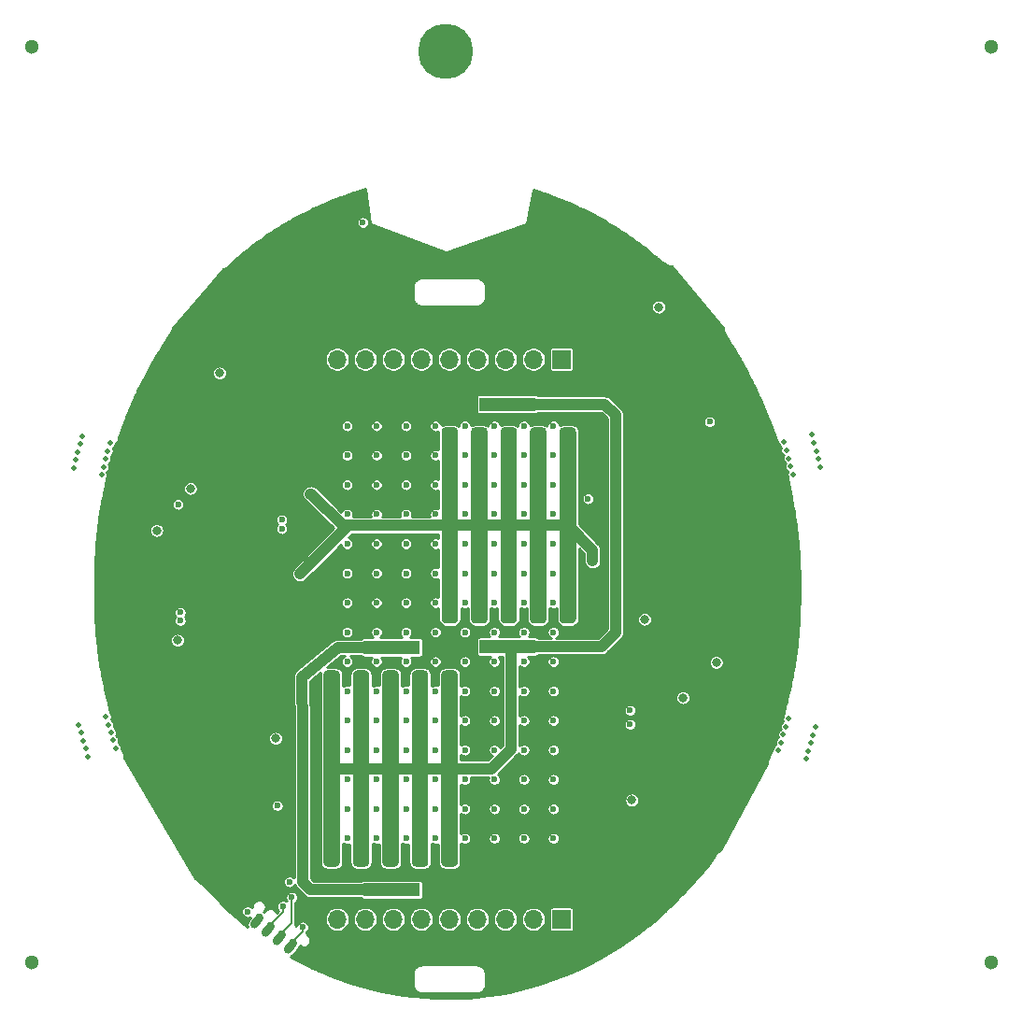
<source format=gbr>
G04 #@! TF.GenerationSoftware,KiCad,Pcbnew,(5.1.12-1-10_14)*
G04 #@! TF.CreationDate,2021-12-30T21:01:29-05:00*
G04 #@! TF.ProjectId,blinky,626c696e-6b79-42e6-9b69-6361645f7063,rev?*
G04 #@! TF.SameCoordinates,Original*
G04 #@! TF.FileFunction,Copper,L4,Bot*
G04 #@! TF.FilePolarity,Positive*
%FSLAX46Y46*%
G04 Gerber Fmt 4.6, Leading zero omitted, Abs format (unit mm)*
G04 Created by KiCad (PCBNEW (5.1.12-1-10_14)) date 2021-12-30 21:01:29*
%MOMM*%
%LPD*%
G01*
G04 APERTURE LIST*
G04 #@! TA.AperFunction,SMDPad,CuDef*
%ADD10R,5.080000X1.270000*%
G04 #@! TD*
G04 #@! TA.AperFunction,WasherPad*
%ADD11C,0.500000*%
G04 #@! TD*
G04 #@! TA.AperFunction,ComponentPad*
%ADD12C,0.800000*%
G04 #@! TD*
G04 #@! TA.AperFunction,ComponentPad*
%ADD13C,5.000000*%
G04 #@! TD*
G04 #@! TA.AperFunction,WasherPad*
%ADD14C,1.300000*%
G04 #@! TD*
G04 #@! TA.AperFunction,ComponentPad*
%ADD15O,1.700000X1.700000*%
G04 #@! TD*
G04 #@! TA.AperFunction,ComponentPad*
%ADD16R,1.700000X1.700000*%
G04 #@! TD*
G04 #@! TA.AperFunction,ViaPad*
%ADD17C,0.600000*%
G04 #@! TD*
G04 #@! TA.AperFunction,ViaPad*
%ADD18C,0.800000*%
G04 #@! TD*
G04 #@! TA.AperFunction,Conductor*
%ADD19C,1.000000*%
G04 #@! TD*
G04 #@! TA.AperFunction,Conductor*
%ADD20C,0.200000*%
G04 #@! TD*
G04 #@! TA.AperFunction,Conductor*
%ADD21C,0.254000*%
G04 #@! TD*
G04 #@! TA.AperFunction,Conductor*
%ADD22C,0.100000*%
G04 #@! TD*
G04 APERTURE END LIST*
G04 #@! TO.P,BT1,2*
G04 #@! TO.N,Net-(BT1-Pad2)*
G04 #@! TA.AperFunction,SMDPad,CuDef*
G36*
G01*
X82482000Y-148633500D02*
X81732000Y-148633500D01*
G75*
G02*
X81357000Y-148258500I0J375000D01*
G01*
X81357000Y-131208500D01*
G75*
G02*
X81732000Y-130833500I375000J0D01*
G01*
X82482000Y-130833500D01*
G75*
G02*
X82857000Y-131208500I0J-375000D01*
G01*
X82857000Y-148258500D01*
G75*
G02*
X82482000Y-148633500I-375000J0D01*
G01*
G37*
G04 #@! TD.AperFunction*
G04 #@! TA.AperFunction,SMDPad,CuDef*
G36*
G01*
X79810000Y-148633500D02*
X79060000Y-148633500D01*
G75*
G02*
X78685000Y-148258500I0J375000D01*
G01*
X78685000Y-131208500D01*
G75*
G02*
X79060000Y-130833500I375000J0D01*
G01*
X79810000Y-130833500D01*
G75*
G02*
X80185000Y-131208500I0J-375000D01*
G01*
X80185000Y-148258500D01*
G75*
G02*
X79810000Y-148633500I-375000J0D01*
G01*
G37*
G04 #@! TD.AperFunction*
G04 #@! TA.AperFunction,SMDPad,CuDef*
G36*
G01*
X77138000Y-148633500D02*
X76388000Y-148633500D01*
G75*
G02*
X76013000Y-148258500I0J375000D01*
G01*
X76013000Y-131208500D01*
G75*
G02*
X76388000Y-130833500I375000J0D01*
G01*
X77138000Y-130833500D01*
G75*
G02*
X77513000Y-131208500I0J-375000D01*
G01*
X77513000Y-148258500D01*
G75*
G02*
X77138000Y-148633500I-375000J0D01*
G01*
G37*
G04 #@! TD.AperFunction*
G04 #@! TA.AperFunction,SMDPad,CuDef*
G36*
G01*
X74466000Y-148633500D02*
X73716000Y-148633500D01*
G75*
G02*
X73341000Y-148258500I0J375000D01*
G01*
X73341000Y-131208500D01*
G75*
G02*
X73716000Y-130833500I375000J0D01*
G01*
X74466000Y-130833500D01*
G75*
G02*
X74841000Y-131208500I0J-375000D01*
G01*
X74841000Y-148258500D01*
G75*
G02*
X74466000Y-148633500I-375000J0D01*
G01*
G37*
G04 #@! TD.AperFunction*
G04 #@! TA.AperFunction,SMDPad,CuDef*
G36*
G01*
X71794000Y-148633500D02*
X71044000Y-148633500D01*
G75*
G02*
X70669000Y-148258500I0J375000D01*
G01*
X70669000Y-131208500D01*
G75*
G02*
X71044000Y-130833500I375000J0D01*
G01*
X71794000Y-130833500D01*
G75*
G02*
X72169000Y-131208500I0J-375000D01*
G01*
X72169000Y-148258500D01*
G75*
G02*
X71794000Y-148633500I-375000J0D01*
G01*
G37*
G04 #@! TD.AperFunction*
D10*
G04 #@! TO.P,BT1,1*
G04 #@! TO.N,VBUS*
X76879000Y-128748500D03*
X76879000Y-150718500D03*
G04 #@! TD*
G04 #@! TO.P,BT2,2*
G04 #@! TO.N,GND*
G04 #@! TA.AperFunction,SMDPad,CuDef*
G36*
G01*
X81753500Y-108799000D02*
X82503500Y-108799000D01*
G75*
G02*
X82878500Y-109174000I0J-375000D01*
G01*
X82878500Y-126224000D01*
G75*
G02*
X82503500Y-126599000I-375000J0D01*
G01*
X81753500Y-126599000D01*
G75*
G02*
X81378500Y-126224000I0J375000D01*
G01*
X81378500Y-109174000D01*
G75*
G02*
X81753500Y-108799000I375000J0D01*
G01*
G37*
G04 #@! TD.AperFunction*
G04 #@! TA.AperFunction,SMDPad,CuDef*
G36*
G01*
X84425500Y-108799000D02*
X85175500Y-108799000D01*
G75*
G02*
X85550500Y-109174000I0J-375000D01*
G01*
X85550500Y-126224000D01*
G75*
G02*
X85175500Y-126599000I-375000J0D01*
G01*
X84425500Y-126599000D01*
G75*
G02*
X84050500Y-126224000I0J375000D01*
G01*
X84050500Y-109174000D01*
G75*
G02*
X84425500Y-108799000I375000J0D01*
G01*
G37*
G04 #@! TD.AperFunction*
G04 #@! TA.AperFunction,SMDPad,CuDef*
G36*
G01*
X87097500Y-108799000D02*
X87847500Y-108799000D01*
G75*
G02*
X88222500Y-109174000I0J-375000D01*
G01*
X88222500Y-126224000D01*
G75*
G02*
X87847500Y-126599000I-375000J0D01*
G01*
X87097500Y-126599000D01*
G75*
G02*
X86722500Y-126224000I0J375000D01*
G01*
X86722500Y-109174000D01*
G75*
G02*
X87097500Y-108799000I375000J0D01*
G01*
G37*
G04 #@! TD.AperFunction*
G04 #@! TA.AperFunction,SMDPad,CuDef*
G36*
G01*
X89769500Y-108799000D02*
X90519500Y-108799000D01*
G75*
G02*
X90894500Y-109174000I0J-375000D01*
G01*
X90894500Y-126224000D01*
G75*
G02*
X90519500Y-126599000I-375000J0D01*
G01*
X89769500Y-126599000D01*
G75*
G02*
X89394500Y-126224000I0J375000D01*
G01*
X89394500Y-109174000D01*
G75*
G02*
X89769500Y-108799000I375000J0D01*
G01*
G37*
G04 #@! TD.AperFunction*
G04 #@! TA.AperFunction,SMDPad,CuDef*
G36*
G01*
X92441500Y-108799000D02*
X93191500Y-108799000D01*
G75*
G02*
X93566500Y-109174000I0J-375000D01*
G01*
X93566500Y-126224000D01*
G75*
G02*
X93191500Y-126599000I-375000J0D01*
G01*
X92441500Y-126599000D01*
G75*
G02*
X92066500Y-126224000I0J375000D01*
G01*
X92066500Y-109174000D01*
G75*
G02*
X92441500Y-108799000I375000J0D01*
G01*
G37*
G04 #@! TD.AperFunction*
G04 #@! TO.P,BT2,1*
G04 #@! TO.N,Net-(BT1-Pad2)*
X87356500Y-128684000D03*
X87356500Y-106714000D03*
G04 #@! TD*
D11*
G04 #@! TO.P,H1,*
G04 #@! TO.N,*
X50774234Y-112410887D03*
X51318559Y-110227722D03*
X50955676Y-111683165D03*
X51137117Y-110955444D03*
X50592793Y-113138609D03*
X48070024Y-112509612D03*
X48614348Y-110326447D03*
X48432907Y-111054168D03*
X48795790Y-109598725D03*
X48251465Y-111781890D03*
G04 #@! TD*
G04 #@! TO.P,H2,*
G04 #@! TO.N,*
X51627115Y-137183460D03*
X50969279Y-135031775D03*
X51407836Y-136466232D03*
X51188558Y-135749003D03*
X51846394Y-137900689D03*
X49360002Y-138660855D03*
X48702165Y-136509170D03*
X48921444Y-137226398D03*
X48482886Y-135791941D03*
X49140723Y-137943627D03*
G04 #@! TD*
G04 #@! TO.P,H4,*
G04 #@! TO.N,*
X114622885Y-138118914D03*
X115280721Y-135967229D03*
X114842164Y-137401686D03*
X115061442Y-136684457D03*
X114403606Y-138836143D03*
X111917214Y-138075976D03*
X112575050Y-135924291D03*
X112355771Y-136641519D03*
X112794329Y-135207062D03*
X112136493Y-137358748D03*
G04 #@! TD*
G04 #@! TO.P,H3,*
G04 #@! TO.N,*
X115526457Y-111670331D03*
X114944114Y-109496998D03*
X115332343Y-110945887D03*
X115138229Y-110221443D03*
X115720571Y-112394776D03*
X113209164Y-113067705D03*
X112626821Y-110894372D03*
X112820936Y-111618817D03*
X112432707Y-110169928D03*
X113015050Y-112343261D03*
G04 #@! TD*
D12*
G04 #@! TO.P,H9,1*
G04 #@! TO.N,GND*
X83075825Y-73424175D03*
X81750000Y-72875000D03*
X80424175Y-73424175D03*
X79875000Y-74750000D03*
X80424175Y-76075825D03*
X81750000Y-76625000D03*
X83075825Y-76075825D03*
X83625000Y-74750000D03*
D13*
X81750000Y-74750000D03*
G04 #@! TD*
D14*
G04 #@! TO.P,H8,*
G04 #@! TO.N,*
X44225385Y-157299920D03*
G04 #@! TD*
G04 #@! TO.P,H7,*
G04 #@! TO.N,*
X44225385Y-74299920D03*
G04 #@! TD*
G04 #@! TO.P,H6,*
G04 #@! TO.N,*
X131225385Y-157299920D03*
G04 #@! TD*
G04 #@! TO.P,H5,*
G04 #@! TO.N,*
X131225385Y-74299920D03*
G04 #@! TD*
D15*
G04 #@! TO.P,J4,9*
G04 #@! TO.N,/CB9*
X71926000Y-153386000D03*
G04 #@! TO.P,J4,8*
G04 #@! TO.N,/CB8*
X74466000Y-153386000D03*
G04 #@! TO.P,J4,7*
G04 #@! TO.N,/CB7*
X77006000Y-153386000D03*
G04 #@! TO.P,J4,6*
G04 #@! TO.N,/CB6*
X79546000Y-153386000D03*
G04 #@! TO.P,J4,5*
G04 #@! TO.N,/CB5*
X82086000Y-153386000D03*
G04 #@! TO.P,J4,4*
G04 #@! TO.N,/CB4*
X84626000Y-153386000D03*
G04 #@! TO.P,J4,3*
G04 #@! TO.N,/CB3*
X87166000Y-153386000D03*
G04 #@! TO.P,J4,2*
G04 #@! TO.N,/CB2*
X89706000Y-153386000D03*
D16*
G04 #@! TO.P,J4,1*
G04 #@! TO.N,/CB1*
X92246000Y-153386000D03*
G04 #@! TD*
D15*
G04 #@! TO.P,J3,9*
G04 #@! TO.N,/CA9*
X71926000Y-102656000D03*
G04 #@! TO.P,J3,8*
G04 #@! TO.N,/CA8*
X74466000Y-102656000D03*
G04 #@! TO.P,J3,7*
G04 #@! TO.N,/CA7*
X77006000Y-102656000D03*
G04 #@! TO.P,J3,6*
G04 #@! TO.N,/CA6*
X79546000Y-102656000D03*
G04 #@! TO.P,J3,5*
G04 #@! TO.N,/CA5*
X82086000Y-102656000D03*
G04 #@! TO.P,J3,4*
G04 #@! TO.N,/CA4*
X84626000Y-102656000D03*
G04 #@! TO.P,J3,3*
G04 #@! TO.N,/CA3*
X87166000Y-102656000D03*
G04 #@! TO.P,J3,2*
G04 #@! TO.N,/CA2*
X89706000Y-102656000D03*
D16*
G04 #@! TO.P,J3,1*
G04 #@! TO.N,/CA1*
X92246000Y-102656000D03*
G04 #@! TD*
G04 #@! TO.P,J1,5*
G04 #@! TO.N,Net-(J1-Pad5)*
G04 #@! TA.AperFunction,SMDPad,CuDef*
G36*
G01*
X64113361Y-153583324D02*
X64534631Y-153024280D01*
G75*
G02*
X65094811Y-152945552I319454J-240726D01*
G01*
X65094811Y-152945552D01*
G75*
G02*
X65173539Y-153505732I-240726J-319454D01*
G01*
X64752269Y-154064776D01*
G75*
G02*
X64192089Y-154143504I-319454J240726D01*
G01*
X64192089Y-154143504D01*
G75*
G02*
X64113361Y-153583324I240726J319454D01*
G01*
G37*
G04 #@! TD.AperFunction*
G04 #@! TO.P,J1,6*
G04 #@! TO.N,/SWCLK*
G04 #@! TA.AperFunction,SMDPad,CuDef*
G36*
G01*
X65127628Y-154347629D02*
X65548898Y-153788585D01*
G75*
G02*
X66109078Y-153709857I319454J-240726D01*
G01*
X66109078Y-153709857D01*
G75*
G02*
X66187806Y-154270037I-240726J-319454D01*
G01*
X65766536Y-154829081D01*
G75*
G02*
X65206356Y-154907809I-319454J240726D01*
G01*
X65206356Y-154907809D01*
G75*
G02*
X65127628Y-154347629I240726J319454D01*
G01*
G37*
G04 #@! TD.AperFunction*
G04 #@! TO.P,J1,7*
G04 #@! TO.N,/SWDIO*
G04 #@! TA.AperFunction,SMDPad,CuDef*
G36*
G01*
X66141895Y-155111934D02*
X66563165Y-154552890D01*
G75*
G02*
X67123345Y-154474162I319454J-240726D01*
G01*
X67123345Y-154474162D01*
G75*
G02*
X67202073Y-155034342I-240726J-319454D01*
G01*
X66780803Y-155593386D01*
G75*
G02*
X66220623Y-155672114I-319454J240726D01*
G01*
X66220623Y-155672114D01*
G75*
G02*
X66141895Y-155111934I240726J319454D01*
G01*
G37*
G04 #@! TD.AperFunction*
G04 #@! TO.P,J1,8*
G04 #@! TO.N,/~RESET*
G04 #@! TA.AperFunction,SMDPad,CuDef*
G36*
G01*
X67156162Y-155876239D02*
X67577432Y-155317195D01*
G75*
G02*
X68137612Y-155238467I319454J-240726D01*
G01*
X68137612Y-155238467D01*
G75*
G02*
X68216340Y-155798647I-240726J-319454D01*
G01*
X67795070Y-156357691D01*
G75*
G02*
X67234890Y-156436419I-319454J240726D01*
G01*
X67234890Y-156436419D01*
G75*
G02*
X67156162Y-155876239I240726J319454D01*
G01*
G37*
G04 #@! TD.AperFunction*
G04 #@! TD*
D17*
G04 #@! TO.N,GND*
X74250000Y-90250000D03*
D18*
G04 #@! TO.N,VBUS*
X68687500Y-131478500D03*
D17*
X69512500Y-150718500D03*
D18*
G04 #@! TO.N,GND*
X103272000Y-133304000D03*
X106272000Y-130104000D03*
X55566108Y-118152479D03*
X101072000Y-97904000D03*
X61272000Y-103904000D03*
X95072000Y-120904000D03*
X69513000Y-114841500D03*
X69390250Y-121259250D03*
X57448000Y-128113000D03*
X66338000Y-137003000D03*
D17*
X105672000Y-108304000D03*
D18*
X98625385Y-142599920D03*
D17*
X63800000Y-152700000D03*
D18*
G04 #@! TO.N,+3V3*
X101472000Y-133304000D03*
X105072000Y-126304000D03*
X67481000Y-139035000D03*
X69513000Y-117445000D03*
X57448000Y-129637000D03*
X107025385Y-140099920D03*
D17*
X68300000Y-153300000D03*
G04 #@! TO.N,/A7*
X57500000Y-115800000D03*
X67600000Y-150000000D03*
G04 #@! TO.N,/SWCLK*
X66900000Y-118000000D03*
X67000000Y-152200000D03*
G04 #@! TO.N,/SWDIO*
X66900000Y-117200000D03*
X67800000Y-151400000D03*
G04 #@! TO.N,/~RESET*
X68800000Y-154100000D03*
X66500000Y-143100000D03*
G04 #@! TO.N,/CA9*
X94659000Y-115286000D03*
G04 #@! TO.N,/CA8*
X72823000Y-108684000D03*
X72823000Y-111354000D03*
X72823000Y-114024000D03*
X72823000Y-116694000D03*
X72823000Y-119364000D03*
X72823000Y-122034000D03*
X72823000Y-124704000D03*
X72823000Y-127374000D03*
G04 #@! TO.N,/CA7*
X75493000Y-108684000D03*
X75493000Y-111354000D03*
X75493000Y-114024000D03*
X75493000Y-116694000D03*
X75493000Y-119364000D03*
X75493000Y-122034000D03*
X75493000Y-124704000D03*
X75493000Y-127374000D03*
G04 #@! TO.N,/CA6*
X78163000Y-108684000D03*
X78163000Y-111354000D03*
X78163000Y-114024000D03*
X78163000Y-116694000D03*
X78163000Y-119364000D03*
X78163000Y-122034000D03*
X78163000Y-124704000D03*
X78163000Y-127374000D03*
G04 #@! TO.N,/CA5*
X80833000Y-108684000D03*
X80833000Y-111354000D03*
X80833000Y-114024000D03*
X80833000Y-116694000D03*
X80833000Y-119364000D03*
X80833000Y-122034000D03*
X80833000Y-124704000D03*
X80833000Y-127374000D03*
G04 #@! TO.N,/CA4*
X83503000Y-108684000D03*
X83503000Y-111354000D03*
X83503000Y-114024000D03*
X83503000Y-116694000D03*
X83503000Y-119364000D03*
X83503000Y-122034000D03*
X83503000Y-124704000D03*
X83503000Y-127374000D03*
G04 #@! TO.N,/CA3*
X86173000Y-108684000D03*
X86173000Y-111354000D03*
X86173000Y-114024000D03*
X86173000Y-116694000D03*
X86173000Y-119364000D03*
X86173000Y-122034000D03*
X86173000Y-124704000D03*
X86173000Y-127374000D03*
G04 #@! TO.N,/CA2*
X88843000Y-108684000D03*
X88843000Y-111354000D03*
X88843000Y-114024000D03*
X88843000Y-116694000D03*
X88843000Y-119364000D03*
X88843000Y-122034000D03*
X88843000Y-124704000D03*
X88843000Y-127374000D03*
G04 #@! TO.N,/CA1*
X91513000Y-108684000D03*
X91513000Y-111354000D03*
X91513000Y-114024000D03*
X91513000Y-116694000D03*
X91513000Y-119364000D03*
X91513000Y-122034000D03*
X91513000Y-124704000D03*
X91513000Y-127374000D03*
G04 #@! TO.N,/CB8*
X72823000Y-130044000D03*
X72823000Y-132714000D03*
X72823000Y-135384000D03*
X72823000Y-138054000D03*
X72823000Y-140724000D03*
X72823000Y-143394000D03*
X72823000Y-146064000D03*
G04 #@! TO.N,/CB7*
X75493000Y-130044000D03*
X75493000Y-132714000D03*
X75493000Y-135384000D03*
X75493000Y-138054000D03*
X75493000Y-140724000D03*
X75493000Y-143394000D03*
X75493000Y-146064000D03*
G04 #@! TO.N,/CB6*
X78163000Y-130044000D03*
X78163000Y-132714000D03*
X78163000Y-135384000D03*
X78163000Y-138054000D03*
X78163000Y-140724000D03*
X78163000Y-143394000D03*
X78163000Y-146064000D03*
G04 #@! TO.N,/CB5*
X80833000Y-130044000D03*
X80833000Y-132714000D03*
X80833000Y-135384000D03*
X80833000Y-138054000D03*
X80833000Y-140724000D03*
X80833000Y-143394000D03*
X80833000Y-146064000D03*
G04 #@! TO.N,/CB4*
X83503000Y-130044000D03*
X83503000Y-132714000D03*
X83503000Y-135384000D03*
X83503000Y-138054000D03*
X83503000Y-140724000D03*
X83503000Y-143394000D03*
X83503000Y-146064000D03*
G04 #@! TO.N,/CB3*
X86173000Y-130044000D03*
X86173000Y-132714000D03*
X86173000Y-135384000D03*
X86173000Y-138054000D03*
X86173000Y-140724000D03*
X86173000Y-143394000D03*
X86173000Y-146064000D03*
G04 #@! TO.N,/CB2*
X88843000Y-130044000D03*
X88843000Y-132714000D03*
X88843000Y-135384000D03*
X88843000Y-138054000D03*
X88843000Y-140724000D03*
X88843000Y-143394000D03*
X88843000Y-146064000D03*
G04 #@! TO.N,/CB1*
X91513000Y-130044000D03*
X91513000Y-132714000D03*
X91513000Y-135384000D03*
X91513000Y-138054000D03*
X91513000Y-140724000D03*
X91513000Y-143394000D03*
X91513000Y-146064000D03*
D18*
G04 #@! TO.N,/A6*
X99772000Y-126204000D03*
X58621992Y-114349239D03*
D17*
G04 #@! TO.N,/SCL*
X98469000Y-135733000D03*
X57702000Y-126335000D03*
G04 #@! TO.N,/SDA*
X98469000Y-134463000D03*
X57702000Y-125573000D03*
G04 #@! TD*
D19*
G04 #@! TO.N,VBUS*
X69512500Y-150718500D02*
X76879000Y-150718500D01*
X68814500Y-150020500D02*
X69512500Y-150718500D01*
X68814500Y-141003500D02*
X68814500Y-150020500D01*
X68793422Y-136293402D02*
X68814500Y-141003500D01*
X71989500Y-128748500D02*
X76879000Y-128748500D01*
X68687500Y-131478500D02*
X71989500Y-128748500D01*
X68793422Y-136293402D02*
X68687500Y-131478500D01*
G04 #@! TO.N,Net-(BT1-Pad2)*
X85899502Y-139733500D02*
X82339000Y-139733500D01*
X87674000Y-137959002D02*
X85899502Y-139733500D01*
X87674000Y-128684000D02*
X87674000Y-137959002D01*
X82339000Y-139733500D02*
X71419000Y-139733500D01*
X87674000Y-128684000D02*
X95866000Y-128684000D01*
X97137999Y-127412001D02*
X97137999Y-107668499D01*
X95866000Y-128684000D02*
X97137999Y-127412001D01*
X96183500Y-106714000D02*
X87674000Y-106714000D01*
X97137999Y-107668499D02*
X96183500Y-106714000D01*
G04 #@! TO.N,GND*
X87674000Y-117699000D02*
X91867000Y-117699000D01*
X91867000Y-117699000D02*
X93134000Y-117699000D01*
X93134000Y-117699000D02*
X93134000Y-118966000D01*
X72950501Y-117699000D02*
X87674000Y-117699000D01*
X69564498Y-114841500D02*
X69513000Y-114841500D01*
X72421998Y-117699000D02*
X69564498Y-114841500D01*
X72950501Y-117699000D02*
X72421998Y-117699000D01*
X95072000Y-119954500D02*
X92816500Y-117699000D01*
X95072000Y-120904000D02*
X95072000Y-119954500D01*
X69390250Y-121259250D02*
X68560500Y-122089001D01*
X72950501Y-117699000D02*
X69390250Y-121259250D01*
D20*
G04 #@! TO.N,/SWCLK*
X67000000Y-152737938D02*
X67000000Y-152200000D01*
X65657717Y-154080221D02*
X67000000Y-152737938D01*
X65657717Y-154308833D02*
X65657717Y-154080221D01*
G04 #@! TO.N,/SWDIO*
X67749999Y-151450001D02*
X67800000Y-151400000D01*
X67749999Y-153766511D02*
X67749999Y-151450001D01*
X66671984Y-154844526D02*
X67749999Y-153766511D01*
X66671984Y-155073138D02*
X66671984Y-154844526D01*
G04 #@! TO.N,/~RESET*
X68800000Y-154495082D02*
X68800000Y-154100000D01*
X67686251Y-155608831D02*
X68800000Y-154495082D01*
X67686251Y-155837443D02*
X67686251Y-155608831D01*
G04 #@! TD*
D21*
G04 #@! TO.N,+3V3*
X74899736Y-90318398D02*
X74905756Y-90342556D01*
X74916372Y-90365075D01*
X74931178Y-90385090D01*
X74949604Y-90401833D01*
X74981562Y-90419119D01*
X81781562Y-92919119D01*
X81805658Y-92925379D01*
X81830513Y-92926816D01*
X81867042Y-92919894D01*
X89067042Y-90419894D01*
X89089648Y-90409461D01*
X89109783Y-90394819D01*
X89126676Y-90376531D01*
X89139675Y-90355298D01*
X89150453Y-90321991D01*
X89690299Y-87262859D01*
X89750878Y-87291415D01*
X89751845Y-87291760D01*
X89752724Y-87292277D01*
X89756656Y-87294066D01*
X89826056Y-87325054D01*
X89826487Y-87325198D01*
X89826885Y-87325423D01*
X89830847Y-87327145D01*
X89907164Y-87359687D01*
X89907234Y-87359709D01*
X89907296Y-87359743D01*
X89911282Y-87361407D01*
X89993605Y-87395115D01*
X89993611Y-87395118D01*
X89993724Y-87395164D01*
X89993967Y-87395263D01*
X89993983Y-87395268D01*
X89997619Y-87396732D01*
X90086121Y-87431662D01*
X90086169Y-87431676D01*
X90089446Y-87432952D01*
X90183215Y-87468717D01*
X90183266Y-87468731D01*
X90186325Y-87469884D01*
X90284811Y-87506242D01*
X90284876Y-87506259D01*
X90287773Y-87507318D01*
X90390425Y-87544030D01*
X90390485Y-87544045D01*
X90393304Y-87545044D01*
X90499572Y-87581871D01*
X90499639Y-87581887D01*
X90502423Y-87582844D01*
X90611757Y-87619545D01*
X90611760Y-87619546D01*
X90946482Y-87732446D01*
X91278888Y-87849225D01*
X91610365Y-87970340D01*
X91940791Y-88095739D01*
X92270105Y-88225392D01*
X92598450Y-88359347D01*
X92925619Y-88497513D01*
X93251634Y-88639898D01*
X93576380Y-88786444D01*
X93899931Y-88937182D01*
X94222052Y-89091995D01*
X94542954Y-89250985D01*
X94862367Y-89414015D01*
X95180337Y-89581104D01*
X95496895Y-89752271D01*
X95811917Y-89927447D01*
X96125315Y-90106583D01*
X96437168Y-90289726D01*
X96747312Y-90476782D01*
X97055669Y-90667701D01*
X97362340Y-90862549D01*
X97667305Y-91061320D01*
X97970398Y-91263910D01*
X98271574Y-91470295D01*
X98570866Y-91680499D01*
X98868210Y-91894487D01*
X99163503Y-92112192D01*
X99456752Y-92333624D01*
X99747932Y-92558775D01*
X100036936Y-92787571D01*
X100323801Y-93020052D01*
X100609174Y-93256766D01*
X100671508Y-93308828D01*
X100671566Y-93308867D01*
X100672602Y-93309737D01*
X100734604Y-93361040D01*
X100734658Y-93361076D01*
X100735711Y-93361952D01*
X100797077Y-93412250D01*
X100797132Y-93412287D01*
X100798195Y-93413162D01*
X100858839Y-93462398D01*
X100858895Y-93462435D01*
X100859975Y-93463316D01*
X100919815Y-93511432D01*
X100919870Y-93511468D01*
X100920973Y-93512359D01*
X100979923Y-93559296D01*
X100979984Y-93559335D01*
X100981118Y-93560242D01*
X101039097Y-93605941D01*
X101039154Y-93605977D01*
X101040321Y-93606901D01*
X101097242Y-93651304D01*
X101097302Y-93651342D01*
X101098513Y-93652290D01*
X101154294Y-93695339D01*
X101154353Y-93695376D01*
X101155618Y-93696355D01*
X101210174Y-93737992D01*
X101210240Y-93738033D01*
X101211563Y-93739045D01*
X101264811Y-93779210D01*
X101264870Y-93779246D01*
X101267041Y-93780876D01*
X101369273Y-93856557D01*
X101369287Y-93856566D01*
X101372613Y-93858995D01*
X101468604Y-93928089D01*
X101468815Y-93928211D01*
X101468999Y-93928373D01*
X101472527Y-93930867D01*
X101561603Y-93992905D01*
X101562253Y-93993269D01*
X101562820Y-93993748D01*
X101566394Y-93996175D01*
X101647883Y-94050689D01*
X101649204Y-94051397D01*
X101650376Y-94052340D01*
X101654007Y-94054682D01*
X101727236Y-94101204D01*
X101729658Y-94102429D01*
X101731831Y-94104068D01*
X101735533Y-94106294D01*
X101799831Y-94144358D01*
X101806264Y-94147361D01*
X101812178Y-94151291D01*
X101816007Y-94153293D01*
X101894240Y-94193504D01*
X101908521Y-94199159D01*
X101922186Y-94206158D01*
X101936516Y-94210245D01*
X101950382Y-94215736D01*
X101965494Y-94218510D01*
X101980254Y-94222720D01*
X101984510Y-94223464D01*
X102067084Y-94237311D01*
X102077206Y-94238005D01*
X102087161Y-94240006D01*
X102107274Y-94240065D01*
X102127326Y-94241439D01*
X102137391Y-94240153D01*
X102147545Y-94240183D01*
X102167284Y-94236334D01*
X102187224Y-94233787D01*
X102196851Y-94230569D01*
X102206813Y-94228627D01*
X102225421Y-94221021D01*
X102227677Y-94220267D01*
X106928729Y-99843093D01*
X106927108Y-99846447D01*
X106926405Y-99849147D01*
X106925239Y-99851675D01*
X106918808Y-99878328D01*
X106911895Y-99904883D01*
X106911730Y-99907664D01*
X106911076Y-99910375D01*
X106909944Y-99937773D01*
X106908320Y-99965161D01*
X106908699Y-99967925D01*
X106908584Y-99970708D01*
X106912796Y-99997804D01*
X106916523Y-100024986D01*
X106917554Y-100029181D01*
X106927326Y-100067780D01*
X106936582Y-100093479D01*
X106945368Y-100119375D01*
X106947176Y-100123298D01*
X106978788Y-100190654D01*
X106980606Y-100193711D01*
X106981872Y-100197034D01*
X106983823Y-100200888D01*
X107015597Y-100262570D01*
X107015837Y-100262942D01*
X107016001Y-100263351D01*
X107018017Y-100267171D01*
X107057812Y-100341336D01*
X107057835Y-100341370D01*
X107059534Y-100344502D01*
X107106890Y-100430343D01*
X107106931Y-100430403D01*
X107108199Y-100432692D01*
X107162654Y-100529404D01*
X107162700Y-100529469D01*
X107163705Y-100531255D01*
X107224799Y-100638033D01*
X107224837Y-100638087D01*
X107225471Y-100639201D01*
X107258363Y-100696112D01*
X107258387Y-100696146D01*
X107258769Y-100696813D01*
X107293148Y-100755939D01*
X107293174Y-100755974D01*
X107293529Y-100756592D01*
X107329337Y-100817831D01*
X107329361Y-100817864D01*
X107329696Y-100818443D01*
X107366876Y-100881695D01*
X107366897Y-100881724D01*
X107367214Y-100882269D01*
X107405707Y-100947434D01*
X107405730Y-100947466D01*
X107406033Y-100947984D01*
X107445783Y-101014960D01*
X107445809Y-101014995D01*
X107446094Y-101015481D01*
X107487042Y-101084168D01*
X107487063Y-101084196D01*
X107487345Y-101084675D01*
X107529435Y-101154970D01*
X107529451Y-101154991D01*
X107529727Y-101155458D01*
X107572901Y-101227264D01*
X107572919Y-101227288D01*
X107573185Y-101227736D01*
X107617383Y-101300949D01*
X107617399Y-101300971D01*
X107617666Y-101301418D01*
X107662833Y-101375938D01*
X107662853Y-101375965D01*
X107663109Y-101376392D01*
X107709186Y-101452121D01*
X107709202Y-101452143D01*
X107709461Y-101452573D01*
X107756391Y-101529408D01*
X107756407Y-101529430D01*
X107756664Y-101529855D01*
X107804389Y-101607695D01*
X107804408Y-101607721D01*
X107804663Y-101608141D01*
X107852812Y-101686373D01*
X107964064Y-101868379D01*
X108075521Y-102053825D01*
X108187449Y-102243106D01*
X108299749Y-102436016D01*
X108412373Y-102632448D01*
X108525119Y-102832015D01*
X108637951Y-103034629D01*
X108750639Y-103239850D01*
X108863205Y-103447697D01*
X108975364Y-103657623D01*
X109087165Y-103869700D01*
X109198520Y-104083752D01*
X109309155Y-104299241D01*
X109418988Y-104515990D01*
X109528008Y-104733975D01*
X109636097Y-104952955D01*
X109743016Y-105172449D01*
X109848800Y-105392526D01*
X109953249Y-105612777D01*
X110056251Y-105832972D01*
X110157705Y-106052902D01*
X110257549Y-106272451D01*
X110355631Y-106491298D01*
X110451823Y-106709185D01*
X110546000Y-106925838D01*
X110638084Y-107141112D01*
X110728045Y-107354969D01*
X110815545Y-107566640D01*
X110900685Y-107776397D01*
X110983308Y-107983908D01*
X111063184Y-108188639D01*
X111140639Y-108391488D01*
X111172839Y-108476742D01*
X111172863Y-108476806D01*
X111204924Y-108561636D01*
X111204930Y-108561648D01*
X111204950Y-108561702D01*
X111236610Y-108645412D01*
X111236638Y-108645488D01*
X111267862Y-108727988D01*
X111267868Y-108728000D01*
X111267888Y-108728054D01*
X111298631Y-108809228D01*
X111298633Y-108809232D01*
X111298656Y-108809294D01*
X111328864Y-108888998D01*
X111328900Y-108889096D01*
X111358541Y-108967246D01*
X111358581Y-108967354D01*
X111387628Y-109043886D01*
X111387632Y-109043894D01*
X111387655Y-109043956D01*
X111416053Y-109118723D01*
X111416059Y-109118735D01*
X111416082Y-109118797D01*
X111443788Y-109191687D01*
X111443792Y-109191696D01*
X111443817Y-109191762D01*
X111470762Y-109262591D01*
X111470821Y-109262748D01*
X111497021Y-109331560D01*
X111497052Y-109331642D01*
X111522434Y-109398251D01*
X111522437Y-109398256D01*
X111522469Y-109398343D01*
X111546993Y-109462639D01*
X111546997Y-109462646D01*
X111547047Y-109462781D01*
X111593350Y-109583998D01*
X111593359Y-109584016D01*
X111593435Y-109584219D01*
X111635801Y-109694873D01*
X111635811Y-109694893D01*
X111635905Y-109695143D01*
X111673997Y-109794359D01*
X111674009Y-109794384D01*
X111674131Y-109794706D01*
X111707616Y-109881608D01*
X111707630Y-109881635D01*
X111707798Y-109882079D01*
X111736340Y-109955794D01*
X111736364Y-109955842D01*
X111736702Y-109956724D01*
X111769511Y-110040655D01*
X111769667Y-110040962D01*
X111769760Y-110041289D01*
X111771370Y-110045298D01*
X111796585Y-110106849D01*
X111801688Y-110116496D01*
X111805549Y-110126707D01*
X111815776Y-110143129D01*
X111824819Y-110160225D01*
X111831698Y-110168697D01*
X111837470Y-110177965D01*
X111850691Y-110192087D01*
X111862883Y-110207101D01*
X111871280Y-110214078D01*
X111878739Y-110222045D01*
X111894450Y-110233329D01*
X111909328Y-110245691D01*
X111910589Y-110246376D01*
X111925959Y-110323648D01*
X111965686Y-110419556D01*
X112023359Y-110505871D01*
X112096764Y-110579276D01*
X112170202Y-110628345D01*
X112170366Y-110628931D01*
X112159800Y-110644744D01*
X112120073Y-110740652D01*
X112099821Y-110842467D01*
X112099821Y-110946277D01*
X112120073Y-111048092D01*
X112159800Y-111144000D01*
X112217473Y-111230315D01*
X112290878Y-111303720D01*
X112364701Y-111353046D01*
X112353915Y-111369189D01*
X112314188Y-111465097D01*
X112293936Y-111566912D01*
X112293936Y-111670722D01*
X112314188Y-111772537D01*
X112353915Y-111868445D01*
X112411588Y-111954760D01*
X112484993Y-112028165D01*
X112558815Y-112077491D01*
X112548029Y-112093633D01*
X112508302Y-112189541D01*
X112488050Y-112291356D01*
X112488050Y-112395166D01*
X112508302Y-112496981D01*
X112548029Y-112592889D01*
X112605702Y-112679204D01*
X112679107Y-112752609D01*
X112752929Y-112801935D01*
X112742143Y-112818077D01*
X112702416Y-112913985D01*
X112682164Y-113015800D01*
X112682164Y-113119610D01*
X112702149Y-113220084D01*
X112706091Y-113272329D01*
X112706864Y-113276579D01*
X112717904Y-113334924D01*
X112717917Y-113334967D01*
X112718046Y-113335668D01*
X112734419Y-113421056D01*
X112734424Y-113421071D01*
X112734457Y-113421252D01*
X112748890Y-113496259D01*
X112748892Y-113496266D01*
X112748909Y-113496357D01*
X112765937Y-113584694D01*
X112765960Y-113584820D01*
X112785424Y-113685668D01*
X112785426Y-113685673D01*
X112785435Y-113685724D01*
X112807145Y-113798099D01*
X112807148Y-113798108D01*
X112807154Y-113798142D01*
X112830929Y-113921116D01*
X112830935Y-113921147D01*
X112843542Y-113986318D01*
X112843545Y-113986334D01*
X112856597Y-114053786D01*
X112856604Y-114053826D01*
X112870083Y-114123463D01*
X112870091Y-114123504D01*
X112883979Y-114195235D01*
X112883982Y-114195250D01*
X112898252Y-114268935D01*
X112898255Y-114268951D01*
X112912874Y-114344415D01*
X112912887Y-114344487D01*
X112927854Y-114421732D01*
X112927856Y-114421742D01*
X112943137Y-114500593D01*
X112943140Y-114500609D01*
X112958714Y-114580951D01*
X112958716Y-114580956D01*
X112958717Y-114580964D01*
X112974561Y-114662680D01*
X112974564Y-114662695D01*
X112990645Y-114745609D01*
X112990658Y-114745681D01*
X113006975Y-114829797D01*
X113006977Y-114829806D01*
X113023496Y-114914950D01*
X113023499Y-114914965D01*
X113040192Y-115000983D01*
X113040201Y-115001029D01*
X113056987Y-115087504D01*
X113108229Y-115354833D01*
X113157308Y-115617852D01*
X113204368Y-115877479D01*
X113249415Y-116133892D01*
X113292522Y-116387639D01*
X113333628Y-116638501D01*
X113372875Y-116887453D01*
X113410224Y-117134397D01*
X113445682Y-117379463D01*
X113479362Y-117623540D01*
X113511214Y-117866373D01*
X113541323Y-118108689D01*
X113569682Y-118350500D01*
X113596354Y-118592416D01*
X113621335Y-118834429D01*
X113644678Y-119077112D01*
X113666406Y-119320713D01*
X113686524Y-119565251D01*
X113705097Y-119811514D01*
X113722142Y-120059671D01*
X113737663Y-120309677D01*
X113751714Y-120562234D01*
X113764319Y-120817633D01*
X113775500Y-121076073D01*
X113785280Y-121337724D01*
X113793702Y-121603382D01*
X113800766Y-121872484D01*
X113806531Y-122146478D01*
X113811001Y-122424698D01*
X113814211Y-122707811D01*
X113816190Y-122996375D01*
X113816962Y-123290223D01*
X113816196Y-123651327D01*
X113813412Y-124007748D01*
X113808589Y-124359202D01*
X113801704Y-124706080D01*
X113792733Y-125048736D01*
X113781661Y-125387068D01*
X113768458Y-125721597D01*
X113753106Y-126052384D01*
X113735593Y-126379482D01*
X113715868Y-126703581D01*
X113693939Y-127024404D01*
X113669779Y-127342255D01*
X113643346Y-127657586D01*
X113614639Y-127970352D01*
X113583629Y-128280829D01*
X113550300Y-128589181D01*
X113514606Y-128895820D01*
X113476548Y-129200744D01*
X113436082Y-129504340D01*
X113393212Y-129806596D01*
X113347893Y-130107885D01*
X113300126Y-130408251D01*
X113249822Y-130708319D01*
X113197045Y-131007758D01*
X113141710Y-131307135D01*
X113083813Y-131606549D01*
X113023347Y-131906108D01*
X112960249Y-132206231D01*
X112894511Y-132507027D01*
X112826133Y-132808603D01*
X112755015Y-133111497D01*
X112681115Y-133415965D01*
X112664921Y-133481820D01*
X112664917Y-133481845D01*
X112664821Y-133482228D01*
X112648752Y-133547958D01*
X112648749Y-133547979D01*
X112648655Y-133548354D01*
X112632814Y-133613524D01*
X112632810Y-133613555D01*
X112632718Y-133613923D01*
X112617126Y-133678441D01*
X112617121Y-133678475D01*
X112616982Y-133679039D01*
X112586626Y-133805751D01*
X112586620Y-133805797D01*
X112586433Y-133806562D01*
X112557316Y-133929565D01*
X112557310Y-133929611D01*
X112557117Y-133930411D01*
X112529403Y-134048971D01*
X112529397Y-134049018D01*
X112529195Y-134049866D01*
X112503046Y-134163250D01*
X112503040Y-134163296D01*
X112502823Y-134164221D01*
X112478401Y-134271696D01*
X112478393Y-134271757D01*
X112478157Y-134272780D01*
X112455625Y-134373612D01*
X112455617Y-134373676D01*
X112455350Y-134374856D01*
X112434870Y-134468311D01*
X112434862Y-134468380D01*
X112434550Y-134469790D01*
X112416284Y-134555136D01*
X112416276Y-134555207D01*
X112415896Y-134556974D01*
X112400008Y-134633476D01*
X112400000Y-134633550D01*
X112399521Y-134635869D01*
X112386172Y-134702794D01*
X112386164Y-134702877D01*
X112386138Y-134702962D01*
X112385325Y-134707205D01*
X112370420Y-134788031D01*
X112369891Y-134794269D01*
X112368404Y-134800351D01*
X112367823Y-134804632D01*
X112357982Y-134881067D01*
X112357260Y-134904874D01*
X112356638Y-134913538D01*
X112327308Y-134957434D01*
X112287581Y-135053342D01*
X112267329Y-135155157D01*
X112267329Y-135258967D01*
X112287581Y-135360782D01*
X112327237Y-135456518D01*
X112325422Y-135457270D01*
X112239107Y-135514943D01*
X112165702Y-135588348D01*
X112108029Y-135674663D01*
X112068302Y-135770571D01*
X112048050Y-135872386D01*
X112048050Y-135976196D01*
X112068302Y-136078011D01*
X112106310Y-136169768D01*
X112103915Y-136175987D01*
X112019828Y-136232171D01*
X111946423Y-136305576D01*
X111888750Y-136391891D01*
X111849023Y-136487799D01*
X111828771Y-136589614D01*
X111828771Y-136693424D01*
X111849023Y-136795239D01*
X111857519Y-136815751D01*
X111807951Y-136944455D01*
X111800550Y-136949400D01*
X111727145Y-137022805D01*
X111669472Y-137109120D01*
X111629745Y-137205028D01*
X111609493Y-137306843D01*
X111609493Y-137410653D01*
X111615933Y-137443028D01*
X111492946Y-137762363D01*
X111450193Y-137826348D01*
X111410466Y-137922256D01*
X111395624Y-137996872D01*
X111390351Y-138003458D01*
X111377351Y-138017495D01*
X111374763Y-138020954D01*
X111334281Y-138075859D01*
X111328004Y-138086388D01*
X111320544Y-138096121D01*
X111318289Y-138099806D01*
X111284226Y-138156345D01*
X111282497Y-138159974D01*
X111280181Y-138163260D01*
X111278074Y-138167032D01*
X111239805Y-138236689D01*
X111239123Y-138238280D01*
X111238161Y-138239721D01*
X111236150Y-138243544D01*
X111205436Y-138302936D01*
X111205213Y-138303496D01*
X111204890Y-138303998D01*
X111202947Y-138307856D01*
X111171093Y-138372239D01*
X111170983Y-138372529D01*
X111170822Y-138372789D01*
X111168941Y-138376678D01*
X111136471Y-138445028D01*
X111136412Y-138445190D01*
X111136321Y-138445343D01*
X111134499Y-138449261D01*
X111101940Y-138520554D01*
X111101892Y-138520693D01*
X111101814Y-138520828D01*
X111100051Y-138524772D01*
X111067928Y-138597985D01*
X111067857Y-138598203D01*
X111067746Y-138598401D01*
X111066044Y-138602371D01*
X111034882Y-138676481D01*
X111034860Y-138676552D01*
X111033895Y-138678856D01*
X111016042Y-138722322D01*
X111016028Y-138722369D01*
X111015668Y-138723236D01*
X110983536Y-138802184D01*
X110983522Y-138802231D01*
X110982268Y-138805349D01*
X110955082Y-138874311D01*
X110954358Y-138876850D01*
X110953192Y-138879226D01*
X110951705Y-138883282D01*
X110920678Y-138969746D01*
X110917469Y-138982485D01*
X110912875Y-138994783D01*
X110911794Y-138998965D01*
X110889778Y-139086729D01*
X110887098Y-139104697D01*
X110883027Y-139122393D01*
X110882656Y-139134482D01*
X110880871Y-139146453D01*
X110881733Y-139164603D01*
X110881176Y-139182749D01*
X110881495Y-139187057D01*
X110887540Y-139261486D01*
X110890246Y-139276461D01*
X106656793Y-147172564D01*
X106652696Y-147171642D01*
X106633915Y-147171173D01*
X106615243Y-147169289D01*
X106603537Y-147170414D01*
X106591769Y-147170120D01*
X106573260Y-147173324D01*
X106554577Y-147175119D01*
X106543312Y-147178507D01*
X106531716Y-147180514D01*
X106514192Y-147187265D01*
X106496213Y-147192672D01*
X106485825Y-147198193D01*
X106474844Y-147202423D01*
X106458974Y-147212463D01*
X106442395Y-147221274D01*
X106433281Y-147228717D01*
X106423339Y-147235007D01*
X106409740Y-147247943D01*
X106395191Y-147259825D01*
X106387702Y-147268907D01*
X106379180Y-147277013D01*
X106368363Y-147292357D01*
X106366132Y-147295063D01*
X106359602Y-147304786D01*
X106344065Y-147326826D01*
X106342635Y-147330049D01*
X106163603Y-147596614D01*
X106058584Y-147748989D01*
X105942331Y-147910316D01*
X105814411Y-148081385D01*
X105675519Y-148261383D01*
X105526378Y-148449491D01*
X105367651Y-148644975D01*
X105200030Y-148847075D01*
X105024322Y-149054909D01*
X104840980Y-149268017D01*
X104650865Y-149485463D01*
X104454393Y-149706825D01*
X104252434Y-149931165D01*
X104045557Y-150157889D01*
X103834406Y-150386320D01*
X103619624Y-150615781D01*
X103401985Y-150845458D01*
X103181796Y-151075026D01*
X102960146Y-151303348D01*
X102737407Y-151530028D01*
X102514272Y-151754343D01*
X102291446Y-151975557D01*
X102069553Y-152193016D01*
X101849242Y-152406045D01*
X101631179Y-152613948D01*
X101416037Y-152816028D01*
X101204311Y-153011754D01*
X100997007Y-153200123D01*
X100794496Y-153380720D01*
X100597510Y-153552799D01*
X100406896Y-153715524D01*
X100223292Y-153868250D01*
X100048317Y-154009542D01*
X99218812Y-154647037D01*
X98377410Y-155251610D01*
X97523775Y-155823936D01*
X96658571Y-156363923D01*
X95782425Y-156871503D01*
X94895944Y-157346620D01*
X93999779Y-157789188D01*
X93094567Y-158199130D01*
X92180921Y-158576377D01*
X91259558Y-158920822D01*
X90331017Y-159232423D01*
X89395944Y-159511096D01*
X88454954Y-159756765D01*
X87508754Y-159969330D01*
X86557889Y-160148732D01*
X85603068Y-160294875D01*
X84644818Y-160407690D01*
X83683872Y-160487084D01*
X82720802Y-160532979D01*
X81756202Y-160545288D01*
X80790782Y-160523926D01*
X79825106Y-160468803D01*
X78859825Y-160379833D01*
X77895562Y-160256926D01*
X76932931Y-160099990D01*
X75972564Y-159908931D01*
X75015119Y-159683666D01*
X74061157Y-159424082D01*
X73111348Y-159130095D01*
X72166354Y-158801620D01*
X71226751Y-158438541D01*
X70876178Y-158289168D01*
X78770000Y-158289168D01*
X78770001Y-159318833D01*
X78771276Y-159331774D01*
X78771254Y-159334861D01*
X78771666Y-159339058D01*
X78781866Y-159436107D01*
X78787373Y-159462933D01*
X78792499Y-159489806D01*
X78793718Y-159493843D01*
X78822574Y-159587062D01*
X78833167Y-159612260D01*
X78843435Y-159637675D01*
X78845415Y-159641398D01*
X78891828Y-159727235D01*
X78907113Y-159749897D01*
X78922121Y-159772831D01*
X78924786Y-159776099D01*
X78986988Y-159851287D01*
X79006367Y-159870530D01*
X79025559Y-159890129D01*
X79028808Y-159892817D01*
X79104429Y-159954493D01*
X79127200Y-159969622D01*
X79149815Y-159985107D01*
X79153525Y-159987112D01*
X79239686Y-160032924D01*
X79264996Y-160043356D01*
X79290148Y-160054136D01*
X79294176Y-160055383D01*
X79387594Y-160083588D01*
X79414422Y-160088900D01*
X79441220Y-160094596D01*
X79445414Y-160095037D01*
X79542532Y-160104559D01*
X79542536Y-160104559D01*
X79557167Y-160106000D01*
X84586833Y-160106000D01*
X84599783Y-160104724D01*
X84602861Y-160104746D01*
X84607058Y-160104334D01*
X84704107Y-160094134D01*
X84730933Y-160088627D01*
X84757806Y-160083501D01*
X84761843Y-160082282D01*
X84855062Y-160053426D01*
X84880260Y-160042833D01*
X84905675Y-160032565D01*
X84909398Y-160030585D01*
X84995235Y-159984172D01*
X85017897Y-159968887D01*
X85040831Y-159953879D01*
X85044099Y-159951214D01*
X85119287Y-159889012D01*
X85138530Y-159869633D01*
X85158129Y-159850441D01*
X85160817Y-159847192D01*
X85222493Y-159771571D01*
X85237622Y-159748800D01*
X85253107Y-159726185D01*
X85255112Y-159722475D01*
X85300924Y-159636314D01*
X85311356Y-159611004D01*
X85322136Y-159585852D01*
X85323383Y-159581824D01*
X85351588Y-159488406D01*
X85356900Y-159461578D01*
X85362596Y-159434780D01*
X85363037Y-159430586D01*
X85372559Y-159333468D01*
X85372559Y-159333464D01*
X85374000Y-159318833D01*
X85374000Y-158289167D01*
X85372724Y-158276217D01*
X85372746Y-158273139D01*
X85372334Y-158268942D01*
X85362134Y-158171894D01*
X85356629Y-158145075D01*
X85351501Y-158118194D01*
X85350282Y-158114157D01*
X85321426Y-158020938D01*
X85310822Y-157995711D01*
X85300565Y-157970325D01*
X85298585Y-157966602D01*
X85252172Y-157880764D01*
X85236885Y-157858100D01*
X85221879Y-157835169D01*
X85219214Y-157831901D01*
X85157012Y-157756712D01*
X85137614Y-157737450D01*
X85118441Y-157717871D01*
X85115192Y-157715183D01*
X85039571Y-157653507D01*
X85016800Y-157638378D01*
X84994185Y-157622893D01*
X84990475Y-157620888D01*
X84904314Y-157575076D01*
X84879004Y-157564644D01*
X84853852Y-157553864D01*
X84849824Y-157552617D01*
X84756406Y-157524412D01*
X84729584Y-157519101D01*
X84702780Y-157513404D01*
X84698586Y-157512963D01*
X84601469Y-157503441D01*
X84601464Y-157503441D01*
X84586833Y-157502000D01*
X79557167Y-157502000D01*
X79544217Y-157503276D01*
X79541139Y-157503254D01*
X79536942Y-157503666D01*
X79439894Y-157513866D01*
X79413075Y-157519371D01*
X79386194Y-157524499D01*
X79382157Y-157525718D01*
X79288938Y-157554574D01*
X79263711Y-157565178D01*
X79238325Y-157575435D01*
X79234602Y-157577415D01*
X79148764Y-157623828D01*
X79126100Y-157639115D01*
X79103169Y-157654121D01*
X79099901Y-157656786D01*
X79024712Y-157718988D01*
X79005450Y-157738386D01*
X78985871Y-157757559D01*
X78983183Y-157760808D01*
X78921507Y-157836429D01*
X78906378Y-157859200D01*
X78890893Y-157881815D01*
X78888888Y-157885525D01*
X78843076Y-157971686D01*
X78832644Y-157996996D01*
X78821864Y-158022148D01*
X78820617Y-158026176D01*
X78792412Y-158119594D01*
X78787101Y-158146416D01*
X78781404Y-158173220D01*
X78780963Y-158177414D01*
X78771441Y-158274531D01*
X78771441Y-158274537D01*
X78770000Y-158289168D01*
X70876178Y-158289168D01*
X70288355Y-158038708D01*
X70286540Y-158038137D01*
X70284860Y-158037244D01*
X70280854Y-158035628D01*
X69976972Y-157915458D01*
X69668994Y-157783292D01*
X69353447Y-157638177D01*
X69031153Y-157480862D01*
X68703343Y-157312312D01*
X68370902Y-157133333D01*
X68034749Y-156944756D01*
X67708888Y-156755035D01*
X67820881Y-156703109D01*
X67928598Y-156624489D01*
X67996280Y-156550950D01*
X68457573Y-155938794D01*
X68509608Y-155853464D01*
X68525904Y-155808992D01*
X68591485Y-155852812D01*
X68705592Y-155900077D01*
X68826727Y-155924172D01*
X68950235Y-155924172D01*
X69071370Y-155900077D01*
X69185477Y-155852812D01*
X69288170Y-155784195D01*
X69375504Y-155696861D01*
X69444121Y-155594168D01*
X69491386Y-155480061D01*
X69515481Y-155358926D01*
X69515481Y-155235418D01*
X69491386Y-155114283D01*
X69444121Y-155000176D01*
X69375504Y-154897483D01*
X69288170Y-154810149D01*
X69185477Y-154741532D01*
X69110824Y-154710610D01*
X69111099Y-154710275D01*
X69114981Y-154705545D01*
X69149988Y-154640052D01*
X69151302Y-154635720D01*
X69171545Y-154568988D01*
X69174225Y-154541776D01*
X69248185Y-154467816D01*
X69311331Y-154373312D01*
X69354826Y-154268305D01*
X69377000Y-154156830D01*
X69377000Y-154043170D01*
X69354826Y-153931695D01*
X69311331Y-153826688D01*
X69248185Y-153732184D01*
X69167816Y-153651815D01*
X69073312Y-153588669D01*
X68968305Y-153545174D01*
X68856830Y-153523000D01*
X68743170Y-153523000D01*
X68631695Y-153545174D01*
X68526688Y-153588669D01*
X68432184Y-153651815D01*
X68351815Y-153732184D01*
X68288669Y-153826688D01*
X68245174Y-153931695D01*
X68228502Y-154015507D01*
X68171210Y-153977226D01*
X68084126Y-153941154D01*
X68099987Y-153911481D01*
X68121544Y-153840416D01*
X68126999Y-153785030D01*
X68126999Y-153785019D01*
X68128822Y-153766512D01*
X68126999Y-153748003D01*
X68126999Y-153275000D01*
X70799000Y-153275000D01*
X70799000Y-153497000D01*
X70842310Y-153714734D01*
X70927266Y-153919835D01*
X71050602Y-154104421D01*
X71207579Y-154261398D01*
X71392165Y-154384734D01*
X71597266Y-154469690D01*
X71815000Y-154513000D01*
X72037000Y-154513000D01*
X72254734Y-154469690D01*
X72459835Y-154384734D01*
X72644421Y-154261398D01*
X72801398Y-154104421D01*
X72924734Y-153919835D01*
X73009690Y-153714734D01*
X73053000Y-153497000D01*
X73053000Y-153275000D01*
X73339000Y-153275000D01*
X73339000Y-153497000D01*
X73382310Y-153714734D01*
X73467266Y-153919835D01*
X73590602Y-154104421D01*
X73747579Y-154261398D01*
X73932165Y-154384734D01*
X74137266Y-154469690D01*
X74355000Y-154513000D01*
X74577000Y-154513000D01*
X74794734Y-154469690D01*
X74999835Y-154384734D01*
X75184421Y-154261398D01*
X75341398Y-154104421D01*
X75464734Y-153919835D01*
X75549690Y-153714734D01*
X75593000Y-153497000D01*
X75593000Y-153275000D01*
X75879000Y-153275000D01*
X75879000Y-153497000D01*
X75922310Y-153714734D01*
X76007266Y-153919835D01*
X76130602Y-154104421D01*
X76287579Y-154261398D01*
X76472165Y-154384734D01*
X76677266Y-154469690D01*
X76895000Y-154513000D01*
X77117000Y-154513000D01*
X77334734Y-154469690D01*
X77539835Y-154384734D01*
X77724421Y-154261398D01*
X77881398Y-154104421D01*
X78004734Y-153919835D01*
X78089690Y-153714734D01*
X78133000Y-153497000D01*
X78133000Y-153275000D01*
X78419000Y-153275000D01*
X78419000Y-153497000D01*
X78462310Y-153714734D01*
X78547266Y-153919835D01*
X78670602Y-154104421D01*
X78827579Y-154261398D01*
X79012165Y-154384734D01*
X79217266Y-154469690D01*
X79435000Y-154513000D01*
X79657000Y-154513000D01*
X79874734Y-154469690D01*
X80079835Y-154384734D01*
X80264421Y-154261398D01*
X80421398Y-154104421D01*
X80544734Y-153919835D01*
X80629690Y-153714734D01*
X80673000Y-153497000D01*
X80673000Y-153275000D01*
X80959000Y-153275000D01*
X80959000Y-153497000D01*
X81002310Y-153714734D01*
X81087266Y-153919835D01*
X81210602Y-154104421D01*
X81367579Y-154261398D01*
X81552165Y-154384734D01*
X81757266Y-154469690D01*
X81975000Y-154513000D01*
X82197000Y-154513000D01*
X82414734Y-154469690D01*
X82619835Y-154384734D01*
X82804421Y-154261398D01*
X82961398Y-154104421D01*
X83084734Y-153919835D01*
X83169690Y-153714734D01*
X83213000Y-153497000D01*
X83213000Y-153275000D01*
X83499000Y-153275000D01*
X83499000Y-153497000D01*
X83542310Y-153714734D01*
X83627266Y-153919835D01*
X83750602Y-154104421D01*
X83907579Y-154261398D01*
X84092165Y-154384734D01*
X84297266Y-154469690D01*
X84515000Y-154513000D01*
X84737000Y-154513000D01*
X84954734Y-154469690D01*
X85159835Y-154384734D01*
X85344421Y-154261398D01*
X85501398Y-154104421D01*
X85624734Y-153919835D01*
X85709690Y-153714734D01*
X85753000Y-153497000D01*
X85753000Y-153275000D01*
X86039000Y-153275000D01*
X86039000Y-153497000D01*
X86082310Y-153714734D01*
X86167266Y-153919835D01*
X86290602Y-154104421D01*
X86447579Y-154261398D01*
X86632165Y-154384734D01*
X86837266Y-154469690D01*
X87055000Y-154513000D01*
X87277000Y-154513000D01*
X87494734Y-154469690D01*
X87699835Y-154384734D01*
X87884421Y-154261398D01*
X88041398Y-154104421D01*
X88164734Y-153919835D01*
X88249690Y-153714734D01*
X88293000Y-153497000D01*
X88293000Y-153275000D01*
X88579000Y-153275000D01*
X88579000Y-153497000D01*
X88622310Y-153714734D01*
X88707266Y-153919835D01*
X88830602Y-154104421D01*
X88987579Y-154261398D01*
X89172165Y-154384734D01*
X89377266Y-154469690D01*
X89595000Y-154513000D01*
X89817000Y-154513000D01*
X90034734Y-154469690D01*
X90239835Y-154384734D01*
X90424421Y-154261398D01*
X90581398Y-154104421D01*
X90704734Y-153919835D01*
X90789690Y-153714734D01*
X90833000Y-153497000D01*
X90833000Y-153275000D01*
X90789690Y-153057266D01*
X90704734Y-152852165D01*
X90581398Y-152667579D01*
X90449819Y-152536000D01*
X91117660Y-152536000D01*
X91117660Y-154236000D01*
X91123008Y-154290301D01*
X91138847Y-154342516D01*
X91164569Y-154390637D01*
X91199184Y-154432816D01*
X91241363Y-154467431D01*
X91289484Y-154493153D01*
X91341699Y-154508992D01*
X91396000Y-154514340D01*
X93096000Y-154514340D01*
X93150301Y-154508992D01*
X93202516Y-154493153D01*
X93250637Y-154467431D01*
X93292816Y-154432816D01*
X93327431Y-154390637D01*
X93353153Y-154342516D01*
X93368992Y-154290301D01*
X93374340Y-154236000D01*
X93374340Y-152536000D01*
X93368992Y-152481699D01*
X93353153Y-152429484D01*
X93327431Y-152381363D01*
X93292816Y-152339184D01*
X93250637Y-152304569D01*
X93202516Y-152278847D01*
X93150301Y-152263008D01*
X93096000Y-152257660D01*
X91396000Y-152257660D01*
X91341699Y-152263008D01*
X91289484Y-152278847D01*
X91241363Y-152304569D01*
X91199184Y-152339184D01*
X91164569Y-152381363D01*
X91138847Y-152429484D01*
X91123008Y-152481699D01*
X91117660Y-152536000D01*
X90449819Y-152536000D01*
X90424421Y-152510602D01*
X90239835Y-152387266D01*
X90034734Y-152302310D01*
X89817000Y-152259000D01*
X89595000Y-152259000D01*
X89377266Y-152302310D01*
X89172165Y-152387266D01*
X88987579Y-152510602D01*
X88830602Y-152667579D01*
X88707266Y-152852165D01*
X88622310Y-153057266D01*
X88579000Y-153275000D01*
X88293000Y-153275000D01*
X88249690Y-153057266D01*
X88164734Y-152852165D01*
X88041398Y-152667579D01*
X87884421Y-152510602D01*
X87699835Y-152387266D01*
X87494734Y-152302310D01*
X87277000Y-152259000D01*
X87055000Y-152259000D01*
X86837266Y-152302310D01*
X86632165Y-152387266D01*
X86447579Y-152510602D01*
X86290602Y-152667579D01*
X86167266Y-152852165D01*
X86082310Y-153057266D01*
X86039000Y-153275000D01*
X85753000Y-153275000D01*
X85709690Y-153057266D01*
X85624734Y-152852165D01*
X85501398Y-152667579D01*
X85344421Y-152510602D01*
X85159835Y-152387266D01*
X84954734Y-152302310D01*
X84737000Y-152259000D01*
X84515000Y-152259000D01*
X84297266Y-152302310D01*
X84092165Y-152387266D01*
X83907579Y-152510602D01*
X83750602Y-152667579D01*
X83627266Y-152852165D01*
X83542310Y-153057266D01*
X83499000Y-153275000D01*
X83213000Y-153275000D01*
X83169690Y-153057266D01*
X83084734Y-152852165D01*
X82961398Y-152667579D01*
X82804421Y-152510602D01*
X82619835Y-152387266D01*
X82414734Y-152302310D01*
X82197000Y-152259000D01*
X81975000Y-152259000D01*
X81757266Y-152302310D01*
X81552165Y-152387266D01*
X81367579Y-152510602D01*
X81210602Y-152667579D01*
X81087266Y-152852165D01*
X81002310Y-153057266D01*
X80959000Y-153275000D01*
X80673000Y-153275000D01*
X80629690Y-153057266D01*
X80544734Y-152852165D01*
X80421398Y-152667579D01*
X80264421Y-152510602D01*
X80079835Y-152387266D01*
X79874734Y-152302310D01*
X79657000Y-152259000D01*
X79435000Y-152259000D01*
X79217266Y-152302310D01*
X79012165Y-152387266D01*
X78827579Y-152510602D01*
X78670602Y-152667579D01*
X78547266Y-152852165D01*
X78462310Y-153057266D01*
X78419000Y-153275000D01*
X78133000Y-153275000D01*
X78089690Y-153057266D01*
X78004734Y-152852165D01*
X77881398Y-152667579D01*
X77724421Y-152510602D01*
X77539835Y-152387266D01*
X77334734Y-152302310D01*
X77117000Y-152259000D01*
X76895000Y-152259000D01*
X76677266Y-152302310D01*
X76472165Y-152387266D01*
X76287579Y-152510602D01*
X76130602Y-152667579D01*
X76007266Y-152852165D01*
X75922310Y-153057266D01*
X75879000Y-153275000D01*
X75593000Y-153275000D01*
X75549690Y-153057266D01*
X75464734Y-152852165D01*
X75341398Y-152667579D01*
X75184421Y-152510602D01*
X74999835Y-152387266D01*
X74794734Y-152302310D01*
X74577000Y-152259000D01*
X74355000Y-152259000D01*
X74137266Y-152302310D01*
X73932165Y-152387266D01*
X73747579Y-152510602D01*
X73590602Y-152667579D01*
X73467266Y-152852165D01*
X73382310Y-153057266D01*
X73339000Y-153275000D01*
X73053000Y-153275000D01*
X73009690Y-153057266D01*
X72924734Y-152852165D01*
X72801398Y-152667579D01*
X72644421Y-152510602D01*
X72459835Y-152387266D01*
X72254734Y-152302310D01*
X72037000Y-152259000D01*
X71815000Y-152259000D01*
X71597266Y-152302310D01*
X71392165Y-152387266D01*
X71207579Y-152510602D01*
X71050602Y-152667579D01*
X70927266Y-152852165D01*
X70842310Y-153057266D01*
X70799000Y-153275000D01*
X68126999Y-153275000D01*
X68126999Y-151875458D01*
X68167816Y-151848185D01*
X68248185Y-151767816D01*
X68311331Y-151673312D01*
X68354826Y-151568305D01*
X68377000Y-151456830D01*
X68377000Y-151343170D01*
X68354826Y-151231695D01*
X68311331Y-151126688D01*
X68248185Y-151032184D01*
X68167816Y-150951815D01*
X68073312Y-150888669D01*
X67968305Y-150845174D01*
X67856830Y-150823000D01*
X67743170Y-150823000D01*
X67631695Y-150845174D01*
X67526688Y-150888669D01*
X67432184Y-150951815D01*
X67351815Y-151032184D01*
X67288669Y-151126688D01*
X67245174Y-151231695D01*
X67223000Y-151343170D01*
X67223000Y-151456830D01*
X67245174Y-151568305D01*
X67288669Y-151673312D01*
X67319594Y-151719594D01*
X67273312Y-151688669D01*
X67168305Y-151645174D01*
X67056830Y-151623000D01*
X66943170Y-151623000D01*
X66831695Y-151645174D01*
X66726688Y-151688669D01*
X66632184Y-151751815D01*
X66551815Y-151832184D01*
X66488669Y-151926688D01*
X66445174Y-152031695D01*
X66423000Y-152143170D01*
X66423000Y-152256830D01*
X66445174Y-152368305D01*
X66488669Y-152473312D01*
X66551815Y-152567816D01*
X66594389Y-152610390D01*
X66429496Y-152775283D01*
X66401320Y-152707260D01*
X66332703Y-152604567D01*
X66245369Y-152517233D01*
X66142676Y-152448616D01*
X66028569Y-152401351D01*
X65907434Y-152377256D01*
X65783926Y-152377256D01*
X65662791Y-152401351D01*
X65548684Y-152448616D01*
X65445991Y-152517233D01*
X65358657Y-152604567D01*
X65290040Y-152707260D01*
X65278376Y-152735420D01*
X65263484Y-152721715D01*
X65246635Y-152711440D01*
X65318435Y-152639640D01*
X65387052Y-152536947D01*
X65434317Y-152422840D01*
X65458412Y-152301705D01*
X65458412Y-152178197D01*
X65434317Y-152057062D01*
X65387052Y-151942955D01*
X65318435Y-151840262D01*
X65231101Y-151752928D01*
X65128408Y-151684311D01*
X65014301Y-151637046D01*
X64893166Y-151612951D01*
X64769658Y-151612951D01*
X64648523Y-151637046D01*
X64534416Y-151684311D01*
X64431723Y-151752928D01*
X64344389Y-151840262D01*
X64275772Y-151942955D01*
X64228507Y-152057062D01*
X64204412Y-152178197D01*
X64204412Y-152288411D01*
X64167816Y-152251815D01*
X64073312Y-152188669D01*
X63968305Y-152145174D01*
X63856830Y-152123000D01*
X63743170Y-152123000D01*
X63631695Y-152145174D01*
X63526688Y-152188669D01*
X63432184Y-152251815D01*
X63351815Y-152332184D01*
X63288669Y-152426688D01*
X63245174Y-152531695D01*
X63223000Y-152643170D01*
X63223000Y-152756830D01*
X63245174Y-152868305D01*
X63288669Y-152973312D01*
X63351815Y-153067816D01*
X63432184Y-153148185D01*
X63526688Y-153211331D01*
X63631695Y-153254826D01*
X63743170Y-153277000D01*
X63856830Y-153277000D01*
X63968305Y-153254826D01*
X64034824Y-153227273D01*
X63872128Y-153443178D01*
X63820093Y-153528508D01*
X63774209Y-153653723D01*
X63753634Y-153785484D01*
X63759161Y-153918725D01*
X63788061Y-154037957D01*
X63758140Y-154014474D01*
X63468560Y-153782424D01*
X63188963Y-153553575D01*
X62920631Y-153329101D01*
X62664288Y-153109721D01*
X62420885Y-152896341D01*
X62191361Y-152689867D01*
X61976775Y-152491319D01*
X61777955Y-152301520D01*
X61595992Y-152121552D01*
X61431937Y-151952497D01*
X61286841Y-151795487D01*
X61160449Y-151650239D01*
X61153034Y-151641312D01*
X59434771Y-149943170D01*
X67023000Y-149943170D01*
X67023000Y-150056830D01*
X67045174Y-150168305D01*
X67088669Y-150273312D01*
X67151815Y-150367816D01*
X67232184Y-150448185D01*
X67326688Y-150511331D01*
X67431695Y-150554826D01*
X67543170Y-150577000D01*
X67656830Y-150577000D01*
X67768305Y-150554826D01*
X67873312Y-150511331D01*
X67967816Y-150448185D01*
X68048185Y-150367816D01*
X68089252Y-150306356D01*
X68093173Y-150319283D01*
X68165323Y-150454266D01*
X68238091Y-150542934D01*
X68262421Y-150572580D01*
X68292065Y-150596908D01*
X68936092Y-151240936D01*
X68960420Y-151270580D01*
X68990064Y-151294908D01*
X68990065Y-151294909D01*
X69078733Y-151367677D01*
X69168548Y-151415684D01*
X69213716Y-151439827D01*
X69360181Y-151484257D01*
X69474334Y-151495500D01*
X69474343Y-151495500D01*
X69512499Y-151499258D01*
X69550655Y-151495500D01*
X74100814Y-151495500D01*
X74107569Y-151508137D01*
X74142184Y-151550316D01*
X74184363Y-151584931D01*
X74232484Y-151610653D01*
X74284699Y-151626492D01*
X74339000Y-151631840D01*
X79419000Y-151631840D01*
X79473301Y-151626492D01*
X79525516Y-151610653D01*
X79573637Y-151584931D01*
X79615816Y-151550316D01*
X79650431Y-151508137D01*
X79676153Y-151460016D01*
X79691992Y-151407801D01*
X79697340Y-151353500D01*
X79697340Y-150083500D01*
X79691992Y-150029199D01*
X79676153Y-149976984D01*
X79650431Y-149928863D01*
X79615816Y-149886684D01*
X79573637Y-149852069D01*
X79525516Y-149826347D01*
X79473301Y-149810508D01*
X79419000Y-149805160D01*
X74339000Y-149805160D01*
X74284699Y-149810508D01*
X74232484Y-149826347D01*
X74184363Y-149852069D01*
X74142184Y-149886684D01*
X74107569Y-149928863D01*
X74100814Y-149941500D01*
X69834344Y-149941500D01*
X69591500Y-149698657D01*
X69591500Y-141039922D01*
X69591663Y-141038188D01*
X69591500Y-141001765D01*
X69591500Y-140965334D01*
X69591329Y-140963600D01*
X69570554Y-136321268D01*
X69571073Y-136314469D01*
X69570383Y-136283119D01*
X69570243Y-136251760D01*
X69569544Y-136244977D01*
X69472587Y-131837583D01*
X70408426Y-131063857D01*
X70403214Y-131081040D01*
X70390660Y-131208500D01*
X70390660Y-148258500D01*
X70403214Y-148385960D01*
X70440393Y-148508522D01*
X70500768Y-148621476D01*
X70582019Y-148720481D01*
X70681024Y-148801732D01*
X70793978Y-148862107D01*
X70916540Y-148899286D01*
X71044000Y-148911840D01*
X71794000Y-148911840D01*
X71921460Y-148899286D01*
X72044022Y-148862107D01*
X72156976Y-148801732D01*
X72255981Y-148720481D01*
X72337232Y-148621476D01*
X72397607Y-148508522D01*
X72434786Y-148385960D01*
X72447340Y-148258500D01*
X72447340Y-146504341D01*
X72455184Y-146512185D01*
X72549688Y-146575331D01*
X72654695Y-146618826D01*
X72766170Y-146641000D01*
X72879830Y-146641000D01*
X72991305Y-146618826D01*
X73062660Y-146589270D01*
X73062660Y-148258500D01*
X73075214Y-148385960D01*
X73112393Y-148508522D01*
X73172768Y-148621476D01*
X73254019Y-148720481D01*
X73353024Y-148801732D01*
X73465978Y-148862107D01*
X73588540Y-148899286D01*
X73716000Y-148911840D01*
X74466000Y-148911840D01*
X74593460Y-148899286D01*
X74716022Y-148862107D01*
X74828976Y-148801732D01*
X74927981Y-148720481D01*
X75009232Y-148621476D01*
X75069607Y-148508522D01*
X75106786Y-148385960D01*
X75119340Y-148258500D01*
X75119340Y-146506341D01*
X75125184Y-146512185D01*
X75219688Y-146575331D01*
X75324695Y-146618826D01*
X75436170Y-146641000D01*
X75549830Y-146641000D01*
X75661305Y-146618826D01*
X75734660Y-146588442D01*
X75734660Y-148258500D01*
X75747214Y-148385960D01*
X75784393Y-148508522D01*
X75844768Y-148621476D01*
X75926019Y-148720481D01*
X76025024Y-148801732D01*
X76137978Y-148862107D01*
X76260540Y-148899286D01*
X76388000Y-148911840D01*
X77138000Y-148911840D01*
X77265460Y-148899286D01*
X77388022Y-148862107D01*
X77500976Y-148801732D01*
X77599981Y-148720481D01*
X77681232Y-148621476D01*
X77741607Y-148508522D01*
X77778786Y-148385960D01*
X77791340Y-148258500D01*
X77791340Y-146508341D01*
X77795184Y-146512185D01*
X77889688Y-146575331D01*
X77994695Y-146618826D01*
X78106170Y-146641000D01*
X78219830Y-146641000D01*
X78331305Y-146618826D01*
X78406660Y-146587613D01*
X78406660Y-148258500D01*
X78419214Y-148385960D01*
X78456393Y-148508522D01*
X78516768Y-148621476D01*
X78598019Y-148720481D01*
X78697024Y-148801732D01*
X78809978Y-148862107D01*
X78932540Y-148899286D01*
X79060000Y-148911840D01*
X79810000Y-148911840D01*
X79937460Y-148899286D01*
X80060022Y-148862107D01*
X80172976Y-148801732D01*
X80271981Y-148720481D01*
X80353232Y-148621476D01*
X80413607Y-148508522D01*
X80450786Y-148385960D01*
X80463340Y-148258500D01*
X80463340Y-146510341D01*
X80465184Y-146512185D01*
X80559688Y-146575331D01*
X80664695Y-146618826D01*
X80776170Y-146641000D01*
X80889830Y-146641000D01*
X81001305Y-146618826D01*
X81078660Y-146586785D01*
X81078660Y-148258500D01*
X81091214Y-148385960D01*
X81128393Y-148508522D01*
X81188768Y-148621476D01*
X81270019Y-148720481D01*
X81369024Y-148801732D01*
X81481978Y-148862107D01*
X81604540Y-148899286D01*
X81732000Y-148911840D01*
X82482000Y-148911840D01*
X82609460Y-148899286D01*
X82732022Y-148862107D01*
X82844976Y-148801732D01*
X82943981Y-148720481D01*
X83025232Y-148621476D01*
X83085607Y-148508522D01*
X83122786Y-148385960D01*
X83135340Y-148258500D01*
X83135340Y-146512289D01*
X83229688Y-146575331D01*
X83334695Y-146618826D01*
X83446170Y-146641000D01*
X83559830Y-146641000D01*
X83671305Y-146618826D01*
X83776312Y-146575331D01*
X83870816Y-146512185D01*
X83951185Y-146431816D01*
X84014331Y-146337312D01*
X84057826Y-146232305D01*
X84080000Y-146120830D01*
X84080000Y-146007170D01*
X85596000Y-146007170D01*
X85596000Y-146120830D01*
X85618174Y-146232305D01*
X85661669Y-146337312D01*
X85724815Y-146431816D01*
X85805184Y-146512185D01*
X85899688Y-146575331D01*
X86004695Y-146618826D01*
X86116170Y-146641000D01*
X86229830Y-146641000D01*
X86341305Y-146618826D01*
X86446312Y-146575331D01*
X86540816Y-146512185D01*
X86621185Y-146431816D01*
X86684331Y-146337312D01*
X86727826Y-146232305D01*
X86750000Y-146120830D01*
X86750000Y-146007170D01*
X88266000Y-146007170D01*
X88266000Y-146120830D01*
X88288174Y-146232305D01*
X88331669Y-146337312D01*
X88394815Y-146431816D01*
X88475184Y-146512185D01*
X88569688Y-146575331D01*
X88674695Y-146618826D01*
X88786170Y-146641000D01*
X88899830Y-146641000D01*
X89011305Y-146618826D01*
X89116312Y-146575331D01*
X89210816Y-146512185D01*
X89291185Y-146431816D01*
X89354331Y-146337312D01*
X89397826Y-146232305D01*
X89420000Y-146120830D01*
X89420000Y-146007170D01*
X90936000Y-146007170D01*
X90936000Y-146120830D01*
X90958174Y-146232305D01*
X91001669Y-146337312D01*
X91064815Y-146431816D01*
X91145184Y-146512185D01*
X91239688Y-146575331D01*
X91344695Y-146618826D01*
X91456170Y-146641000D01*
X91569830Y-146641000D01*
X91681305Y-146618826D01*
X91786312Y-146575331D01*
X91880816Y-146512185D01*
X91961185Y-146431816D01*
X92024331Y-146337312D01*
X92067826Y-146232305D01*
X92090000Y-146120830D01*
X92090000Y-146007170D01*
X92067826Y-145895695D01*
X92024331Y-145790688D01*
X91961185Y-145696184D01*
X91880816Y-145615815D01*
X91786312Y-145552669D01*
X91681305Y-145509174D01*
X91569830Y-145487000D01*
X91456170Y-145487000D01*
X91344695Y-145509174D01*
X91239688Y-145552669D01*
X91145184Y-145615815D01*
X91064815Y-145696184D01*
X91001669Y-145790688D01*
X90958174Y-145895695D01*
X90936000Y-146007170D01*
X89420000Y-146007170D01*
X89397826Y-145895695D01*
X89354331Y-145790688D01*
X89291185Y-145696184D01*
X89210816Y-145615815D01*
X89116312Y-145552669D01*
X89011305Y-145509174D01*
X88899830Y-145487000D01*
X88786170Y-145487000D01*
X88674695Y-145509174D01*
X88569688Y-145552669D01*
X88475184Y-145615815D01*
X88394815Y-145696184D01*
X88331669Y-145790688D01*
X88288174Y-145895695D01*
X88266000Y-146007170D01*
X86750000Y-146007170D01*
X86727826Y-145895695D01*
X86684331Y-145790688D01*
X86621185Y-145696184D01*
X86540816Y-145615815D01*
X86446312Y-145552669D01*
X86341305Y-145509174D01*
X86229830Y-145487000D01*
X86116170Y-145487000D01*
X86004695Y-145509174D01*
X85899688Y-145552669D01*
X85805184Y-145615815D01*
X85724815Y-145696184D01*
X85661669Y-145790688D01*
X85618174Y-145895695D01*
X85596000Y-146007170D01*
X84080000Y-146007170D01*
X84057826Y-145895695D01*
X84014331Y-145790688D01*
X83951185Y-145696184D01*
X83870816Y-145615815D01*
X83776312Y-145552669D01*
X83671305Y-145509174D01*
X83559830Y-145487000D01*
X83446170Y-145487000D01*
X83334695Y-145509174D01*
X83229688Y-145552669D01*
X83135340Y-145615711D01*
X83135340Y-143842289D01*
X83229688Y-143905331D01*
X83334695Y-143948826D01*
X83446170Y-143971000D01*
X83559830Y-143971000D01*
X83671305Y-143948826D01*
X83776312Y-143905331D01*
X83870816Y-143842185D01*
X83951185Y-143761816D01*
X84014331Y-143667312D01*
X84057826Y-143562305D01*
X84080000Y-143450830D01*
X84080000Y-143337170D01*
X85596000Y-143337170D01*
X85596000Y-143450830D01*
X85618174Y-143562305D01*
X85661669Y-143667312D01*
X85724815Y-143761816D01*
X85805184Y-143842185D01*
X85899688Y-143905331D01*
X86004695Y-143948826D01*
X86116170Y-143971000D01*
X86229830Y-143971000D01*
X86341305Y-143948826D01*
X86446312Y-143905331D01*
X86540816Y-143842185D01*
X86621185Y-143761816D01*
X86684331Y-143667312D01*
X86727826Y-143562305D01*
X86750000Y-143450830D01*
X86750000Y-143337170D01*
X88266000Y-143337170D01*
X88266000Y-143450830D01*
X88288174Y-143562305D01*
X88331669Y-143667312D01*
X88394815Y-143761816D01*
X88475184Y-143842185D01*
X88569688Y-143905331D01*
X88674695Y-143948826D01*
X88786170Y-143971000D01*
X88899830Y-143971000D01*
X89011305Y-143948826D01*
X89116312Y-143905331D01*
X89210816Y-143842185D01*
X89291185Y-143761816D01*
X89354331Y-143667312D01*
X89397826Y-143562305D01*
X89420000Y-143450830D01*
X89420000Y-143337170D01*
X90936000Y-143337170D01*
X90936000Y-143450830D01*
X90958174Y-143562305D01*
X91001669Y-143667312D01*
X91064815Y-143761816D01*
X91145184Y-143842185D01*
X91239688Y-143905331D01*
X91344695Y-143948826D01*
X91456170Y-143971000D01*
X91569830Y-143971000D01*
X91681305Y-143948826D01*
X91786312Y-143905331D01*
X91880816Y-143842185D01*
X91961185Y-143761816D01*
X92024331Y-143667312D01*
X92067826Y-143562305D01*
X92090000Y-143450830D01*
X92090000Y-143337170D01*
X92067826Y-143225695D01*
X92024331Y-143120688D01*
X91961185Y-143026184D01*
X91880816Y-142945815D01*
X91786312Y-142882669D01*
X91681305Y-142839174D01*
X91569830Y-142817000D01*
X91456170Y-142817000D01*
X91344695Y-142839174D01*
X91239688Y-142882669D01*
X91145184Y-142945815D01*
X91064815Y-143026184D01*
X91001669Y-143120688D01*
X90958174Y-143225695D01*
X90936000Y-143337170D01*
X89420000Y-143337170D01*
X89397826Y-143225695D01*
X89354331Y-143120688D01*
X89291185Y-143026184D01*
X89210816Y-142945815D01*
X89116312Y-142882669D01*
X89011305Y-142839174D01*
X88899830Y-142817000D01*
X88786170Y-142817000D01*
X88674695Y-142839174D01*
X88569688Y-142882669D01*
X88475184Y-142945815D01*
X88394815Y-143026184D01*
X88331669Y-143120688D01*
X88288174Y-143225695D01*
X88266000Y-143337170D01*
X86750000Y-143337170D01*
X86727826Y-143225695D01*
X86684331Y-143120688D01*
X86621185Y-143026184D01*
X86540816Y-142945815D01*
X86446312Y-142882669D01*
X86341305Y-142839174D01*
X86229830Y-142817000D01*
X86116170Y-142817000D01*
X86004695Y-142839174D01*
X85899688Y-142882669D01*
X85805184Y-142945815D01*
X85724815Y-143026184D01*
X85661669Y-143120688D01*
X85618174Y-143225695D01*
X85596000Y-143337170D01*
X84080000Y-143337170D01*
X84057826Y-143225695D01*
X84014331Y-143120688D01*
X83951185Y-143026184D01*
X83870816Y-142945815D01*
X83776312Y-142882669D01*
X83671305Y-142839174D01*
X83559830Y-142817000D01*
X83446170Y-142817000D01*
X83334695Y-142839174D01*
X83229688Y-142882669D01*
X83135340Y-142945711D01*
X83135340Y-142533241D01*
X97948385Y-142533241D01*
X97948385Y-142666599D01*
X97974401Y-142797394D01*
X98025435Y-142920600D01*
X98099525Y-143031483D01*
X98193822Y-143125780D01*
X98304705Y-143199870D01*
X98427911Y-143250904D01*
X98558706Y-143276920D01*
X98692064Y-143276920D01*
X98822859Y-143250904D01*
X98946065Y-143199870D01*
X99056948Y-143125780D01*
X99151245Y-143031483D01*
X99225335Y-142920600D01*
X99276369Y-142797394D01*
X99302385Y-142666599D01*
X99302385Y-142533241D01*
X99276369Y-142402446D01*
X99225335Y-142279240D01*
X99151245Y-142168357D01*
X99056948Y-142074060D01*
X98946065Y-141999970D01*
X98822859Y-141948936D01*
X98692064Y-141922920D01*
X98558706Y-141922920D01*
X98427911Y-141948936D01*
X98304705Y-141999970D01*
X98193822Y-142074060D01*
X98099525Y-142168357D01*
X98025435Y-142279240D01*
X97974401Y-142402446D01*
X97948385Y-142533241D01*
X83135340Y-142533241D01*
X83135340Y-141172289D01*
X83229688Y-141235331D01*
X83334695Y-141278826D01*
X83446170Y-141301000D01*
X83559830Y-141301000D01*
X83671305Y-141278826D01*
X83776312Y-141235331D01*
X83870816Y-141172185D01*
X83951185Y-141091816D01*
X84014331Y-140997312D01*
X84057826Y-140892305D01*
X84080000Y-140780830D01*
X84080000Y-140667170D01*
X84057826Y-140555695D01*
X84039106Y-140510500D01*
X85636894Y-140510500D01*
X85618174Y-140555695D01*
X85596000Y-140667170D01*
X85596000Y-140780830D01*
X85618174Y-140892305D01*
X85661669Y-140997312D01*
X85724815Y-141091816D01*
X85805184Y-141172185D01*
X85899688Y-141235331D01*
X86004695Y-141278826D01*
X86116170Y-141301000D01*
X86229830Y-141301000D01*
X86341305Y-141278826D01*
X86446312Y-141235331D01*
X86540816Y-141172185D01*
X86621185Y-141091816D01*
X86684331Y-140997312D01*
X86727826Y-140892305D01*
X86750000Y-140780830D01*
X86750000Y-140667170D01*
X88266000Y-140667170D01*
X88266000Y-140780830D01*
X88288174Y-140892305D01*
X88331669Y-140997312D01*
X88394815Y-141091816D01*
X88475184Y-141172185D01*
X88569688Y-141235331D01*
X88674695Y-141278826D01*
X88786170Y-141301000D01*
X88899830Y-141301000D01*
X89011305Y-141278826D01*
X89116312Y-141235331D01*
X89210816Y-141172185D01*
X89291185Y-141091816D01*
X89354331Y-140997312D01*
X89397826Y-140892305D01*
X89420000Y-140780830D01*
X89420000Y-140667170D01*
X90936000Y-140667170D01*
X90936000Y-140780830D01*
X90958174Y-140892305D01*
X91001669Y-140997312D01*
X91064815Y-141091816D01*
X91145184Y-141172185D01*
X91239688Y-141235331D01*
X91344695Y-141278826D01*
X91456170Y-141301000D01*
X91569830Y-141301000D01*
X91681305Y-141278826D01*
X91786312Y-141235331D01*
X91880816Y-141172185D01*
X91961185Y-141091816D01*
X92024331Y-140997312D01*
X92067826Y-140892305D01*
X92090000Y-140780830D01*
X92090000Y-140667170D01*
X92067826Y-140555695D01*
X92024331Y-140450688D01*
X91961185Y-140356184D01*
X91880816Y-140275815D01*
X91786312Y-140212669D01*
X91681305Y-140169174D01*
X91569830Y-140147000D01*
X91456170Y-140147000D01*
X91344695Y-140169174D01*
X91239688Y-140212669D01*
X91145184Y-140275815D01*
X91064815Y-140356184D01*
X91001669Y-140450688D01*
X90958174Y-140555695D01*
X90936000Y-140667170D01*
X89420000Y-140667170D01*
X89397826Y-140555695D01*
X89354331Y-140450688D01*
X89291185Y-140356184D01*
X89210816Y-140275815D01*
X89116312Y-140212669D01*
X89011305Y-140169174D01*
X88899830Y-140147000D01*
X88786170Y-140147000D01*
X88674695Y-140169174D01*
X88569688Y-140212669D01*
X88475184Y-140275815D01*
X88394815Y-140356184D01*
X88331669Y-140450688D01*
X88288174Y-140555695D01*
X88266000Y-140667170D01*
X86750000Y-140667170D01*
X86727826Y-140555695D01*
X86684331Y-140450688D01*
X86621185Y-140356184D01*
X86540816Y-140275815D01*
X86489991Y-140241854D01*
X88196436Y-138535410D01*
X88226080Y-138511082D01*
X88250409Y-138481437D01*
X88323177Y-138392769D01*
X88346389Y-138349342D01*
X88394815Y-138421816D01*
X88475184Y-138502185D01*
X88569688Y-138565331D01*
X88674695Y-138608826D01*
X88786170Y-138631000D01*
X88899830Y-138631000D01*
X89011305Y-138608826D01*
X89116312Y-138565331D01*
X89210816Y-138502185D01*
X89291185Y-138421816D01*
X89354331Y-138327312D01*
X89397826Y-138222305D01*
X89420000Y-138110830D01*
X89420000Y-137997170D01*
X90936000Y-137997170D01*
X90936000Y-138110830D01*
X90958174Y-138222305D01*
X91001669Y-138327312D01*
X91064815Y-138421816D01*
X91145184Y-138502185D01*
X91239688Y-138565331D01*
X91344695Y-138608826D01*
X91456170Y-138631000D01*
X91569830Y-138631000D01*
X91681305Y-138608826D01*
X91786312Y-138565331D01*
X91880816Y-138502185D01*
X91961185Y-138421816D01*
X92024331Y-138327312D01*
X92067826Y-138222305D01*
X92090000Y-138110830D01*
X92090000Y-137997170D01*
X92067826Y-137885695D01*
X92024331Y-137780688D01*
X91961185Y-137686184D01*
X91880816Y-137605815D01*
X91786312Y-137542669D01*
X91681305Y-137499174D01*
X91569830Y-137477000D01*
X91456170Y-137477000D01*
X91344695Y-137499174D01*
X91239688Y-137542669D01*
X91145184Y-137605815D01*
X91064815Y-137686184D01*
X91001669Y-137780688D01*
X90958174Y-137885695D01*
X90936000Y-137997170D01*
X89420000Y-137997170D01*
X89397826Y-137885695D01*
X89354331Y-137780688D01*
X89291185Y-137686184D01*
X89210816Y-137605815D01*
X89116312Y-137542669D01*
X89011305Y-137499174D01*
X88899830Y-137477000D01*
X88786170Y-137477000D01*
X88674695Y-137499174D01*
X88569688Y-137542669D01*
X88475184Y-137605815D01*
X88451000Y-137629999D01*
X88451000Y-135808001D01*
X88475184Y-135832185D01*
X88569688Y-135895331D01*
X88674695Y-135938826D01*
X88786170Y-135961000D01*
X88899830Y-135961000D01*
X89011305Y-135938826D01*
X89116312Y-135895331D01*
X89210816Y-135832185D01*
X89291185Y-135751816D01*
X89354331Y-135657312D01*
X89397826Y-135552305D01*
X89420000Y-135440830D01*
X89420000Y-135327170D01*
X90936000Y-135327170D01*
X90936000Y-135440830D01*
X90958174Y-135552305D01*
X91001669Y-135657312D01*
X91064815Y-135751816D01*
X91145184Y-135832185D01*
X91239688Y-135895331D01*
X91344695Y-135938826D01*
X91456170Y-135961000D01*
X91569830Y-135961000D01*
X91681305Y-135938826D01*
X91786312Y-135895331D01*
X91880816Y-135832185D01*
X91961185Y-135751816D01*
X92011730Y-135676170D01*
X97892000Y-135676170D01*
X97892000Y-135789830D01*
X97914174Y-135901305D01*
X97957669Y-136006312D01*
X98020815Y-136100816D01*
X98101184Y-136181185D01*
X98195688Y-136244331D01*
X98300695Y-136287826D01*
X98412170Y-136310000D01*
X98525830Y-136310000D01*
X98637305Y-136287826D01*
X98742312Y-136244331D01*
X98836816Y-136181185D01*
X98917185Y-136100816D01*
X98980331Y-136006312D01*
X99023826Y-135901305D01*
X99046000Y-135789830D01*
X99046000Y-135676170D01*
X99023826Y-135564695D01*
X98980331Y-135459688D01*
X98917185Y-135365184D01*
X98836816Y-135284815D01*
X98742312Y-135221669D01*
X98637305Y-135178174D01*
X98525830Y-135156000D01*
X98412170Y-135156000D01*
X98300695Y-135178174D01*
X98195688Y-135221669D01*
X98101184Y-135284815D01*
X98020815Y-135365184D01*
X97957669Y-135459688D01*
X97914174Y-135564695D01*
X97892000Y-135676170D01*
X92011730Y-135676170D01*
X92024331Y-135657312D01*
X92067826Y-135552305D01*
X92090000Y-135440830D01*
X92090000Y-135327170D01*
X92067826Y-135215695D01*
X92024331Y-135110688D01*
X91961185Y-135016184D01*
X91880816Y-134935815D01*
X91786312Y-134872669D01*
X91681305Y-134829174D01*
X91569830Y-134807000D01*
X91456170Y-134807000D01*
X91344695Y-134829174D01*
X91239688Y-134872669D01*
X91145184Y-134935815D01*
X91064815Y-135016184D01*
X91001669Y-135110688D01*
X90958174Y-135215695D01*
X90936000Y-135327170D01*
X89420000Y-135327170D01*
X89397826Y-135215695D01*
X89354331Y-135110688D01*
X89291185Y-135016184D01*
X89210816Y-134935815D01*
X89116312Y-134872669D01*
X89011305Y-134829174D01*
X88899830Y-134807000D01*
X88786170Y-134807000D01*
X88674695Y-134829174D01*
X88569688Y-134872669D01*
X88475184Y-134935815D01*
X88451000Y-134959999D01*
X88451000Y-134406170D01*
X97892000Y-134406170D01*
X97892000Y-134519830D01*
X97914174Y-134631305D01*
X97957669Y-134736312D01*
X98020815Y-134830816D01*
X98101184Y-134911185D01*
X98195688Y-134974331D01*
X98300695Y-135017826D01*
X98412170Y-135040000D01*
X98525830Y-135040000D01*
X98637305Y-135017826D01*
X98742312Y-134974331D01*
X98836816Y-134911185D01*
X98917185Y-134830816D01*
X98980331Y-134736312D01*
X99023826Y-134631305D01*
X99046000Y-134519830D01*
X99046000Y-134406170D01*
X99023826Y-134294695D01*
X98980331Y-134189688D01*
X98917185Y-134095184D01*
X98836816Y-134014815D01*
X98742312Y-133951669D01*
X98637305Y-133908174D01*
X98525830Y-133886000D01*
X98412170Y-133886000D01*
X98300695Y-133908174D01*
X98195688Y-133951669D01*
X98101184Y-134014815D01*
X98020815Y-134095184D01*
X97957669Y-134189688D01*
X97914174Y-134294695D01*
X97892000Y-134406170D01*
X88451000Y-134406170D01*
X88451000Y-133138001D01*
X88475184Y-133162185D01*
X88569688Y-133225331D01*
X88674695Y-133268826D01*
X88786170Y-133291000D01*
X88899830Y-133291000D01*
X89011305Y-133268826D01*
X89116312Y-133225331D01*
X89210816Y-133162185D01*
X89291185Y-133081816D01*
X89354331Y-132987312D01*
X89397826Y-132882305D01*
X89420000Y-132770830D01*
X89420000Y-132657170D01*
X90936000Y-132657170D01*
X90936000Y-132770830D01*
X90958174Y-132882305D01*
X91001669Y-132987312D01*
X91064815Y-133081816D01*
X91145184Y-133162185D01*
X91239688Y-133225331D01*
X91344695Y-133268826D01*
X91456170Y-133291000D01*
X91569830Y-133291000D01*
X91681305Y-133268826D01*
X91757365Y-133237321D01*
X102595000Y-133237321D01*
X102595000Y-133370679D01*
X102621016Y-133501474D01*
X102672050Y-133624680D01*
X102746140Y-133735563D01*
X102840437Y-133829860D01*
X102951320Y-133903950D01*
X103074526Y-133954984D01*
X103205321Y-133981000D01*
X103338679Y-133981000D01*
X103469474Y-133954984D01*
X103592680Y-133903950D01*
X103703563Y-133829860D01*
X103797860Y-133735563D01*
X103871950Y-133624680D01*
X103922984Y-133501474D01*
X103949000Y-133370679D01*
X103949000Y-133237321D01*
X103922984Y-133106526D01*
X103871950Y-132983320D01*
X103797860Y-132872437D01*
X103703563Y-132778140D01*
X103592680Y-132704050D01*
X103469474Y-132653016D01*
X103338679Y-132627000D01*
X103205321Y-132627000D01*
X103074526Y-132653016D01*
X102951320Y-132704050D01*
X102840437Y-132778140D01*
X102746140Y-132872437D01*
X102672050Y-132983320D01*
X102621016Y-133106526D01*
X102595000Y-133237321D01*
X91757365Y-133237321D01*
X91786312Y-133225331D01*
X91880816Y-133162185D01*
X91961185Y-133081816D01*
X92024331Y-132987312D01*
X92067826Y-132882305D01*
X92090000Y-132770830D01*
X92090000Y-132657170D01*
X92067826Y-132545695D01*
X92024331Y-132440688D01*
X91961185Y-132346184D01*
X91880816Y-132265815D01*
X91786312Y-132202669D01*
X91681305Y-132159174D01*
X91569830Y-132137000D01*
X91456170Y-132137000D01*
X91344695Y-132159174D01*
X91239688Y-132202669D01*
X91145184Y-132265815D01*
X91064815Y-132346184D01*
X91001669Y-132440688D01*
X90958174Y-132545695D01*
X90936000Y-132657170D01*
X89420000Y-132657170D01*
X89397826Y-132545695D01*
X89354331Y-132440688D01*
X89291185Y-132346184D01*
X89210816Y-132265815D01*
X89116312Y-132202669D01*
X89011305Y-132159174D01*
X88899830Y-132137000D01*
X88786170Y-132137000D01*
X88674695Y-132159174D01*
X88569688Y-132202669D01*
X88475184Y-132265815D01*
X88451000Y-132289999D01*
X88451000Y-130468001D01*
X88475184Y-130492185D01*
X88569688Y-130555331D01*
X88674695Y-130598826D01*
X88786170Y-130621000D01*
X88899830Y-130621000D01*
X89011305Y-130598826D01*
X89116312Y-130555331D01*
X89210816Y-130492185D01*
X89291185Y-130411816D01*
X89354331Y-130317312D01*
X89397826Y-130212305D01*
X89420000Y-130100830D01*
X89420000Y-129987170D01*
X90936000Y-129987170D01*
X90936000Y-130100830D01*
X90958174Y-130212305D01*
X91001669Y-130317312D01*
X91064815Y-130411816D01*
X91145184Y-130492185D01*
X91239688Y-130555331D01*
X91344695Y-130598826D01*
X91456170Y-130621000D01*
X91569830Y-130621000D01*
X91681305Y-130598826D01*
X91786312Y-130555331D01*
X91880816Y-130492185D01*
X91961185Y-130411816D01*
X92024331Y-130317312D01*
X92067826Y-130212305D01*
X92090000Y-130100830D01*
X92090000Y-130037321D01*
X105595000Y-130037321D01*
X105595000Y-130170679D01*
X105621016Y-130301474D01*
X105672050Y-130424680D01*
X105746140Y-130535563D01*
X105840437Y-130629860D01*
X105951320Y-130703950D01*
X106074526Y-130754984D01*
X106205321Y-130781000D01*
X106338679Y-130781000D01*
X106469474Y-130754984D01*
X106592680Y-130703950D01*
X106703563Y-130629860D01*
X106797860Y-130535563D01*
X106871950Y-130424680D01*
X106922984Y-130301474D01*
X106949000Y-130170679D01*
X106949000Y-130037321D01*
X106922984Y-129906526D01*
X106871950Y-129783320D01*
X106797860Y-129672437D01*
X106703563Y-129578140D01*
X106592680Y-129504050D01*
X106469474Y-129453016D01*
X106338679Y-129427000D01*
X106205321Y-129427000D01*
X106074526Y-129453016D01*
X105951320Y-129504050D01*
X105840437Y-129578140D01*
X105746140Y-129672437D01*
X105672050Y-129783320D01*
X105621016Y-129906526D01*
X105595000Y-130037321D01*
X92090000Y-130037321D01*
X92090000Y-129987170D01*
X92067826Y-129875695D01*
X92024331Y-129770688D01*
X91961185Y-129676184D01*
X91880816Y-129595815D01*
X91786312Y-129532669D01*
X91681305Y-129489174D01*
X91569830Y-129467000D01*
X91456170Y-129467000D01*
X91344695Y-129489174D01*
X91239688Y-129532669D01*
X91145184Y-129595815D01*
X91064815Y-129676184D01*
X91001669Y-129770688D01*
X90958174Y-129875695D01*
X90936000Y-129987170D01*
X89420000Y-129987170D01*
X89397826Y-129875695D01*
X89354331Y-129770688D01*
X89291185Y-129676184D01*
X89212341Y-129597340D01*
X89896500Y-129597340D01*
X89950801Y-129591992D01*
X90003016Y-129576153D01*
X90051137Y-129550431D01*
X90093316Y-129515816D01*
X90127931Y-129473637D01*
X90134686Y-129461000D01*
X95827837Y-129461000D01*
X95866000Y-129464759D01*
X95904163Y-129461000D01*
X95904166Y-129461000D01*
X96018319Y-129449757D01*
X96164784Y-129405327D01*
X96299766Y-129333177D01*
X96418080Y-129236080D01*
X96442412Y-129206431D01*
X97660436Y-127988408D01*
X97690079Y-127964081D01*
X97719012Y-127928826D01*
X97787176Y-127845768D01*
X97859326Y-127710785D01*
X97864155Y-127694865D01*
X97903756Y-127564320D01*
X97914999Y-127450167D01*
X97914999Y-127450158D01*
X97918757Y-127412002D01*
X97914999Y-127373846D01*
X97914999Y-126137321D01*
X99095000Y-126137321D01*
X99095000Y-126270679D01*
X99121016Y-126401474D01*
X99172050Y-126524680D01*
X99246140Y-126635563D01*
X99340437Y-126729860D01*
X99451320Y-126803950D01*
X99574526Y-126854984D01*
X99705321Y-126881000D01*
X99838679Y-126881000D01*
X99969474Y-126854984D01*
X100092680Y-126803950D01*
X100203563Y-126729860D01*
X100297860Y-126635563D01*
X100371950Y-126524680D01*
X100422984Y-126401474D01*
X100449000Y-126270679D01*
X100449000Y-126137321D01*
X100422984Y-126006526D01*
X100371950Y-125883320D01*
X100297860Y-125772437D01*
X100203563Y-125678140D01*
X100092680Y-125604050D01*
X99969474Y-125553016D01*
X99838679Y-125527000D01*
X99705321Y-125527000D01*
X99574526Y-125553016D01*
X99451320Y-125604050D01*
X99340437Y-125678140D01*
X99246140Y-125772437D01*
X99172050Y-125883320D01*
X99121016Y-126006526D01*
X99095000Y-126137321D01*
X97914999Y-126137321D01*
X97914999Y-108247170D01*
X105095000Y-108247170D01*
X105095000Y-108360830D01*
X105117174Y-108472305D01*
X105160669Y-108577312D01*
X105223815Y-108671816D01*
X105304184Y-108752185D01*
X105398688Y-108815331D01*
X105503695Y-108858826D01*
X105615170Y-108881000D01*
X105728830Y-108881000D01*
X105840305Y-108858826D01*
X105945312Y-108815331D01*
X106039816Y-108752185D01*
X106120185Y-108671816D01*
X106183331Y-108577312D01*
X106226826Y-108472305D01*
X106249000Y-108360830D01*
X106249000Y-108247170D01*
X106226826Y-108135695D01*
X106183331Y-108030688D01*
X106120185Y-107936184D01*
X106039816Y-107855815D01*
X105945312Y-107792669D01*
X105840305Y-107749174D01*
X105728830Y-107727000D01*
X105615170Y-107727000D01*
X105503695Y-107749174D01*
X105398688Y-107792669D01*
X105304184Y-107855815D01*
X105223815Y-107936184D01*
X105160669Y-108030688D01*
X105117174Y-108135695D01*
X105095000Y-108247170D01*
X97914999Y-108247170D01*
X97914999Y-107706654D01*
X97918757Y-107668498D01*
X97914999Y-107630342D01*
X97914999Y-107630333D01*
X97903756Y-107516180D01*
X97859326Y-107369715D01*
X97840880Y-107335205D01*
X97787176Y-107234732D01*
X97714408Y-107146064D01*
X97714407Y-107146063D01*
X97690079Y-107116419D01*
X97660435Y-107092091D01*
X96759912Y-106191569D01*
X96735580Y-106161920D01*
X96617266Y-106064823D01*
X96482284Y-105992673D01*
X96335819Y-105948243D01*
X96221666Y-105937000D01*
X96221663Y-105937000D01*
X96183500Y-105933241D01*
X96145337Y-105937000D01*
X90134686Y-105937000D01*
X90127931Y-105924363D01*
X90093316Y-105882184D01*
X90051137Y-105847569D01*
X90003016Y-105821847D01*
X89950801Y-105806008D01*
X89896500Y-105800660D01*
X84816500Y-105800660D01*
X84762199Y-105806008D01*
X84709984Y-105821847D01*
X84661863Y-105847569D01*
X84619684Y-105882184D01*
X84585069Y-105924363D01*
X84559347Y-105972484D01*
X84543508Y-106024699D01*
X84538160Y-106079000D01*
X84538160Y-107349000D01*
X84543508Y-107403301D01*
X84559347Y-107455516D01*
X84585069Y-107503637D01*
X84619684Y-107545816D01*
X84661863Y-107580431D01*
X84709984Y-107606153D01*
X84762199Y-107621992D01*
X84816500Y-107627340D01*
X89896500Y-107627340D01*
X89950801Y-107621992D01*
X90003016Y-107606153D01*
X90051137Y-107580431D01*
X90093316Y-107545816D01*
X90127931Y-107503637D01*
X90134686Y-107491000D01*
X95861657Y-107491000D01*
X96361000Y-107990344D01*
X96360999Y-127090157D01*
X95544157Y-127907000D01*
X91733998Y-127907000D01*
X91786312Y-127885331D01*
X91880816Y-127822185D01*
X91961185Y-127741816D01*
X92024331Y-127647312D01*
X92067826Y-127542305D01*
X92090000Y-127430830D01*
X92090000Y-127317170D01*
X92067826Y-127205695D01*
X92024331Y-127100688D01*
X91961185Y-127006184D01*
X91880816Y-126925815D01*
X91786312Y-126862669D01*
X91681305Y-126819174D01*
X91569830Y-126797000D01*
X91456170Y-126797000D01*
X91344695Y-126819174D01*
X91239688Y-126862669D01*
X91145184Y-126925815D01*
X91064815Y-127006184D01*
X91001669Y-127100688D01*
X90958174Y-127205695D01*
X90936000Y-127317170D01*
X90936000Y-127430830D01*
X90958174Y-127542305D01*
X91001669Y-127647312D01*
X91064815Y-127741816D01*
X91145184Y-127822185D01*
X91239688Y-127885331D01*
X91292002Y-127907000D01*
X90134686Y-127907000D01*
X90127931Y-127894363D01*
X90093316Y-127852184D01*
X90051137Y-127817569D01*
X90003016Y-127791847D01*
X89950801Y-127776008D01*
X89896500Y-127770660D01*
X89262341Y-127770660D01*
X89291185Y-127741816D01*
X89354331Y-127647312D01*
X89397826Y-127542305D01*
X89420000Y-127430830D01*
X89420000Y-127317170D01*
X89397826Y-127205695D01*
X89354331Y-127100688D01*
X89291185Y-127006184D01*
X89210816Y-126925815D01*
X89116312Y-126862669D01*
X89011305Y-126819174D01*
X88899830Y-126797000D01*
X88786170Y-126797000D01*
X88674695Y-126819174D01*
X88569688Y-126862669D01*
X88475184Y-126925815D01*
X88394815Y-127006184D01*
X88331669Y-127100688D01*
X88288174Y-127205695D01*
X88266000Y-127317170D01*
X88266000Y-127430830D01*
X88288174Y-127542305D01*
X88331669Y-127647312D01*
X88394815Y-127741816D01*
X88423659Y-127770660D01*
X86592341Y-127770660D01*
X86621185Y-127741816D01*
X86684331Y-127647312D01*
X86727826Y-127542305D01*
X86750000Y-127430830D01*
X86750000Y-127317170D01*
X86727826Y-127205695D01*
X86684331Y-127100688D01*
X86621185Y-127006184D01*
X86540816Y-126925815D01*
X86446312Y-126862669D01*
X86341305Y-126819174D01*
X86229830Y-126797000D01*
X86116170Y-126797000D01*
X86004695Y-126819174D01*
X85899688Y-126862669D01*
X85805184Y-126925815D01*
X85724815Y-127006184D01*
X85661669Y-127100688D01*
X85618174Y-127205695D01*
X85596000Y-127317170D01*
X85596000Y-127430830D01*
X85618174Y-127542305D01*
X85661669Y-127647312D01*
X85724815Y-127741816D01*
X85753659Y-127770660D01*
X84816500Y-127770660D01*
X84762199Y-127776008D01*
X84709984Y-127791847D01*
X84661863Y-127817569D01*
X84619684Y-127852184D01*
X84585069Y-127894363D01*
X84559347Y-127942484D01*
X84543508Y-127994699D01*
X84538160Y-128049000D01*
X84538160Y-129319000D01*
X84543508Y-129373301D01*
X84559347Y-129425516D01*
X84585069Y-129473637D01*
X84619684Y-129515816D01*
X84661863Y-129550431D01*
X84709984Y-129576153D01*
X84762199Y-129591992D01*
X84816500Y-129597340D01*
X85803659Y-129597340D01*
X85724815Y-129676184D01*
X85661669Y-129770688D01*
X85618174Y-129875695D01*
X85596000Y-129987170D01*
X85596000Y-130100830D01*
X85618174Y-130212305D01*
X85661669Y-130317312D01*
X85724815Y-130411816D01*
X85805184Y-130492185D01*
X85899688Y-130555331D01*
X86004695Y-130598826D01*
X86116170Y-130621000D01*
X86229830Y-130621000D01*
X86341305Y-130598826D01*
X86446312Y-130555331D01*
X86540816Y-130492185D01*
X86621185Y-130411816D01*
X86684331Y-130317312D01*
X86727826Y-130212305D01*
X86750000Y-130100830D01*
X86750000Y-129987170D01*
X86727826Y-129875695D01*
X86684331Y-129770688D01*
X86621185Y-129676184D01*
X86542341Y-129597340D01*
X86897000Y-129597340D01*
X86897001Y-137637157D01*
X86704581Y-137829577D01*
X86684331Y-137780688D01*
X86621185Y-137686184D01*
X86540816Y-137605815D01*
X86446312Y-137542669D01*
X86341305Y-137499174D01*
X86229830Y-137477000D01*
X86116170Y-137477000D01*
X86004695Y-137499174D01*
X85899688Y-137542669D01*
X85805184Y-137605815D01*
X85724815Y-137686184D01*
X85661669Y-137780688D01*
X85618174Y-137885695D01*
X85596000Y-137997170D01*
X85596000Y-138110830D01*
X85618174Y-138222305D01*
X85661669Y-138327312D01*
X85724815Y-138421816D01*
X85805184Y-138502185D01*
X85899688Y-138565331D01*
X85948577Y-138585581D01*
X85577659Y-138956500D01*
X83135340Y-138956500D01*
X83135340Y-138502289D01*
X83229688Y-138565331D01*
X83334695Y-138608826D01*
X83446170Y-138631000D01*
X83559830Y-138631000D01*
X83671305Y-138608826D01*
X83776312Y-138565331D01*
X83870816Y-138502185D01*
X83951185Y-138421816D01*
X84014331Y-138327312D01*
X84057826Y-138222305D01*
X84080000Y-138110830D01*
X84080000Y-137997170D01*
X84057826Y-137885695D01*
X84014331Y-137780688D01*
X83951185Y-137686184D01*
X83870816Y-137605815D01*
X83776312Y-137542669D01*
X83671305Y-137499174D01*
X83559830Y-137477000D01*
X83446170Y-137477000D01*
X83334695Y-137499174D01*
X83229688Y-137542669D01*
X83135340Y-137605711D01*
X83135340Y-135832289D01*
X83229688Y-135895331D01*
X83334695Y-135938826D01*
X83446170Y-135961000D01*
X83559830Y-135961000D01*
X83671305Y-135938826D01*
X83776312Y-135895331D01*
X83870816Y-135832185D01*
X83951185Y-135751816D01*
X84014331Y-135657312D01*
X84057826Y-135552305D01*
X84080000Y-135440830D01*
X84080000Y-135327170D01*
X85596000Y-135327170D01*
X85596000Y-135440830D01*
X85618174Y-135552305D01*
X85661669Y-135657312D01*
X85724815Y-135751816D01*
X85805184Y-135832185D01*
X85899688Y-135895331D01*
X86004695Y-135938826D01*
X86116170Y-135961000D01*
X86229830Y-135961000D01*
X86341305Y-135938826D01*
X86446312Y-135895331D01*
X86540816Y-135832185D01*
X86621185Y-135751816D01*
X86684331Y-135657312D01*
X86727826Y-135552305D01*
X86750000Y-135440830D01*
X86750000Y-135327170D01*
X86727826Y-135215695D01*
X86684331Y-135110688D01*
X86621185Y-135016184D01*
X86540816Y-134935815D01*
X86446312Y-134872669D01*
X86341305Y-134829174D01*
X86229830Y-134807000D01*
X86116170Y-134807000D01*
X86004695Y-134829174D01*
X85899688Y-134872669D01*
X85805184Y-134935815D01*
X85724815Y-135016184D01*
X85661669Y-135110688D01*
X85618174Y-135215695D01*
X85596000Y-135327170D01*
X84080000Y-135327170D01*
X84057826Y-135215695D01*
X84014331Y-135110688D01*
X83951185Y-135016184D01*
X83870816Y-134935815D01*
X83776312Y-134872669D01*
X83671305Y-134829174D01*
X83559830Y-134807000D01*
X83446170Y-134807000D01*
X83334695Y-134829174D01*
X83229688Y-134872669D01*
X83135340Y-134935711D01*
X83135340Y-133162289D01*
X83229688Y-133225331D01*
X83334695Y-133268826D01*
X83446170Y-133291000D01*
X83559830Y-133291000D01*
X83671305Y-133268826D01*
X83776312Y-133225331D01*
X83870816Y-133162185D01*
X83951185Y-133081816D01*
X84014331Y-132987312D01*
X84057826Y-132882305D01*
X84080000Y-132770830D01*
X84080000Y-132657170D01*
X85596000Y-132657170D01*
X85596000Y-132770830D01*
X85618174Y-132882305D01*
X85661669Y-132987312D01*
X85724815Y-133081816D01*
X85805184Y-133162185D01*
X85899688Y-133225331D01*
X86004695Y-133268826D01*
X86116170Y-133291000D01*
X86229830Y-133291000D01*
X86341305Y-133268826D01*
X86446312Y-133225331D01*
X86540816Y-133162185D01*
X86621185Y-133081816D01*
X86684331Y-132987312D01*
X86727826Y-132882305D01*
X86750000Y-132770830D01*
X86750000Y-132657170D01*
X86727826Y-132545695D01*
X86684331Y-132440688D01*
X86621185Y-132346184D01*
X86540816Y-132265815D01*
X86446312Y-132202669D01*
X86341305Y-132159174D01*
X86229830Y-132137000D01*
X86116170Y-132137000D01*
X86004695Y-132159174D01*
X85899688Y-132202669D01*
X85805184Y-132265815D01*
X85724815Y-132346184D01*
X85661669Y-132440688D01*
X85618174Y-132545695D01*
X85596000Y-132657170D01*
X84080000Y-132657170D01*
X84057826Y-132545695D01*
X84014331Y-132440688D01*
X83951185Y-132346184D01*
X83870816Y-132265815D01*
X83776312Y-132202669D01*
X83671305Y-132159174D01*
X83559830Y-132137000D01*
X83446170Y-132137000D01*
X83334695Y-132159174D01*
X83229688Y-132202669D01*
X83135340Y-132265711D01*
X83135340Y-131208500D01*
X83122786Y-131081040D01*
X83085607Y-130958478D01*
X83025232Y-130845524D01*
X82943981Y-130746519D01*
X82844976Y-130665268D01*
X82732022Y-130604893D01*
X82609460Y-130567714D01*
X82482000Y-130555160D01*
X81732000Y-130555160D01*
X81604540Y-130567714D01*
X81481978Y-130604893D01*
X81369024Y-130665268D01*
X81270019Y-130746519D01*
X81188768Y-130845524D01*
X81128393Y-130958478D01*
X81091214Y-131081040D01*
X81078660Y-131208500D01*
X81078660Y-132191215D01*
X81001305Y-132159174D01*
X80889830Y-132137000D01*
X80776170Y-132137000D01*
X80664695Y-132159174D01*
X80559688Y-132202669D01*
X80465184Y-132265815D01*
X80463340Y-132267659D01*
X80463340Y-131208500D01*
X80450786Y-131081040D01*
X80413607Y-130958478D01*
X80353232Y-130845524D01*
X80271981Y-130746519D01*
X80172976Y-130665268D01*
X80060022Y-130604893D01*
X79937460Y-130567714D01*
X79810000Y-130555160D01*
X79060000Y-130555160D01*
X78932540Y-130567714D01*
X78809978Y-130604893D01*
X78697024Y-130665268D01*
X78598019Y-130746519D01*
X78516768Y-130845524D01*
X78456393Y-130958478D01*
X78419214Y-131081040D01*
X78406660Y-131208500D01*
X78406660Y-132190387D01*
X78331305Y-132159174D01*
X78219830Y-132137000D01*
X78106170Y-132137000D01*
X77994695Y-132159174D01*
X77889688Y-132202669D01*
X77795184Y-132265815D01*
X77791340Y-132269659D01*
X77791340Y-131208500D01*
X77778786Y-131081040D01*
X77741607Y-130958478D01*
X77681232Y-130845524D01*
X77599981Y-130746519D01*
X77500976Y-130665268D01*
X77388022Y-130604893D01*
X77265460Y-130567714D01*
X77138000Y-130555160D01*
X76388000Y-130555160D01*
X76260540Y-130567714D01*
X76137978Y-130604893D01*
X76025024Y-130665268D01*
X75926019Y-130746519D01*
X75844768Y-130845524D01*
X75784393Y-130958478D01*
X75747214Y-131081040D01*
X75734660Y-131208500D01*
X75734660Y-132189558D01*
X75661305Y-132159174D01*
X75549830Y-132137000D01*
X75436170Y-132137000D01*
X75324695Y-132159174D01*
X75219688Y-132202669D01*
X75125184Y-132265815D01*
X75119340Y-132271659D01*
X75119340Y-131208500D01*
X75106786Y-131081040D01*
X75069607Y-130958478D01*
X75009232Y-130845524D01*
X74927981Y-130746519D01*
X74828976Y-130665268D01*
X74716022Y-130604893D01*
X74593460Y-130567714D01*
X74466000Y-130555160D01*
X73716000Y-130555160D01*
X73588540Y-130567714D01*
X73465978Y-130604893D01*
X73353024Y-130665268D01*
X73254019Y-130746519D01*
X73172768Y-130845524D01*
X73112393Y-130958478D01*
X73075214Y-131081040D01*
X73062660Y-131208500D01*
X73062660Y-132188730D01*
X72991305Y-132159174D01*
X72879830Y-132137000D01*
X72766170Y-132137000D01*
X72654695Y-132159174D01*
X72549688Y-132202669D01*
X72455184Y-132265815D01*
X72447340Y-132273659D01*
X72447340Y-131208500D01*
X72434786Y-131081040D01*
X72397607Y-130958478D01*
X72337232Y-130845524D01*
X72255981Y-130746519D01*
X72156976Y-130665268D01*
X72044022Y-130604893D01*
X71921460Y-130567714D01*
X71794000Y-130555160D01*
X71044000Y-130555160D01*
X71020963Y-130557429D01*
X72269106Y-129525500D01*
X72566996Y-129525500D01*
X72549688Y-129532669D01*
X72455184Y-129595815D01*
X72374815Y-129676184D01*
X72311669Y-129770688D01*
X72268174Y-129875695D01*
X72246000Y-129987170D01*
X72246000Y-130100830D01*
X72268174Y-130212305D01*
X72311669Y-130317312D01*
X72374815Y-130411816D01*
X72455184Y-130492185D01*
X72549688Y-130555331D01*
X72654695Y-130598826D01*
X72766170Y-130621000D01*
X72879830Y-130621000D01*
X72991305Y-130598826D01*
X73096312Y-130555331D01*
X73190816Y-130492185D01*
X73271185Y-130411816D01*
X73334331Y-130317312D01*
X73377826Y-130212305D01*
X73400000Y-130100830D01*
X73400000Y-129987170D01*
X73377826Y-129875695D01*
X73334331Y-129770688D01*
X73271185Y-129676184D01*
X73190816Y-129595815D01*
X73096312Y-129532669D01*
X73079004Y-129525500D01*
X74100814Y-129525500D01*
X74107569Y-129538137D01*
X74142184Y-129580316D01*
X74184363Y-129614931D01*
X74232484Y-129640653D01*
X74284699Y-129656492D01*
X74339000Y-129661840D01*
X75059159Y-129661840D01*
X75044815Y-129676184D01*
X74981669Y-129770688D01*
X74938174Y-129875695D01*
X74916000Y-129987170D01*
X74916000Y-130100830D01*
X74938174Y-130212305D01*
X74981669Y-130317312D01*
X75044815Y-130411816D01*
X75125184Y-130492185D01*
X75219688Y-130555331D01*
X75324695Y-130598826D01*
X75436170Y-130621000D01*
X75549830Y-130621000D01*
X75661305Y-130598826D01*
X75766312Y-130555331D01*
X75860816Y-130492185D01*
X75941185Y-130411816D01*
X76004331Y-130317312D01*
X76047826Y-130212305D01*
X76070000Y-130100830D01*
X76070000Y-129987170D01*
X76047826Y-129875695D01*
X76004331Y-129770688D01*
X75941185Y-129676184D01*
X75926841Y-129661840D01*
X77729159Y-129661840D01*
X77714815Y-129676184D01*
X77651669Y-129770688D01*
X77608174Y-129875695D01*
X77586000Y-129987170D01*
X77586000Y-130100830D01*
X77608174Y-130212305D01*
X77651669Y-130317312D01*
X77714815Y-130411816D01*
X77795184Y-130492185D01*
X77889688Y-130555331D01*
X77994695Y-130598826D01*
X78106170Y-130621000D01*
X78219830Y-130621000D01*
X78331305Y-130598826D01*
X78436312Y-130555331D01*
X78530816Y-130492185D01*
X78611185Y-130411816D01*
X78674331Y-130317312D01*
X78717826Y-130212305D01*
X78740000Y-130100830D01*
X78740000Y-129987170D01*
X80256000Y-129987170D01*
X80256000Y-130100830D01*
X80278174Y-130212305D01*
X80321669Y-130317312D01*
X80384815Y-130411816D01*
X80465184Y-130492185D01*
X80559688Y-130555331D01*
X80664695Y-130598826D01*
X80776170Y-130621000D01*
X80889830Y-130621000D01*
X81001305Y-130598826D01*
X81106312Y-130555331D01*
X81200816Y-130492185D01*
X81281185Y-130411816D01*
X81344331Y-130317312D01*
X81387826Y-130212305D01*
X81410000Y-130100830D01*
X81410000Y-129987170D01*
X82926000Y-129987170D01*
X82926000Y-130100830D01*
X82948174Y-130212305D01*
X82991669Y-130317312D01*
X83054815Y-130411816D01*
X83135184Y-130492185D01*
X83229688Y-130555331D01*
X83334695Y-130598826D01*
X83446170Y-130621000D01*
X83559830Y-130621000D01*
X83671305Y-130598826D01*
X83776312Y-130555331D01*
X83870816Y-130492185D01*
X83951185Y-130411816D01*
X84014331Y-130317312D01*
X84057826Y-130212305D01*
X84080000Y-130100830D01*
X84080000Y-129987170D01*
X84057826Y-129875695D01*
X84014331Y-129770688D01*
X83951185Y-129676184D01*
X83870816Y-129595815D01*
X83776312Y-129532669D01*
X83671305Y-129489174D01*
X83559830Y-129467000D01*
X83446170Y-129467000D01*
X83334695Y-129489174D01*
X83229688Y-129532669D01*
X83135184Y-129595815D01*
X83054815Y-129676184D01*
X82991669Y-129770688D01*
X82948174Y-129875695D01*
X82926000Y-129987170D01*
X81410000Y-129987170D01*
X81387826Y-129875695D01*
X81344331Y-129770688D01*
X81281185Y-129676184D01*
X81200816Y-129595815D01*
X81106312Y-129532669D01*
X81001305Y-129489174D01*
X80889830Y-129467000D01*
X80776170Y-129467000D01*
X80664695Y-129489174D01*
X80559688Y-129532669D01*
X80465184Y-129595815D01*
X80384815Y-129676184D01*
X80321669Y-129770688D01*
X80278174Y-129875695D01*
X80256000Y-129987170D01*
X78740000Y-129987170D01*
X78717826Y-129875695D01*
X78674331Y-129770688D01*
X78611185Y-129676184D01*
X78596841Y-129661840D01*
X79419000Y-129661840D01*
X79473301Y-129656492D01*
X79525516Y-129640653D01*
X79573637Y-129614931D01*
X79615816Y-129580316D01*
X79650431Y-129538137D01*
X79676153Y-129490016D01*
X79691992Y-129437801D01*
X79697340Y-129383500D01*
X79697340Y-128113500D01*
X79691992Y-128059199D01*
X79676153Y-128006984D01*
X79650431Y-127958863D01*
X79615816Y-127916684D01*
X79573637Y-127882069D01*
X79525516Y-127856347D01*
X79473301Y-127840508D01*
X79419000Y-127835160D01*
X78511398Y-127835160D01*
X78530816Y-127822185D01*
X78611185Y-127741816D01*
X78674331Y-127647312D01*
X78717826Y-127542305D01*
X78740000Y-127430830D01*
X78740000Y-127317170D01*
X80256000Y-127317170D01*
X80256000Y-127430830D01*
X80278174Y-127542305D01*
X80321669Y-127647312D01*
X80384815Y-127741816D01*
X80465184Y-127822185D01*
X80559688Y-127885331D01*
X80664695Y-127928826D01*
X80776170Y-127951000D01*
X80889830Y-127951000D01*
X81001305Y-127928826D01*
X81106312Y-127885331D01*
X81200816Y-127822185D01*
X81281185Y-127741816D01*
X81344331Y-127647312D01*
X81387826Y-127542305D01*
X81410000Y-127430830D01*
X81410000Y-127317170D01*
X82926000Y-127317170D01*
X82926000Y-127430830D01*
X82948174Y-127542305D01*
X82991669Y-127647312D01*
X83054815Y-127741816D01*
X83135184Y-127822185D01*
X83229688Y-127885331D01*
X83334695Y-127928826D01*
X83446170Y-127951000D01*
X83559830Y-127951000D01*
X83671305Y-127928826D01*
X83776312Y-127885331D01*
X83870816Y-127822185D01*
X83951185Y-127741816D01*
X84014331Y-127647312D01*
X84057826Y-127542305D01*
X84080000Y-127430830D01*
X84080000Y-127317170D01*
X84057826Y-127205695D01*
X84014331Y-127100688D01*
X83951185Y-127006184D01*
X83870816Y-126925815D01*
X83776312Y-126862669D01*
X83671305Y-126819174D01*
X83559830Y-126797000D01*
X83446170Y-126797000D01*
X83334695Y-126819174D01*
X83229688Y-126862669D01*
X83135184Y-126925815D01*
X83054815Y-127006184D01*
X82991669Y-127100688D01*
X82948174Y-127205695D01*
X82926000Y-127317170D01*
X81410000Y-127317170D01*
X81387826Y-127205695D01*
X81344331Y-127100688D01*
X81281185Y-127006184D01*
X81200816Y-126925815D01*
X81106312Y-126862669D01*
X81001305Y-126819174D01*
X80889830Y-126797000D01*
X80776170Y-126797000D01*
X80664695Y-126819174D01*
X80559688Y-126862669D01*
X80465184Y-126925815D01*
X80384815Y-127006184D01*
X80321669Y-127100688D01*
X80278174Y-127205695D01*
X80256000Y-127317170D01*
X78740000Y-127317170D01*
X78717826Y-127205695D01*
X78674331Y-127100688D01*
X78611185Y-127006184D01*
X78530816Y-126925815D01*
X78436312Y-126862669D01*
X78331305Y-126819174D01*
X78219830Y-126797000D01*
X78106170Y-126797000D01*
X77994695Y-126819174D01*
X77889688Y-126862669D01*
X77795184Y-126925815D01*
X77714815Y-127006184D01*
X77651669Y-127100688D01*
X77608174Y-127205695D01*
X77586000Y-127317170D01*
X77586000Y-127430830D01*
X77608174Y-127542305D01*
X77651669Y-127647312D01*
X77714815Y-127741816D01*
X77795184Y-127822185D01*
X77814602Y-127835160D01*
X75841398Y-127835160D01*
X75860816Y-127822185D01*
X75941185Y-127741816D01*
X76004331Y-127647312D01*
X76047826Y-127542305D01*
X76070000Y-127430830D01*
X76070000Y-127317170D01*
X76047826Y-127205695D01*
X76004331Y-127100688D01*
X75941185Y-127006184D01*
X75860816Y-126925815D01*
X75766312Y-126862669D01*
X75661305Y-126819174D01*
X75549830Y-126797000D01*
X75436170Y-126797000D01*
X75324695Y-126819174D01*
X75219688Y-126862669D01*
X75125184Y-126925815D01*
X75044815Y-127006184D01*
X74981669Y-127100688D01*
X74938174Y-127205695D01*
X74916000Y-127317170D01*
X74916000Y-127430830D01*
X74938174Y-127542305D01*
X74981669Y-127647312D01*
X75044815Y-127741816D01*
X75125184Y-127822185D01*
X75144602Y-127835160D01*
X74339000Y-127835160D01*
X74284699Y-127840508D01*
X74232484Y-127856347D01*
X74184363Y-127882069D01*
X74142184Y-127916684D01*
X74107569Y-127958863D01*
X74100814Y-127971500D01*
X72064595Y-127971500D01*
X72063206Y-127971229D01*
X71988605Y-127971500D01*
X71951334Y-127971500D01*
X71949907Y-127971641D01*
X71910151Y-127971785D01*
X71873956Y-127979121D01*
X71837181Y-127982743D01*
X71799119Y-127994289D01*
X71760147Y-128002188D01*
X71726069Y-128016449D01*
X71690716Y-128027173D01*
X71655643Y-128045920D01*
X71618955Y-128061273D01*
X71588311Y-128081910D01*
X71555734Y-128099323D01*
X71524993Y-128124552D01*
X71523813Y-128125346D01*
X71495341Y-128148886D01*
X71437420Y-128196420D01*
X71436518Y-128197519D01*
X68245826Y-130835494D01*
X68239562Y-130839021D01*
X68186949Y-130884171D01*
X68162985Y-130903984D01*
X68157942Y-130909064D01*
X68123412Y-130938696D01*
X68104155Y-130963243D01*
X68082171Y-130985387D01*
X68057023Y-131023321D01*
X68028941Y-131059117D01*
X68014844Y-131086946D01*
X67997601Y-131112956D01*
X67980341Y-131155059D01*
X67959777Y-131195653D01*
X67951377Y-131225708D01*
X67939544Y-131254572D01*
X67930829Y-131299229D01*
X67918579Y-131343060D01*
X67916204Y-131374169D01*
X67910228Y-131404794D01*
X67910394Y-131450298D01*
X67909849Y-131457433D01*
X67910533Y-131488510D01*
X67910785Y-131557847D01*
X67912213Y-131564893D01*
X68016460Y-136303649D01*
X68037500Y-141005144D01*
X68037501Y-149621500D01*
X67967816Y-149551815D01*
X67873312Y-149488669D01*
X67768305Y-149445174D01*
X67656830Y-149423000D01*
X67543170Y-149423000D01*
X67431695Y-149445174D01*
X67326688Y-149488669D01*
X67232184Y-149551815D01*
X67151815Y-149632184D01*
X67088669Y-149726688D01*
X67045174Y-149831695D01*
X67023000Y-149943170D01*
X59434771Y-149943170D01*
X59305735Y-149815646D01*
X59295869Y-149803791D01*
X59272188Y-149784627D01*
X59248745Y-149765618D01*
X59248611Y-149765548D01*
X59248492Y-149765451D01*
X59221273Y-149751142D01*
X59194827Y-149737206D01*
X59194684Y-149737164D01*
X59194546Y-149737091D01*
X59164673Y-149728252D01*
X59136401Y-149719858D01*
X59136254Y-149719844D01*
X59136104Y-149719800D01*
X59105571Y-149717004D01*
X59075715Y-149714241D01*
X59075563Y-149714257D01*
X59075411Y-149714243D01*
X59049056Y-149717021D01*
X55155977Y-143043170D01*
X65923000Y-143043170D01*
X65923000Y-143156830D01*
X65945174Y-143268305D01*
X65988669Y-143373312D01*
X66051815Y-143467816D01*
X66132184Y-143548185D01*
X66226688Y-143611331D01*
X66331695Y-143654826D01*
X66443170Y-143677000D01*
X66556830Y-143677000D01*
X66668305Y-143654826D01*
X66773312Y-143611331D01*
X66867816Y-143548185D01*
X66948185Y-143467816D01*
X67011331Y-143373312D01*
X67054826Y-143268305D01*
X67077000Y-143156830D01*
X67077000Y-143043170D01*
X67054826Y-142931695D01*
X67011331Y-142826688D01*
X66948185Y-142732184D01*
X66867816Y-142651815D01*
X66773312Y-142588669D01*
X66668305Y-142545174D01*
X66556830Y-142523000D01*
X66443170Y-142523000D01*
X66331695Y-142545174D01*
X66226688Y-142588669D01*
X66132184Y-142651815D01*
X66051815Y-142732184D01*
X65988669Y-142826688D01*
X65945174Y-142931695D01*
X65923000Y-143043170D01*
X55155977Y-143043170D01*
X52645747Y-138739919D01*
X52646039Y-138736678D01*
X52645956Y-138726137D01*
X52647212Y-138715678D01*
X52647276Y-138711358D01*
X52647851Y-138638280D01*
X52646331Y-138621412D01*
X52646266Y-138604470D01*
X52645798Y-138600175D01*
X52634760Y-138505069D01*
X52629788Y-138482111D01*
X52625818Y-138458953D01*
X52624647Y-138454795D01*
X52600704Y-138371992D01*
X52595895Y-138359924D01*
X52592459Y-138347393D01*
X52590887Y-138343369D01*
X52570532Y-138292305D01*
X52568887Y-138289122D01*
X52567813Y-138285707D01*
X52566093Y-138281744D01*
X52537647Y-138217416D01*
X52535345Y-138213341D01*
X52533743Y-138208934D01*
X52531850Y-138205051D01*
X52502698Y-138146284D01*
X52499199Y-138140680D01*
X52496593Y-138134608D01*
X52494483Y-138130837D01*
X52458357Y-138067306D01*
X52451231Y-138057213D01*
X52445318Y-138046365D01*
X52442865Y-138042809D01*
X52402184Y-137984697D01*
X52391910Y-137972707D01*
X52382800Y-137959811D01*
X52373394Y-137950866D01*
X52373394Y-137848784D01*
X52353142Y-137746969D01*
X52313415Y-137651061D01*
X52255742Y-137564746D01*
X52182337Y-137491341D01*
X52096022Y-137433668D01*
X52094207Y-137432916D01*
X52133863Y-137337180D01*
X52154115Y-137235365D01*
X52154115Y-137131555D01*
X52133863Y-137029740D01*
X52095167Y-136936321D01*
X65661000Y-136936321D01*
X65661000Y-137069679D01*
X65687016Y-137200474D01*
X65738050Y-137323680D01*
X65812140Y-137434563D01*
X65906437Y-137528860D01*
X66017320Y-137602950D01*
X66140526Y-137653984D01*
X66271321Y-137680000D01*
X66404679Y-137680000D01*
X66535474Y-137653984D01*
X66658680Y-137602950D01*
X66769563Y-137528860D01*
X66863860Y-137434563D01*
X66937950Y-137323680D01*
X66988984Y-137200474D01*
X67015000Y-137069679D01*
X67015000Y-136936321D01*
X66988984Y-136805526D01*
X66937950Y-136682320D01*
X66863860Y-136571437D01*
X66769563Y-136477140D01*
X66658680Y-136403050D01*
X66535474Y-136352016D01*
X66404679Y-136326000D01*
X66271321Y-136326000D01*
X66140526Y-136352016D01*
X66017320Y-136403050D01*
X65906437Y-136477140D01*
X65812140Y-136571437D01*
X65738050Y-136682320D01*
X65687016Y-136805526D01*
X65661000Y-136936321D01*
X52095167Y-136936321D01*
X52094136Y-136933832D01*
X52036463Y-136847517D01*
X51963058Y-136774112D01*
X51876743Y-136716439D01*
X51874928Y-136715687D01*
X51914584Y-136619952D01*
X51934836Y-136518137D01*
X51934836Y-136414327D01*
X51914584Y-136312512D01*
X51874857Y-136216604D01*
X51817184Y-136130289D01*
X51743779Y-136056884D01*
X51657464Y-135999211D01*
X51655650Y-135998460D01*
X51695306Y-135902723D01*
X51715558Y-135800908D01*
X51715558Y-135697098D01*
X51695306Y-135595283D01*
X51655579Y-135499375D01*
X51597906Y-135413060D01*
X51524501Y-135339655D01*
X51438186Y-135281982D01*
X51436371Y-135281230D01*
X51476027Y-135185495D01*
X51496279Y-135083680D01*
X51496279Y-134979870D01*
X51476027Y-134878055D01*
X51436300Y-134782147D01*
X51378627Y-134695832D01*
X51337327Y-134654532D01*
X51335947Y-134643130D01*
X51335743Y-134642211D01*
X51335716Y-134641267D01*
X51335141Y-134636985D01*
X51322434Y-134547146D01*
X51322352Y-134546807D01*
X51322336Y-134546458D01*
X51321691Y-134542186D01*
X51306149Y-134443826D01*
X51306147Y-134443819D01*
X51305462Y-134439658D01*
X51287202Y-134333518D01*
X51287190Y-134333474D01*
X51286556Y-134329893D01*
X51265696Y-134216718D01*
X51265678Y-134216655D01*
X51265078Y-134213467D01*
X51241735Y-134093997D01*
X51241716Y-134093933D01*
X51241136Y-134091011D01*
X51215427Y-133965989D01*
X51215403Y-133965913D01*
X51214982Y-133963866D01*
X51201276Y-133899505D01*
X51201258Y-133899448D01*
X51200981Y-133898133D01*
X51186728Y-133832662D01*
X51186708Y-133832601D01*
X51186431Y-133831311D01*
X51171645Y-133764824D01*
X51171624Y-133764760D01*
X51171345Y-133763491D01*
X51156041Y-133696079D01*
X51156022Y-133696021D01*
X51155738Y-133694757D01*
X51139930Y-133626512D01*
X51139909Y-133626450D01*
X51139622Y-133625196D01*
X51123325Y-133556214D01*
X51123305Y-133556155D01*
X51123012Y-133554902D01*
X51106242Y-133485275D01*
X51028573Y-133161445D01*
X50954143Y-132841922D01*
X50882862Y-132526170D01*
X50814561Y-132213260D01*
X50749283Y-131903221D01*
X50686955Y-131595538D01*
X50627568Y-131290022D01*
X50571012Y-130985969D01*
X50517275Y-130683145D01*
X50466359Y-130381463D01*
X50418166Y-130080217D01*
X50372666Y-129779117D01*
X50329824Y-129477826D01*
X50289592Y-129175930D01*
X50251942Y-128873176D01*
X50216822Y-128569077D01*
X50184201Y-128263381D01*
X50162923Y-128046321D01*
X56771000Y-128046321D01*
X56771000Y-128179679D01*
X56797016Y-128310474D01*
X56848050Y-128433680D01*
X56922140Y-128544563D01*
X57016437Y-128638860D01*
X57127320Y-128712950D01*
X57250526Y-128763984D01*
X57381321Y-128790000D01*
X57514679Y-128790000D01*
X57645474Y-128763984D01*
X57768680Y-128712950D01*
X57879563Y-128638860D01*
X57973860Y-128544563D01*
X58047950Y-128433680D01*
X58098984Y-128310474D01*
X58125000Y-128179679D01*
X58125000Y-128046321D01*
X58098984Y-127915526D01*
X58047950Y-127792320D01*
X57973860Y-127681437D01*
X57879563Y-127587140D01*
X57768680Y-127513050D01*
X57645474Y-127462016D01*
X57514679Y-127436000D01*
X57381321Y-127436000D01*
X57250526Y-127462016D01*
X57127320Y-127513050D01*
X57016437Y-127587140D01*
X56922140Y-127681437D01*
X56848050Y-127792320D01*
X56797016Y-127915526D01*
X56771000Y-128046321D01*
X50162923Y-128046321D01*
X50154017Y-127955478D01*
X50126259Y-127645324D01*
X50100861Y-127332231D01*
X50099763Y-127317170D01*
X72246000Y-127317170D01*
X72246000Y-127430830D01*
X72268174Y-127542305D01*
X72311669Y-127647312D01*
X72374815Y-127741816D01*
X72455184Y-127822185D01*
X72549688Y-127885331D01*
X72654695Y-127928826D01*
X72766170Y-127951000D01*
X72879830Y-127951000D01*
X72991305Y-127928826D01*
X73096312Y-127885331D01*
X73190816Y-127822185D01*
X73271185Y-127741816D01*
X73334331Y-127647312D01*
X73377826Y-127542305D01*
X73400000Y-127430830D01*
X73400000Y-127317170D01*
X73377826Y-127205695D01*
X73334331Y-127100688D01*
X73271185Y-127006184D01*
X73190816Y-126925815D01*
X73096312Y-126862669D01*
X72991305Y-126819174D01*
X72879830Y-126797000D01*
X72766170Y-126797000D01*
X72654695Y-126819174D01*
X72549688Y-126862669D01*
X72455184Y-126925815D01*
X72374815Y-127006184D01*
X72311669Y-127100688D01*
X72268174Y-127205695D01*
X72246000Y-127317170D01*
X50099763Y-127317170D01*
X50077807Y-127016122D01*
X50057045Y-126696478D01*
X50038537Y-126372925D01*
X50022244Y-126045064D01*
X50008125Y-125712490D01*
X50001160Y-125516170D01*
X57125000Y-125516170D01*
X57125000Y-125629830D01*
X57147174Y-125741305D01*
X57190669Y-125846312D01*
X57253815Y-125940816D01*
X57266999Y-125954000D01*
X57253815Y-125967184D01*
X57190669Y-126061688D01*
X57147174Y-126166695D01*
X57125000Y-126278170D01*
X57125000Y-126391830D01*
X57147174Y-126503305D01*
X57190669Y-126608312D01*
X57253815Y-126702816D01*
X57334184Y-126783185D01*
X57428688Y-126846331D01*
X57533695Y-126889826D01*
X57645170Y-126912000D01*
X57758830Y-126912000D01*
X57870305Y-126889826D01*
X57975312Y-126846331D01*
X58069816Y-126783185D01*
X58150185Y-126702816D01*
X58213331Y-126608312D01*
X58256826Y-126503305D01*
X58279000Y-126391830D01*
X58279000Y-126278170D01*
X58256826Y-126166695D01*
X58213331Y-126061688D01*
X58150185Y-125967184D01*
X58137001Y-125954000D01*
X58150185Y-125940816D01*
X58213331Y-125846312D01*
X58256826Y-125741305D01*
X58279000Y-125629830D01*
X58279000Y-125516170D01*
X58256826Y-125404695D01*
X58213331Y-125299688D01*
X58150185Y-125205184D01*
X58069816Y-125124815D01*
X57975312Y-125061669D01*
X57870305Y-125018174D01*
X57758830Y-124996000D01*
X57645170Y-124996000D01*
X57533695Y-125018174D01*
X57428688Y-125061669D01*
X57334184Y-125124815D01*
X57253815Y-125205184D01*
X57190669Y-125299688D01*
X57147174Y-125404695D01*
X57125000Y-125516170D01*
X50001160Y-125516170D01*
X49996161Y-125375291D01*
X49986285Y-125032343D01*
X49978482Y-124684052D01*
X49977881Y-124647170D01*
X72246000Y-124647170D01*
X72246000Y-124760830D01*
X72268174Y-124872305D01*
X72311669Y-124977312D01*
X72374815Y-125071816D01*
X72455184Y-125152185D01*
X72549688Y-125215331D01*
X72654695Y-125258826D01*
X72766170Y-125281000D01*
X72879830Y-125281000D01*
X72991305Y-125258826D01*
X73096312Y-125215331D01*
X73190816Y-125152185D01*
X73271185Y-125071816D01*
X73334331Y-124977312D01*
X73377826Y-124872305D01*
X73400000Y-124760830D01*
X73400000Y-124647170D01*
X74916000Y-124647170D01*
X74916000Y-124760830D01*
X74938174Y-124872305D01*
X74981669Y-124977312D01*
X75044815Y-125071816D01*
X75125184Y-125152185D01*
X75219688Y-125215331D01*
X75324695Y-125258826D01*
X75436170Y-125281000D01*
X75549830Y-125281000D01*
X75661305Y-125258826D01*
X75766312Y-125215331D01*
X75860816Y-125152185D01*
X75941185Y-125071816D01*
X76004331Y-124977312D01*
X76047826Y-124872305D01*
X76070000Y-124760830D01*
X76070000Y-124647170D01*
X77586000Y-124647170D01*
X77586000Y-124760830D01*
X77608174Y-124872305D01*
X77651669Y-124977312D01*
X77714815Y-125071816D01*
X77795184Y-125152185D01*
X77889688Y-125215331D01*
X77994695Y-125258826D01*
X78106170Y-125281000D01*
X78219830Y-125281000D01*
X78331305Y-125258826D01*
X78436312Y-125215331D01*
X78530816Y-125152185D01*
X78611185Y-125071816D01*
X78674331Y-124977312D01*
X78717826Y-124872305D01*
X78740000Y-124760830D01*
X78740000Y-124647170D01*
X78717826Y-124535695D01*
X78674331Y-124430688D01*
X78611185Y-124336184D01*
X78530816Y-124255815D01*
X78436312Y-124192669D01*
X78331305Y-124149174D01*
X78219830Y-124127000D01*
X78106170Y-124127000D01*
X77994695Y-124149174D01*
X77889688Y-124192669D01*
X77795184Y-124255815D01*
X77714815Y-124336184D01*
X77651669Y-124430688D01*
X77608174Y-124535695D01*
X77586000Y-124647170D01*
X76070000Y-124647170D01*
X76047826Y-124535695D01*
X76004331Y-124430688D01*
X75941185Y-124336184D01*
X75860816Y-124255815D01*
X75766312Y-124192669D01*
X75661305Y-124149174D01*
X75549830Y-124127000D01*
X75436170Y-124127000D01*
X75324695Y-124149174D01*
X75219688Y-124192669D01*
X75125184Y-124255815D01*
X75044815Y-124336184D01*
X74981669Y-124430688D01*
X74938174Y-124535695D01*
X74916000Y-124647170D01*
X73400000Y-124647170D01*
X73377826Y-124535695D01*
X73334331Y-124430688D01*
X73271185Y-124336184D01*
X73190816Y-124255815D01*
X73096312Y-124192669D01*
X72991305Y-124149174D01*
X72879830Y-124127000D01*
X72766170Y-124127000D01*
X72654695Y-124149174D01*
X72549688Y-124192669D01*
X72455184Y-124255815D01*
X72374815Y-124336184D01*
X72311669Y-124430688D01*
X72268174Y-124535695D01*
X72246000Y-124647170D01*
X49977881Y-124647170D01*
X49972700Y-124329428D01*
X49968906Y-123968431D01*
X49967061Y-123600734D01*
X49967128Y-123225665D01*
X49968645Y-122908641D01*
X49971537Y-122596324D01*
X49975815Y-122289249D01*
X49979578Y-122089001D01*
X67779741Y-122089001D01*
X67794744Y-122241320D01*
X67839173Y-122387784D01*
X67911323Y-122522767D01*
X68008421Y-122641081D01*
X68126735Y-122738179D01*
X68261718Y-122810328D01*
X68408182Y-122854757D01*
X68560500Y-122869760D01*
X68712819Y-122854757D01*
X68859283Y-122810328D01*
X68994266Y-122738178D01*
X69082934Y-122665410D01*
X69771174Y-121977170D01*
X72246000Y-121977170D01*
X72246000Y-122090830D01*
X72268174Y-122202305D01*
X72311669Y-122307312D01*
X72374815Y-122401816D01*
X72455184Y-122482185D01*
X72549688Y-122545331D01*
X72654695Y-122588826D01*
X72766170Y-122611000D01*
X72879830Y-122611000D01*
X72991305Y-122588826D01*
X73096312Y-122545331D01*
X73190816Y-122482185D01*
X73271185Y-122401816D01*
X73334331Y-122307312D01*
X73377826Y-122202305D01*
X73400000Y-122090830D01*
X73400000Y-121977170D01*
X74916000Y-121977170D01*
X74916000Y-122090830D01*
X74938174Y-122202305D01*
X74981669Y-122307312D01*
X75044815Y-122401816D01*
X75125184Y-122482185D01*
X75219688Y-122545331D01*
X75324695Y-122588826D01*
X75436170Y-122611000D01*
X75549830Y-122611000D01*
X75661305Y-122588826D01*
X75766312Y-122545331D01*
X75860816Y-122482185D01*
X75941185Y-122401816D01*
X76004331Y-122307312D01*
X76047826Y-122202305D01*
X76070000Y-122090830D01*
X76070000Y-121977170D01*
X77586000Y-121977170D01*
X77586000Y-122090830D01*
X77608174Y-122202305D01*
X77651669Y-122307312D01*
X77714815Y-122401816D01*
X77795184Y-122482185D01*
X77889688Y-122545331D01*
X77994695Y-122588826D01*
X78106170Y-122611000D01*
X78219830Y-122611000D01*
X78331305Y-122588826D01*
X78436312Y-122545331D01*
X78530816Y-122482185D01*
X78611185Y-122401816D01*
X78674331Y-122307312D01*
X78717826Y-122202305D01*
X78740000Y-122090830D01*
X78740000Y-121977170D01*
X78717826Y-121865695D01*
X78674331Y-121760688D01*
X78611185Y-121666184D01*
X78530816Y-121585815D01*
X78436312Y-121522669D01*
X78331305Y-121479174D01*
X78219830Y-121457000D01*
X78106170Y-121457000D01*
X77994695Y-121479174D01*
X77889688Y-121522669D01*
X77795184Y-121585815D01*
X77714815Y-121666184D01*
X77651669Y-121760688D01*
X77608174Y-121865695D01*
X77586000Y-121977170D01*
X76070000Y-121977170D01*
X76047826Y-121865695D01*
X76004331Y-121760688D01*
X75941185Y-121666184D01*
X75860816Y-121585815D01*
X75766312Y-121522669D01*
X75661305Y-121479174D01*
X75549830Y-121457000D01*
X75436170Y-121457000D01*
X75324695Y-121479174D01*
X75219688Y-121522669D01*
X75125184Y-121585815D01*
X75044815Y-121666184D01*
X74981669Y-121760688D01*
X74938174Y-121865695D01*
X74916000Y-121977170D01*
X73400000Y-121977170D01*
X73377826Y-121865695D01*
X73334331Y-121760688D01*
X73271185Y-121666184D01*
X73190816Y-121585815D01*
X73096312Y-121522669D01*
X72991305Y-121479174D01*
X72879830Y-121457000D01*
X72766170Y-121457000D01*
X72654695Y-121479174D01*
X72549688Y-121522669D01*
X72455184Y-121585815D01*
X72374815Y-121666184D01*
X72311669Y-121760688D01*
X72268174Y-121865695D01*
X72246000Y-121977170D01*
X69771174Y-121977170D01*
X69966659Y-121781685D01*
X69966663Y-121781680D01*
X72259524Y-119488820D01*
X72268174Y-119532305D01*
X72311669Y-119637312D01*
X72374815Y-119731816D01*
X72455184Y-119812185D01*
X72549688Y-119875331D01*
X72654695Y-119918826D01*
X72766170Y-119941000D01*
X72879830Y-119941000D01*
X72991305Y-119918826D01*
X73096312Y-119875331D01*
X73190816Y-119812185D01*
X73271185Y-119731816D01*
X73334331Y-119637312D01*
X73377826Y-119532305D01*
X73400000Y-119420830D01*
X73400000Y-119307170D01*
X74916000Y-119307170D01*
X74916000Y-119420830D01*
X74938174Y-119532305D01*
X74981669Y-119637312D01*
X75044815Y-119731816D01*
X75125184Y-119812185D01*
X75219688Y-119875331D01*
X75324695Y-119918826D01*
X75436170Y-119941000D01*
X75549830Y-119941000D01*
X75661305Y-119918826D01*
X75766312Y-119875331D01*
X75860816Y-119812185D01*
X75941185Y-119731816D01*
X76004331Y-119637312D01*
X76047826Y-119532305D01*
X76070000Y-119420830D01*
X76070000Y-119307170D01*
X77586000Y-119307170D01*
X77586000Y-119420830D01*
X77608174Y-119532305D01*
X77651669Y-119637312D01*
X77714815Y-119731816D01*
X77795184Y-119812185D01*
X77889688Y-119875331D01*
X77994695Y-119918826D01*
X78106170Y-119941000D01*
X78219830Y-119941000D01*
X78331305Y-119918826D01*
X78436312Y-119875331D01*
X78530816Y-119812185D01*
X78611185Y-119731816D01*
X78674331Y-119637312D01*
X78717826Y-119532305D01*
X78740000Y-119420830D01*
X78740000Y-119307170D01*
X78717826Y-119195695D01*
X78674331Y-119090688D01*
X78611185Y-118996184D01*
X78530816Y-118915815D01*
X78436312Y-118852669D01*
X78331305Y-118809174D01*
X78219830Y-118787000D01*
X78106170Y-118787000D01*
X77994695Y-118809174D01*
X77889688Y-118852669D01*
X77795184Y-118915815D01*
X77714815Y-118996184D01*
X77651669Y-119090688D01*
X77608174Y-119195695D01*
X77586000Y-119307170D01*
X76070000Y-119307170D01*
X76047826Y-119195695D01*
X76004331Y-119090688D01*
X75941185Y-118996184D01*
X75860816Y-118915815D01*
X75766312Y-118852669D01*
X75661305Y-118809174D01*
X75549830Y-118787000D01*
X75436170Y-118787000D01*
X75324695Y-118809174D01*
X75219688Y-118852669D01*
X75125184Y-118915815D01*
X75044815Y-118996184D01*
X74981669Y-119090688D01*
X74938174Y-119195695D01*
X74916000Y-119307170D01*
X73400000Y-119307170D01*
X73377826Y-119195695D01*
X73334331Y-119090688D01*
X73271185Y-118996184D01*
X73190816Y-118915815D01*
X73096312Y-118852669D01*
X72991305Y-118809174D01*
X72947820Y-118800524D01*
X73272345Y-118476000D01*
X81100160Y-118476000D01*
X81100160Y-118850121D01*
X81001305Y-118809174D01*
X80889830Y-118787000D01*
X80776170Y-118787000D01*
X80664695Y-118809174D01*
X80559688Y-118852669D01*
X80465184Y-118915815D01*
X80384815Y-118996184D01*
X80321669Y-119090688D01*
X80278174Y-119195695D01*
X80256000Y-119307170D01*
X80256000Y-119420830D01*
X80278174Y-119532305D01*
X80321669Y-119637312D01*
X80384815Y-119731816D01*
X80465184Y-119812185D01*
X80559688Y-119875331D01*
X80664695Y-119918826D01*
X80776170Y-119941000D01*
X80889830Y-119941000D01*
X81001305Y-119918826D01*
X81100160Y-119877879D01*
X81100160Y-121520121D01*
X81001305Y-121479174D01*
X80889830Y-121457000D01*
X80776170Y-121457000D01*
X80664695Y-121479174D01*
X80559688Y-121522669D01*
X80465184Y-121585815D01*
X80384815Y-121666184D01*
X80321669Y-121760688D01*
X80278174Y-121865695D01*
X80256000Y-121977170D01*
X80256000Y-122090830D01*
X80278174Y-122202305D01*
X80321669Y-122307312D01*
X80384815Y-122401816D01*
X80465184Y-122482185D01*
X80559688Y-122545331D01*
X80664695Y-122588826D01*
X80776170Y-122611000D01*
X80889830Y-122611000D01*
X81001305Y-122588826D01*
X81100160Y-122547879D01*
X81100160Y-124190121D01*
X81001305Y-124149174D01*
X80889830Y-124127000D01*
X80776170Y-124127000D01*
X80664695Y-124149174D01*
X80559688Y-124192669D01*
X80465184Y-124255815D01*
X80384815Y-124336184D01*
X80321669Y-124430688D01*
X80278174Y-124535695D01*
X80256000Y-124647170D01*
X80256000Y-124760830D01*
X80278174Y-124872305D01*
X80321669Y-124977312D01*
X80384815Y-125071816D01*
X80465184Y-125152185D01*
X80559688Y-125215331D01*
X80664695Y-125258826D01*
X80776170Y-125281000D01*
X80889830Y-125281000D01*
X81001305Y-125258826D01*
X81100160Y-125217879D01*
X81100160Y-126224000D01*
X81112714Y-126351460D01*
X81149893Y-126474022D01*
X81210268Y-126586976D01*
X81291519Y-126685981D01*
X81390524Y-126767232D01*
X81503478Y-126827607D01*
X81626040Y-126864786D01*
X81753500Y-126877340D01*
X82503500Y-126877340D01*
X82630960Y-126864786D01*
X82753522Y-126827607D01*
X82866476Y-126767232D01*
X82965481Y-126685981D01*
X83046732Y-126586976D01*
X83107107Y-126474022D01*
X83144286Y-126351460D01*
X83156840Y-126224000D01*
X83156840Y-125166655D01*
X83229688Y-125215331D01*
X83334695Y-125258826D01*
X83446170Y-125281000D01*
X83559830Y-125281000D01*
X83671305Y-125258826D01*
X83772160Y-125217051D01*
X83772160Y-126224000D01*
X83784714Y-126351460D01*
X83821893Y-126474022D01*
X83882268Y-126586976D01*
X83963519Y-126685981D01*
X84062524Y-126767232D01*
X84175478Y-126827607D01*
X84298040Y-126864786D01*
X84425500Y-126877340D01*
X85175500Y-126877340D01*
X85302960Y-126864786D01*
X85425522Y-126827607D01*
X85538476Y-126767232D01*
X85637481Y-126685981D01*
X85718732Y-126586976D01*
X85779107Y-126474022D01*
X85816286Y-126351460D01*
X85828840Y-126224000D01*
X85828840Y-125167992D01*
X85899688Y-125215331D01*
X86004695Y-125258826D01*
X86116170Y-125281000D01*
X86229830Y-125281000D01*
X86341305Y-125258826D01*
X86444160Y-125216222D01*
X86444160Y-126224000D01*
X86456714Y-126351460D01*
X86493893Y-126474022D01*
X86554268Y-126586976D01*
X86635519Y-126685981D01*
X86734524Y-126767232D01*
X86847478Y-126827607D01*
X86970040Y-126864786D01*
X87097500Y-126877340D01*
X87847500Y-126877340D01*
X87974960Y-126864786D01*
X88097522Y-126827607D01*
X88210476Y-126767232D01*
X88309481Y-126685981D01*
X88390732Y-126586976D01*
X88451107Y-126474022D01*
X88488286Y-126351460D01*
X88500840Y-126224000D01*
X88500840Y-125169328D01*
X88569688Y-125215331D01*
X88674695Y-125258826D01*
X88786170Y-125281000D01*
X88899830Y-125281000D01*
X89011305Y-125258826D01*
X89116160Y-125215394D01*
X89116160Y-126224000D01*
X89128714Y-126351460D01*
X89165893Y-126474022D01*
X89226268Y-126586976D01*
X89307519Y-126685981D01*
X89406524Y-126767232D01*
X89519478Y-126827607D01*
X89642040Y-126864786D01*
X89769500Y-126877340D01*
X90519500Y-126877340D01*
X90646960Y-126864786D01*
X90769522Y-126827607D01*
X90882476Y-126767232D01*
X90981481Y-126685981D01*
X91062732Y-126586976D01*
X91123107Y-126474022D01*
X91160286Y-126351460D01*
X91172840Y-126224000D01*
X91172840Y-125170664D01*
X91239688Y-125215331D01*
X91344695Y-125258826D01*
X91456170Y-125281000D01*
X91569830Y-125281000D01*
X91681305Y-125258826D01*
X91786312Y-125215331D01*
X91788160Y-125214096D01*
X91788160Y-126224000D01*
X91800714Y-126351460D01*
X91837893Y-126474022D01*
X91898268Y-126586976D01*
X91979519Y-126685981D01*
X92078524Y-126767232D01*
X92191478Y-126827607D01*
X92314040Y-126864786D01*
X92441500Y-126877340D01*
X93191500Y-126877340D01*
X93318960Y-126864786D01*
X93441522Y-126827607D01*
X93554476Y-126767232D01*
X93653481Y-126685981D01*
X93734732Y-126586976D01*
X93795107Y-126474022D01*
X93832286Y-126351460D01*
X93844840Y-126224000D01*
X93844840Y-119826184D01*
X94295001Y-120276345D01*
X94295000Y-120942165D01*
X94306243Y-121056318D01*
X94350673Y-121202783D01*
X94422823Y-121337765D01*
X94519920Y-121456080D01*
X94638234Y-121553177D01*
X94773216Y-121625327D01*
X94919681Y-121669757D01*
X95072000Y-121684759D01*
X95224318Y-121669757D01*
X95370783Y-121625327D01*
X95505765Y-121553177D01*
X95624080Y-121456080D01*
X95721177Y-121337766D01*
X95793327Y-121202784D01*
X95837757Y-121056319D01*
X95849000Y-120942166D01*
X95849000Y-119992663D01*
X95852759Y-119954500D01*
X95847694Y-119903076D01*
X95837757Y-119802181D01*
X95793327Y-119655716D01*
X95721177Y-119520734D01*
X95713226Y-119511045D01*
X95648409Y-119432065D01*
X95648408Y-119432064D01*
X95624080Y-119402420D01*
X95594436Y-119378092D01*
X93914695Y-117698352D01*
X93899757Y-117546681D01*
X93855327Y-117400216D01*
X93844840Y-117380596D01*
X93844840Y-115229170D01*
X94082000Y-115229170D01*
X94082000Y-115342830D01*
X94104174Y-115454305D01*
X94147669Y-115559312D01*
X94210815Y-115653816D01*
X94291184Y-115734185D01*
X94385688Y-115797331D01*
X94490695Y-115840826D01*
X94602170Y-115863000D01*
X94715830Y-115863000D01*
X94827305Y-115840826D01*
X94932312Y-115797331D01*
X95026816Y-115734185D01*
X95107185Y-115653816D01*
X95170331Y-115559312D01*
X95213826Y-115454305D01*
X95236000Y-115342830D01*
X95236000Y-115229170D01*
X95213826Y-115117695D01*
X95170331Y-115012688D01*
X95107185Y-114918184D01*
X95026816Y-114837815D01*
X94932312Y-114774669D01*
X94827305Y-114731174D01*
X94715830Y-114709000D01*
X94602170Y-114709000D01*
X94490695Y-114731174D01*
X94385688Y-114774669D01*
X94291184Y-114837815D01*
X94210815Y-114918184D01*
X94147669Y-115012688D01*
X94104174Y-115117695D01*
X94082000Y-115229170D01*
X93844840Y-115229170D01*
X93844840Y-109174000D01*
X93832286Y-109046540D01*
X93795107Y-108923978D01*
X93734732Y-108811024D01*
X93653481Y-108712019D01*
X93554476Y-108630768D01*
X93441522Y-108570393D01*
X93318960Y-108533214D01*
X93191500Y-108520660D01*
X92441500Y-108520660D01*
X92314040Y-108533214D01*
X92191478Y-108570393D01*
X92089544Y-108624878D01*
X92067826Y-108515695D01*
X92024331Y-108410688D01*
X91961185Y-108316184D01*
X91880816Y-108235815D01*
X91786312Y-108172669D01*
X91681305Y-108129174D01*
X91569830Y-108107000D01*
X91456170Y-108107000D01*
X91344695Y-108129174D01*
X91239688Y-108172669D01*
X91145184Y-108235815D01*
X91064815Y-108316184D01*
X91001669Y-108410688D01*
X90958174Y-108515695D01*
X90936000Y-108627170D01*
X90936000Y-108674694D01*
X90882476Y-108630768D01*
X90769522Y-108570393D01*
X90646960Y-108533214D01*
X90519500Y-108520660D01*
X89769500Y-108520660D01*
X89642040Y-108533214D01*
X89519478Y-108570393D01*
X89419352Y-108623911D01*
X89397826Y-108515695D01*
X89354331Y-108410688D01*
X89291185Y-108316184D01*
X89210816Y-108235815D01*
X89116312Y-108172669D01*
X89011305Y-108129174D01*
X88899830Y-108107000D01*
X88786170Y-108107000D01*
X88674695Y-108129174D01*
X88569688Y-108172669D01*
X88475184Y-108235815D01*
X88394815Y-108316184D01*
X88331669Y-108410688D01*
X88288174Y-108515695D01*
X88266000Y-108627170D01*
X88266000Y-108676335D01*
X88210476Y-108630768D01*
X88097522Y-108570393D01*
X87974960Y-108533214D01*
X87847500Y-108520660D01*
X87097500Y-108520660D01*
X86970040Y-108533214D01*
X86847478Y-108570393D01*
X86749160Y-108622945D01*
X86727826Y-108515695D01*
X86684331Y-108410688D01*
X86621185Y-108316184D01*
X86540816Y-108235815D01*
X86446312Y-108172669D01*
X86341305Y-108129174D01*
X86229830Y-108107000D01*
X86116170Y-108107000D01*
X86004695Y-108129174D01*
X85899688Y-108172669D01*
X85805184Y-108235815D01*
X85724815Y-108316184D01*
X85661669Y-108410688D01*
X85618174Y-108515695D01*
X85596000Y-108627170D01*
X85596000Y-108677977D01*
X85538476Y-108630768D01*
X85425522Y-108570393D01*
X85302960Y-108533214D01*
X85175500Y-108520660D01*
X84425500Y-108520660D01*
X84298040Y-108533214D01*
X84175478Y-108570393D01*
X84078967Y-108621979D01*
X84057826Y-108515695D01*
X84014331Y-108410688D01*
X83951185Y-108316184D01*
X83870816Y-108235815D01*
X83776312Y-108172669D01*
X83671305Y-108129174D01*
X83559830Y-108107000D01*
X83446170Y-108107000D01*
X83334695Y-108129174D01*
X83229688Y-108172669D01*
X83135184Y-108235815D01*
X83054815Y-108316184D01*
X82991669Y-108410688D01*
X82948174Y-108515695D01*
X82926000Y-108627170D01*
X82926000Y-108679618D01*
X82866476Y-108630768D01*
X82753522Y-108570393D01*
X82630960Y-108533214D01*
X82503500Y-108520660D01*
X81753500Y-108520660D01*
X81626040Y-108533214D01*
X81503478Y-108570393D01*
X81408775Y-108621013D01*
X81387826Y-108515695D01*
X81344331Y-108410688D01*
X81281185Y-108316184D01*
X81200816Y-108235815D01*
X81106312Y-108172669D01*
X81001305Y-108129174D01*
X80889830Y-108107000D01*
X80776170Y-108107000D01*
X80664695Y-108129174D01*
X80559688Y-108172669D01*
X80465184Y-108235815D01*
X80384815Y-108316184D01*
X80321669Y-108410688D01*
X80278174Y-108515695D01*
X80256000Y-108627170D01*
X80256000Y-108740830D01*
X80278174Y-108852305D01*
X80321669Y-108957312D01*
X80384815Y-109051816D01*
X80465184Y-109132185D01*
X80559688Y-109195331D01*
X80664695Y-109238826D01*
X80776170Y-109261000D01*
X80889830Y-109261000D01*
X81001305Y-109238826D01*
X81100160Y-109197879D01*
X81100160Y-110840121D01*
X81001305Y-110799174D01*
X80889830Y-110777000D01*
X80776170Y-110777000D01*
X80664695Y-110799174D01*
X80559688Y-110842669D01*
X80465184Y-110905815D01*
X80384815Y-110986184D01*
X80321669Y-111080688D01*
X80278174Y-111185695D01*
X80256000Y-111297170D01*
X80256000Y-111410830D01*
X80278174Y-111522305D01*
X80321669Y-111627312D01*
X80384815Y-111721816D01*
X80465184Y-111802185D01*
X80559688Y-111865331D01*
X80664695Y-111908826D01*
X80776170Y-111931000D01*
X80889830Y-111931000D01*
X81001305Y-111908826D01*
X81100160Y-111867879D01*
X81100160Y-113510121D01*
X81001305Y-113469174D01*
X80889830Y-113447000D01*
X80776170Y-113447000D01*
X80664695Y-113469174D01*
X80559688Y-113512669D01*
X80465184Y-113575815D01*
X80384815Y-113656184D01*
X80321669Y-113750688D01*
X80278174Y-113855695D01*
X80256000Y-113967170D01*
X80256000Y-114080830D01*
X80278174Y-114192305D01*
X80321669Y-114297312D01*
X80384815Y-114391816D01*
X80465184Y-114472185D01*
X80559688Y-114535331D01*
X80664695Y-114578826D01*
X80776170Y-114601000D01*
X80889830Y-114601000D01*
X81001305Y-114578826D01*
X81100160Y-114537879D01*
X81100160Y-116180121D01*
X81001305Y-116139174D01*
X80889830Y-116117000D01*
X80776170Y-116117000D01*
X80664695Y-116139174D01*
X80559688Y-116182669D01*
X80465184Y-116245815D01*
X80384815Y-116326184D01*
X80321669Y-116420688D01*
X80278174Y-116525695D01*
X80256000Y-116637170D01*
X80256000Y-116750830D01*
X80278174Y-116862305D01*
X80302900Y-116922000D01*
X78693100Y-116922000D01*
X78717826Y-116862305D01*
X78740000Y-116750830D01*
X78740000Y-116637170D01*
X78717826Y-116525695D01*
X78674331Y-116420688D01*
X78611185Y-116326184D01*
X78530816Y-116245815D01*
X78436312Y-116182669D01*
X78331305Y-116139174D01*
X78219830Y-116117000D01*
X78106170Y-116117000D01*
X77994695Y-116139174D01*
X77889688Y-116182669D01*
X77795184Y-116245815D01*
X77714815Y-116326184D01*
X77651669Y-116420688D01*
X77608174Y-116525695D01*
X77586000Y-116637170D01*
X77586000Y-116750830D01*
X77608174Y-116862305D01*
X77632900Y-116922000D01*
X76023100Y-116922000D01*
X76047826Y-116862305D01*
X76070000Y-116750830D01*
X76070000Y-116637170D01*
X76047826Y-116525695D01*
X76004331Y-116420688D01*
X75941185Y-116326184D01*
X75860816Y-116245815D01*
X75766312Y-116182669D01*
X75661305Y-116139174D01*
X75549830Y-116117000D01*
X75436170Y-116117000D01*
X75324695Y-116139174D01*
X75219688Y-116182669D01*
X75125184Y-116245815D01*
X75044815Y-116326184D01*
X74981669Y-116420688D01*
X74938174Y-116525695D01*
X74916000Y-116637170D01*
X74916000Y-116750830D01*
X74938174Y-116862305D01*
X74962900Y-116922000D01*
X73353100Y-116922000D01*
X73377826Y-116862305D01*
X73400000Y-116750830D01*
X73400000Y-116637170D01*
X73377826Y-116525695D01*
X73334331Y-116420688D01*
X73271185Y-116326184D01*
X73190816Y-116245815D01*
X73096312Y-116182669D01*
X72991305Y-116139174D01*
X72879830Y-116117000D01*
X72766170Y-116117000D01*
X72654695Y-116139174D01*
X72549688Y-116182669D01*
X72455184Y-116245815D01*
X72374815Y-116326184D01*
X72311669Y-116420688D01*
X72291419Y-116469577D01*
X70140911Y-114319069D01*
X70116578Y-114289420D01*
X69998264Y-114192323D01*
X69863282Y-114120173D01*
X69716817Y-114075743D01*
X69602664Y-114064500D01*
X69602661Y-114064500D01*
X69564498Y-114060741D01*
X69526335Y-114064500D01*
X69474834Y-114064500D01*
X69360681Y-114075743D01*
X69214216Y-114120173D01*
X69079234Y-114192323D01*
X68960920Y-114289420D01*
X68863823Y-114407734D01*
X68791673Y-114542716D01*
X68747243Y-114689181D01*
X68732241Y-114841500D01*
X68747243Y-114993819D01*
X68791673Y-115140284D01*
X68863823Y-115275266D01*
X68960920Y-115393580D01*
X69079234Y-115490677D01*
X69155709Y-115531554D01*
X71587406Y-117963251D01*
X68867820Y-120682837D01*
X68867814Y-120682842D01*
X67984091Y-121566567D01*
X67911322Y-121655236D01*
X67839173Y-121790219D01*
X67794744Y-121936683D01*
X67779741Y-122089001D01*
X49979578Y-122089001D01*
X49981492Y-121987224D01*
X49988597Y-121689652D01*
X49997139Y-121396578D01*
X50007136Y-121107818D01*
X50018601Y-120823304D01*
X50031557Y-120542610D01*
X50046015Y-120265758D01*
X50062011Y-119992180D01*
X50079520Y-119722398D01*
X50098608Y-119455458D01*
X50119249Y-119191769D01*
X50141493Y-118930716D01*
X50165353Y-118672191D01*
X50190822Y-118416261D01*
X50217924Y-118162647D01*
X50226709Y-118085800D01*
X54889108Y-118085800D01*
X54889108Y-118219158D01*
X54915124Y-118349953D01*
X54966158Y-118473159D01*
X55040248Y-118584042D01*
X55134545Y-118678339D01*
X55245428Y-118752429D01*
X55368634Y-118803463D01*
X55499429Y-118829479D01*
X55632787Y-118829479D01*
X55763582Y-118803463D01*
X55886788Y-118752429D01*
X55997671Y-118678339D01*
X56091968Y-118584042D01*
X56166058Y-118473159D01*
X56217092Y-118349953D01*
X56243108Y-118219158D01*
X56243108Y-118085800D01*
X56217092Y-117955005D01*
X56166058Y-117831799D01*
X56091968Y-117720916D01*
X55997671Y-117626619D01*
X55886788Y-117552529D01*
X55763582Y-117501495D01*
X55632787Y-117475479D01*
X55499429Y-117475479D01*
X55368634Y-117501495D01*
X55245428Y-117552529D01*
X55134545Y-117626619D01*
X55040248Y-117720916D01*
X54966158Y-117831799D01*
X54915124Y-117955005D01*
X54889108Y-118085800D01*
X50226709Y-118085800D01*
X50246719Y-117910778D01*
X50277174Y-117660919D01*
X50309312Y-117412813D01*
X50343164Y-117166171D01*
X50346499Y-117143170D01*
X66323000Y-117143170D01*
X66323000Y-117256830D01*
X66345174Y-117368305D01*
X66388669Y-117473312D01*
X66451815Y-117567816D01*
X66483999Y-117600000D01*
X66451815Y-117632184D01*
X66388669Y-117726688D01*
X66345174Y-117831695D01*
X66323000Y-117943170D01*
X66323000Y-118056830D01*
X66345174Y-118168305D01*
X66388669Y-118273312D01*
X66451815Y-118367816D01*
X66532184Y-118448185D01*
X66626688Y-118511331D01*
X66731695Y-118554826D01*
X66843170Y-118577000D01*
X66956830Y-118577000D01*
X67068305Y-118554826D01*
X67173312Y-118511331D01*
X67267816Y-118448185D01*
X67348185Y-118367816D01*
X67411331Y-118273312D01*
X67454826Y-118168305D01*
X67477000Y-118056830D01*
X67477000Y-117943170D01*
X67454826Y-117831695D01*
X67411331Y-117726688D01*
X67348185Y-117632184D01*
X67316001Y-117600000D01*
X67348185Y-117567816D01*
X67411331Y-117473312D01*
X67454826Y-117368305D01*
X67477000Y-117256830D01*
X67477000Y-117143170D01*
X67454826Y-117031695D01*
X67411331Y-116926688D01*
X67348185Y-116832184D01*
X67267816Y-116751815D01*
X67173312Y-116688669D01*
X67068305Y-116645174D01*
X66956830Y-116623000D01*
X66843170Y-116623000D01*
X66731695Y-116645174D01*
X66626688Y-116688669D01*
X66532184Y-116751815D01*
X66451815Y-116832184D01*
X66388669Y-116926688D01*
X66345174Y-117031695D01*
X66323000Y-117143170D01*
X50346499Y-117143170D01*
X50378774Y-116920634D01*
X50416130Y-116676215D01*
X50455234Y-116432831D01*
X50496125Y-116190151D01*
X50538849Y-115947835D01*
X50576528Y-115743170D01*
X56923000Y-115743170D01*
X56923000Y-115856830D01*
X56945174Y-115968305D01*
X56988669Y-116073312D01*
X57051815Y-116167816D01*
X57132184Y-116248185D01*
X57226688Y-116311331D01*
X57331695Y-116354826D01*
X57443170Y-116377000D01*
X57556830Y-116377000D01*
X57668305Y-116354826D01*
X57773312Y-116311331D01*
X57867816Y-116248185D01*
X57948185Y-116167816D01*
X58011331Y-116073312D01*
X58054826Y-115968305D01*
X58077000Y-115856830D01*
X58077000Y-115743170D01*
X58054826Y-115631695D01*
X58011331Y-115526688D01*
X57948185Y-115432184D01*
X57867816Y-115351815D01*
X57773312Y-115288669D01*
X57668305Y-115245174D01*
X57556830Y-115223000D01*
X57443170Y-115223000D01*
X57331695Y-115245174D01*
X57226688Y-115288669D01*
X57132184Y-115351815D01*
X57051815Y-115432184D01*
X56988669Y-115526688D01*
X56945174Y-115631695D01*
X56923000Y-115743170D01*
X50576528Y-115743170D01*
X50583396Y-115705869D01*
X50629756Y-115464208D01*
X50678011Y-115222329D01*
X50728129Y-114980306D01*
X50780293Y-114737182D01*
X50793550Y-114676154D01*
X50793555Y-114676107D01*
X50793732Y-114675310D01*
X50819875Y-114553325D01*
X50819881Y-114553272D01*
X50820111Y-114552216D01*
X50845445Y-114431856D01*
X50845452Y-114431794D01*
X50845675Y-114430750D01*
X50870066Y-114312734D01*
X50870072Y-114312677D01*
X50870296Y-114311611D01*
X50876188Y-114282560D01*
X57944992Y-114282560D01*
X57944992Y-114415918D01*
X57971008Y-114546713D01*
X58022042Y-114669919D01*
X58096132Y-114780802D01*
X58190429Y-114875099D01*
X58301312Y-114949189D01*
X58424518Y-115000223D01*
X58555313Y-115026239D01*
X58688671Y-115026239D01*
X58819466Y-115000223D01*
X58942672Y-114949189D01*
X59053555Y-114875099D01*
X59147852Y-114780802D01*
X59221942Y-114669919D01*
X59272976Y-114546713D01*
X59298992Y-114415918D01*
X59298992Y-114282560D01*
X59272976Y-114151765D01*
X59221942Y-114028559D01*
X59180923Y-113967170D01*
X72246000Y-113967170D01*
X72246000Y-114080830D01*
X72268174Y-114192305D01*
X72311669Y-114297312D01*
X72374815Y-114391816D01*
X72455184Y-114472185D01*
X72549688Y-114535331D01*
X72654695Y-114578826D01*
X72766170Y-114601000D01*
X72879830Y-114601000D01*
X72991305Y-114578826D01*
X73096312Y-114535331D01*
X73190816Y-114472185D01*
X73271185Y-114391816D01*
X73334331Y-114297312D01*
X73377826Y-114192305D01*
X73400000Y-114080830D01*
X73400000Y-113967170D01*
X74916000Y-113967170D01*
X74916000Y-114080830D01*
X74938174Y-114192305D01*
X74981669Y-114297312D01*
X75044815Y-114391816D01*
X75125184Y-114472185D01*
X75219688Y-114535331D01*
X75324695Y-114578826D01*
X75436170Y-114601000D01*
X75549830Y-114601000D01*
X75661305Y-114578826D01*
X75766312Y-114535331D01*
X75860816Y-114472185D01*
X75941185Y-114391816D01*
X76004331Y-114297312D01*
X76047826Y-114192305D01*
X76070000Y-114080830D01*
X76070000Y-113967170D01*
X77586000Y-113967170D01*
X77586000Y-114080830D01*
X77608174Y-114192305D01*
X77651669Y-114297312D01*
X77714815Y-114391816D01*
X77795184Y-114472185D01*
X77889688Y-114535331D01*
X77994695Y-114578826D01*
X78106170Y-114601000D01*
X78219830Y-114601000D01*
X78331305Y-114578826D01*
X78436312Y-114535331D01*
X78530816Y-114472185D01*
X78611185Y-114391816D01*
X78674331Y-114297312D01*
X78717826Y-114192305D01*
X78740000Y-114080830D01*
X78740000Y-113967170D01*
X78717826Y-113855695D01*
X78674331Y-113750688D01*
X78611185Y-113656184D01*
X78530816Y-113575815D01*
X78436312Y-113512669D01*
X78331305Y-113469174D01*
X78219830Y-113447000D01*
X78106170Y-113447000D01*
X77994695Y-113469174D01*
X77889688Y-113512669D01*
X77795184Y-113575815D01*
X77714815Y-113656184D01*
X77651669Y-113750688D01*
X77608174Y-113855695D01*
X77586000Y-113967170D01*
X76070000Y-113967170D01*
X76047826Y-113855695D01*
X76004331Y-113750688D01*
X75941185Y-113656184D01*
X75860816Y-113575815D01*
X75766312Y-113512669D01*
X75661305Y-113469174D01*
X75549830Y-113447000D01*
X75436170Y-113447000D01*
X75324695Y-113469174D01*
X75219688Y-113512669D01*
X75125184Y-113575815D01*
X75044815Y-113656184D01*
X74981669Y-113750688D01*
X74938174Y-113855695D01*
X74916000Y-113967170D01*
X73400000Y-113967170D01*
X73377826Y-113855695D01*
X73334331Y-113750688D01*
X73271185Y-113656184D01*
X73190816Y-113575815D01*
X73096312Y-113512669D01*
X72991305Y-113469174D01*
X72879830Y-113447000D01*
X72766170Y-113447000D01*
X72654695Y-113469174D01*
X72549688Y-113512669D01*
X72455184Y-113575815D01*
X72374815Y-113656184D01*
X72311669Y-113750688D01*
X72268174Y-113855695D01*
X72246000Y-113967170D01*
X59180923Y-113967170D01*
X59147852Y-113917676D01*
X59053555Y-113823379D01*
X58942672Y-113749289D01*
X58819466Y-113698255D01*
X58688671Y-113672239D01*
X58555313Y-113672239D01*
X58424518Y-113698255D01*
X58301312Y-113749289D01*
X58190429Y-113823379D01*
X58096132Y-113917676D01*
X58022042Y-114028559D01*
X57971008Y-114151765D01*
X57944992Y-114282560D01*
X50876188Y-114282560D01*
X50893610Y-114196661D01*
X50893616Y-114196603D01*
X50893842Y-114195506D01*
X50915948Y-114084341D01*
X50915954Y-114084284D01*
X50916190Y-114083113D01*
X50936952Y-113976454D01*
X50936959Y-113976384D01*
X50937206Y-113975130D01*
X50956492Y-113873698D01*
X50956498Y-113873634D01*
X50956769Y-113872224D01*
X50974445Y-113776739D01*
X50974451Y-113776669D01*
X50974753Y-113775052D01*
X50990686Y-113686234D01*
X50990692Y-113686157D01*
X50991038Y-113684232D01*
X51005094Y-113602803D01*
X51005099Y-113602729D01*
X51005510Y-113600334D01*
X51017556Y-113527014D01*
X51017560Y-113526954D01*
X51018065Y-113523814D01*
X51027968Y-113459323D01*
X51028011Y-113458536D01*
X51028202Y-113457772D01*
X51028806Y-113453494D01*
X51031969Y-113429910D01*
X51059814Y-113388237D01*
X51099541Y-113292329D01*
X51119793Y-113190514D01*
X51119793Y-113086704D01*
X51099541Y-112984889D01*
X51059814Y-112888981D01*
X51043602Y-112864718D01*
X51110177Y-112820235D01*
X51183582Y-112746830D01*
X51241255Y-112660515D01*
X51280982Y-112564607D01*
X51301234Y-112462792D01*
X51301234Y-112358982D01*
X51280982Y-112257167D01*
X51241255Y-112161259D01*
X51225044Y-112136997D01*
X51291619Y-112092513D01*
X51365024Y-112019108D01*
X51422697Y-111932793D01*
X51462424Y-111836885D01*
X51482676Y-111735070D01*
X51482676Y-111631260D01*
X51462424Y-111529445D01*
X51422697Y-111433537D01*
X51406486Y-111409275D01*
X51473060Y-111364792D01*
X51540682Y-111297170D01*
X72246000Y-111297170D01*
X72246000Y-111410830D01*
X72268174Y-111522305D01*
X72311669Y-111627312D01*
X72374815Y-111721816D01*
X72455184Y-111802185D01*
X72549688Y-111865331D01*
X72654695Y-111908826D01*
X72766170Y-111931000D01*
X72879830Y-111931000D01*
X72991305Y-111908826D01*
X73096312Y-111865331D01*
X73190816Y-111802185D01*
X73271185Y-111721816D01*
X73334331Y-111627312D01*
X73377826Y-111522305D01*
X73400000Y-111410830D01*
X73400000Y-111297170D01*
X74916000Y-111297170D01*
X74916000Y-111410830D01*
X74938174Y-111522305D01*
X74981669Y-111627312D01*
X75044815Y-111721816D01*
X75125184Y-111802185D01*
X75219688Y-111865331D01*
X75324695Y-111908826D01*
X75436170Y-111931000D01*
X75549830Y-111931000D01*
X75661305Y-111908826D01*
X75766312Y-111865331D01*
X75860816Y-111802185D01*
X75941185Y-111721816D01*
X76004331Y-111627312D01*
X76047826Y-111522305D01*
X76070000Y-111410830D01*
X76070000Y-111297170D01*
X77586000Y-111297170D01*
X77586000Y-111410830D01*
X77608174Y-111522305D01*
X77651669Y-111627312D01*
X77714815Y-111721816D01*
X77795184Y-111802185D01*
X77889688Y-111865331D01*
X77994695Y-111908826D01*
X78106170Y-111931000D01*
X78219830Y-111931000D01*
X78331305Y-111908826D01*
X78436312Y-111865331D01*
X78530816Y-111802185D01*
X78611185Y-111721816D01*
X78674331Y-111627312D01*
X78717826Y-111522305D01*
X78740000Y-111410830D01*
X78740000Y-111297170D01*
X78717826Y-111185695D01*
X78674331Y-111080688D01*
X78611185Y-110986184D01*
X78530816Y-110905815D01*
X78436312Y-110842669D01*
X78331305Y-110799174D01*
X78219830Y-110777000D01*
X78106170Y-110777000D01*
X77994695Y-110799174D01*
X77889688Y-110842669D01*
X77795184Y-110905815D01*
X77714815Y-110986184D01*
X77651669Y-111080688D01*
X77608174Y-111185695D01*
X77586000Y-111297170D01*
X76070000Y-111297170D01*
X76047826Y-111185695D01*
X76004331Y-111080688D01*
X75941185Y-110986184D01*
X75860816Y-110905815D01*
X75766312Y-110842669D01*
X75661305Y-110799174D01*
X75549830Y-110777000D01*
X75436170Y-110777000D01*
X75324695Y-110799174D01*
X75219688Y-110842669D01*
X75125184Y-110905815D01*
X75044815Y-110986184D01*
X74981669Y-111080688D01*
X74938174Y-111185695D01*
X74916000Y-111297170D01*
X73400000Y-111297170D01*
X73377826Y-111185695D01*
X73334331Y-111080688D01*
X73271185Y-110986184D01*
X73190816Y-110905815D01*
X73096312Y-110842669D01*
X72991305Y-110799174D01*
X72879830Y-110777000D01*
X72766170Y-110777000D01*
X72654695Y-110799174D01*
X72549688Y-110842669D01*
X72455184Y-110905815D01*
X72374815Y-110986184D01*
X72311669Y-111080688D01*
X72268174Y-111185695D01*
X72246000Y-111297170D01*
X51540682Y-111297170D01*
X51546465Y-111291387D01*
X51604138Y-111205072D01*
X51643865Y-111109164D01*
X51664117Y-111007349D01*
X51664117Y-110903539D01*
X51643865Y-110801724D01*
X51604138Y-110705816D01*
X51587927Y-110681554D01*
X51654502Y-110637070D01*
X51727907Y-110563665D01*
X51785580Y-110477350D01*
X51825307Y-110381442D01*
X51845559Y-110279627D01*
X51845559Y-110268066D01*
X51856734Y-110261265D01*
X51873519Y-110252674D01*
X51877138Y-110250314D01*
X51933826Y-110212785D01*
X51953740Y-110196598D01*
X51974140Y-110180987D01*
X51977150Y-110177570D01*
X51980683Y-110174698D01*
X51997089Y-110154933D01*
X52014053Y-110135674D01*
X52016340Y-110131741D01*
X52019250Y-110128235D01*
X52031501Y-110105665D01*
X52044405Y-110083472D01*
X52045886Y-110079164D01*
X52048057Y-110075165D01*
X52055689Y-110050654D01*
X52064039Y-110026369D01*
X52065009Y-110022159D01*
X52080729Y-109951687D01*
X52081694Y-109943800D01*
X52083785Y-109936124D01*
X52084478Y-109931860D01*
X52092249Y-109881880D01*
X52116405Y-109791330D01*
X52135875Y-109727115D01*
X52160508Y-109649942D01*
X52189377Y-109562835D01*
X52222183Y-109466682D01*
X52258655Y-109362234D01*
X52298565Y-109250118D01*
X52341692Y-109130915D01*
X52387852Y-109005113D01*
X52436612Y-108873871D01*
X52487836Y-108737532D01*
X52529725Y-108627170D01*
X72246000Y-108627170D01*
X72246000Y-108740830D01*
X72268174Y-108852305D01*
X72311669Y-108957312D01*
X72374815Y-109051816D01*
X72455184Y-109132185D01*
X72549688Y-109195331D01*
X72654695Y-109238826D01*
X72766170Y-109261000D01*
X72879830Y-109261000D01*
X72991305Y-109238826D01*
X73096312Y-109195331D01*
X73190816Y-109132185D01*
X73271185Y-109051816D01*
X73334331Y-108957312D01*
X73377826Y-108852305D01*
X73400000Y-108740830D01*
X73400000Y-108627170D01*
X74916000Y-108627170D01*
X74916000Y-108740830D01*
X74938174Y-108852305D01*
X74981669Y-108957312D01*
X75044815Y-109051816D01*
X75125184Y-109132185D01*
X75219688Y-109195331D01*
X75324695Y-109238826D01*
X75436170Y-109261000D01*
X75549830Y-109261000D01*
X75661305Y-109238826D01*
X75766312Y-109195331D01*
X75860816Y-109132185D01*
X75941185Y-109051816D01*
X76004331Y-108957312D01*
X76047826Y-108852305D01*
X76070000Y-108740830D01*
X76070000Y-108627170D01*
X77586000Y-108627170D01*
X77586000Y-108740830D01*
X77608174Y-108852305D01*
X77651669Y-108957312D01*
X77714815Y-109051816D01*
X77795184Y-109132185D01*
X77889688Y-109195331D01*
X77994695Y-109238826D01*
X78106170Y-109261000D01*
X78219830Y-109261000D01*
X78331305Y-109238826D01*
X78436312Y-109195331D01*
X78530816Y-109132185D01*
X78611185Y-109051816D01*
X78674331Y-108957312D01*
X78717826Y-108852305D01*
X78740000Y-108740830D01*
X78740000Y-108627170D01*
X78717826Y-108515695D01*
X78674331Y-108410688D01*
X78611185Y-108316184D01*
X78530816Y-108235815D01*
X78436312Y-108172669D01*
X78331305Y-108129174D01*
X78219830Y-108107000D01*
X78106170Y-108107000D01*
X77994695Y-108129174D01*
X77889688Y-108172669D01*
X77795184Y-108235815D01*
X77714815Y-108316184D01*
X77651669Y-108410688D01*
X77608174Y-108515695D01*
X77586000Y-108627170D01*
X76070000Y-108627170D01*
X76047826Y-108515695D01*
X76004331Y-108410688D01*
X75941185Y-108316184D01*
X75860816Y-108235815D01*
X75766312Y-108172669D01*
X75661305Y-108129174D01*
X75549830Y-108107000D01*
X75436170Y-108107000D01*
X75324695Y-108129174D01*
X75219688Y-108172669D01*
X75125184Y-108235815D01*
X75044815Y-108316184D01*
X74981669Y-108410688D01*
X74938174Y-108515695D01*
X74916000Y-108627170D01*
X73400000Y-108627170D01*
X73377826Y-108515695D01*
X73334331Y-108410688D01*
X73271185Y-108316184D01*
X73190816Y-108235815D01*
X73096312Y-108172669D01*
X72991305Y-108129174D01*
X72879830Y-108107000D01*
X72766170Y-108107000D01*
X72654695Y-108129174D01*
X72549688Y-108172669D01*
X72455184Y-108235815D01*
X72374815Y-108316184D01*
X72311669Y-108410688D01*
X72268174Y-108515695D01*
X72246000Y-108627170D01*
X52529725Y-108627170D01*
X52541597Y-108595894D01*
X52597080Y-108451093D01*
X52654678Y-108302113D01*
X52713812Y-108150448D01*
X52774192Y-107996852D01*
X52835860Y-107841223D01*
X52898542Y-107684280D01*
X52961743Y-107527276D01*
X53025673Y-107369715D01*
X53089622Y-107213372D01*
X53153951Y-107057399D01*
X53217953Y-106903552D01*
X53281556Y-106752038D01*
X53344757Y-106602919D01*
X53406990Y-106457576D01*
X53468090Y-106316447D01*
X53527913Y-106179915D01*
X53586332Y-106048345D01*
X53648788Y-105909915D01*
X53713512Y-105768879D01*
X53780391Y-105625454D01*
X53849281Y-105479926D01*
X53920308Y-105332010D01*
X53993050Y-105182563D01*
X54067767Y-105031037D01*
X54144259Y-104877822D01*
X54222341Y-104723280D01*
X54301953Y-104567515D01*
X54383137Y-104410434D01*
X54465650Y-104252498D01*
X54549517Y-104093661D01*
X54634574Y-103934221D01*
X54686792Y-103837321D01*
X60595000Y-103837321D01*
X60595000Y-103970679D01*
X60621016Y-104101474D01*
X60672050Y-104224680D01*
X60746140Y-104335563D01*
X60840437Y-104429860D01*
X60951320Y-104503950D01*
X61074526Y-104554984D01*
X61205321Y-104581000D01*
X61338679Y-104581000D01*
X61469474Y-104554984D01*
X61592680Y-104503950D01*
X61703563Y-104429860D01*
X61797860Y-104335563D01*
X61871950Y-104224680D01*
X61922984Y-104101474D01*
X61949000Y-103970679D01*
X61949000Y-103837321D01*
X61922984Y-103706526D01*
X61871950Y-103583320D01*
X61797860Y-103472437D01*
X61703563Y-103378140D01*
X61592680Y-103304050D01*
X61469474Y-103253016D01*
X61338679Y-103227000D01*
X61205321Y-103227000D01*
X61074526Y-103253016D01*
X60951320Y-103304050D01*
X60840437Y-103378140D01*
X60746140Y-103472437D01*
X60672050Y-103583320D01*
X60621016Y-103706526D01*
X60595000Y-103837321D01*
X54686792Y-103837321D01*
X54720727Y-103774349D01*
X54808082Y-103613851D01*
X54896297Y-103453358D01*
X54985445Y-103292730D01*
X55075364Y-103132268D01*
X55166094Y-102971900D01*
X55257312Y-102812207D01*
X55349141Y-102652974D01*
X55412009Y-102545000D01*
X70799000Y-102545000D01*
X70799000Y-102767000D01*
X70842310Y-102984734D01*
X70927266Y-103189835D01*
X71050602Y-103374421D01*
X71207579Y-103531398D01*
X71392165Y-103654734D01*
X71597266Y-103739690D01*
X71815000Y-103783000D01*
X72037000Y-103783000D01*
X72254734Y-103739690D01*
X72459835Y-103654734D01*
X72644421Y-103531398D01*
X72801398Y-103374421D01*
X72924734Y-103189835D01*
X73009690Y-102984734D01*
X73053000Y-102767000D01*
X73053000Y-102545000D01*
X73339000Y-102545000D01*
X73339000Y-102767000D01*
X73382310Y-102984734D01*
X73467266Y-103189835D01*
X73590602Y-103374421D01*
X73747579Y-103531398D01*
X73932165Y-103654734D01*
X74137266Y-103739690D01*
X74355000Y-103783000D01*
X74577000Y-103783000D01*
X74794734Y-103739690D01*
X74999835Y-103654734D01*
X75184421Y-103531398D01*
X75341398Y-103374421D01*
X75464734Y-103189835D01*
X75549690Y-102984734D01*
X75593000Y-102767000D01*
X75593000Y-102545000D01*
X75879000Y-102545000D01*
X75879000Y-102767000D01*
X75922310Y-102984734D01*
X76007266Y-103189835D01*
X76130602Y-103374421D01*
X76287579Y-103531398D01*
X76472165Y-103654734D01*
X76677266Y-103739690D01*
X76895000Y-103783000D01*
X77117000Y-103783000D01*
X77334734Y-103739690D01*
X77539835Y-103654734D01*
X77724421Y-103531398D01*
X77881398Y-103374421D01*
X78004734Y-103189835D01*
X78089690Y-102984734D01*
X78133000Y-102767000D01*
X78133000Y-102545000D01*
X78419000Y-102545000D01*
X78419000Y-102767000D01*
X78462310Y-102984734D01*
X78547266Y-103189835D01*
X78670602Y-103374421D01*
X78827579Y-103531398D01*
X79012165Y-103654734D01*
X79217266Y-103739690D01*
X79435000Y-103783000D01*
X79657000Y-103783000D01*
X79874734Y-103739690D01*
X80079835Y-103654734D01*
X80264421Y-103531398D01*
X80421398Y-103374421D01*
X80544734Y-103189835D01*
X80629690Y-102984734D01*
X80673000Y-102767000D01*
X80673000Y-102545000D01*
X80959000Y-102545000D01*
X80959000Y-102767000D01*
X81002310Y-102984734D01*
X81087266Y-103189835D01*
X81210602Y-103374421D01*
X81367579Y-103531398D01*
X81552165Y-103654734D01*
X81757266Y-103739690D01*
X81975000Y-103783000D01*
X82197000Y-103783000D01*
X82414734Y-103739690D01*
X82619835Y-103654734D01*
X82804421Y-103531398D01*
X82961398Y-103374421D01*
X83084734Y-103189835D01*
X83169690Y-102984734D01*
X83213000Y-102767000D01*
X83213000Y-102545000D01*
X83499000Y-102545000D01*
X83499000Y-102767000D01*
X83542310Y-102984734D01*
X83627266Y-103189835D01*
X83750602Y-103374421D01*
X83907579Y-103531398D01*
X84092165Y-103654734D01*
X84297266Y-103739690D01*
X84515000Y-103783000D01*
X84737000Y-103783000D01*
X84954734Y-103739690D01*
X85159835Y-103654734D01*
X85344421Y-103531398D01*
X85501398Y-103374421D01*
X85624734Y-103189835D01*
X85709690Y-102984734D01*
X85753000Y-102767000D01*
X85753000Y-102545000D01*
X86039000Y-102545000D01*
X86039000Y-102767000D01*
X86082310Y-102984734D01*
X86167266Y-103189835D01*
X86290602Y-103374421D01*
X86447579Y-103531398D01*
X86632165Y-103654734D01*
X86837266Y-103739690D01*
X87055000Y-103783000D01*
X87277000Y-103783000D01*
X87494734Y-103739690D01*
X87699835Y-103654734D01*
X87884421Y-103531398D01*
X88041398Y-103374421D01*
X88164734Y-103189835D01*
X88249690Y-102984734D01*
X88293000Y-102767000D01*
X88293000Y-102545000D01*
X88579000Y-102545000D01*
X88579000Y-102767000D01*
X88622310Y-102984734D01*
X88707266Y-103189835D01*
X88830602Y-103374421D01*
X88987579Y-103531398D01*
X89172165Y-103654734D01*
X89377266Y-103739690D01*
X89595000Y-103783000D01*
X89817000Y-103783000D01*
X90034734Y-103739690D01*
X90239835Y-103654734D01*
X90424421Y-103531398D01*
X90581398Y-103374421D01*
X90704734Y-103189835D01*
X90789690Y-102984734D01*
X90833000Y-102767000D01*
X90833000Y-102545000D01*
X90789690Y-102327266D01*
X90704734Y-102122165D01*
X90581398Y-101937579D01*
X90449819Y-101806000D01*
X91117660Y-101806000D01*
X91117660Y-103506000D01*
X91123008Y-103560301D01*
X91138847Y-103612516D01*
X91164569Y-103660637D01*
X91199184Y-103702816D01*
X91241363Y-103737431D01*
X91289484Y-103763153D01*
X91341699Y-103778992D01*
X91396000Y-103784340D01*
X93096000Y-103784340D01*
X93150301Y-103778992D01*
X93202516Y-103763153D01*
X93250637Y-103737431D01*
X93292816Y-103702816D01*
X93327431Y-103660637D01*
X93353153Y-103612516D01*
X93368992Y-103560301D01*
X93374340Y-103506000D01*
X93374340Y-101806000D01*
X93368992Y-101751699D01*
X93353153Y-101699484D01*
X93327431Y-101651363D01*
X93292816Y-101609184D01*
X93250637Y-101574569D01*
X93202516Y-101548847D01*
X93150301Y-101533008D01*
X93096000Y-101527660D01*
X91396000Y-101527660D01*
X91341699Y-101533008D01*
X91289484Y-101548847D01*
X91241363Y-101574569D01*
X91199184Y-101609184D01*
X91164569Y-101651363D01*
X91138847Y-101699484D01*
X91123008Y-101751699D01*
X91117660Y-101806000D01*
X90449819Y-101806000D01*
X90424421Y-101780602D01*
X90239835Y-101657266D01*
X90034734Y-101572310D01*
X89817000Y-101529000D01*
X89595000Y-101529000D01*
X89377266Y-101572310D01*
X89172165Y-101657266D01*
X88987579Y-101780602D01*
X88830602Y-101937579D01*
X88707266Y-102122165D01*
X88622310Y-102327266D01*
X88579000Y-102545000D01*
X88293000Y-102545000D01*
X88249690Y-102327266D01*
X88164734Y-102122165D01*
X88041398Y-101937579D01*
X87884421Y-101780602D01*
X87699835Y-101657266D01*
X87494734Y-101572310D01*
X87277000Y-101529000D01*
X87055000Y-101529000D01*
X86837266Y-101572310D01*
X86632165Y-101657266D01*
X86447579Y-101780602D01*
X86290602Y-101937579D01*
X86167266Y-102122165D01*
X86082310Y-102327266D01*
X86039000Y-102545000D01*
X85753000Y-102545000D01*
X85709690Y-102327266D01*
X85624734Y-102122165D01*
X85501398Y-101937579D01*
X85344421Y-101780602D01*
X85159835Y-101657266D01*
X84954734Y-101572310D01*
X84737000Y-101529000D01*
X84515000Y-101529000D01*
X84297266Y-101572310D01*
X84092165Y-101657266D01*
X83907579Y-101780602D01*
X83750602Y-101937579D01*
X83627266Y-102122165D01*
X83542310Y-102327266D01*
X83499000Y-102545000D01*
X83213000Y-102545000D01*
X83169690Y-102327266D01*
X83084734Y-102122165D01*
X82961398Y-101937579D01*
X82804421Y-101780602D01*
X82619835Y-101657266D01*
X82414734Y-101572310D01*
X82197000Y-101529000D01*
X81975000Y-101529000D01*
X81757266Y-101572310D01*
X81552165Y-101657266D01*
X81367579Y-101780602D01*
X81210602Y-101937579D01*
X81087266Y-102122165D01*
X81002310Y-102327266D01*
X80959000Y-102545000D01*
X80673000Y-102545000D01*
X80629690Y-102327266D01*
X80544734Y-102122165D01*
X80421398Y-101937579D01*
X80264421Y-101780602D01*
X80079835Y-101657266D01*
X79874734Y-101572310D01*
X79657000Y-101529000D01*
X79435000Y-101529000D01*
X79217266Y-101572310D01*
X79012165Y-101657266D01*
X78827579Y-101780602D01*
X78670602Y-101937579D01*
X78547266Y-102122165D01*
X78462310Y-102327266D01*
X78419000Y-102545000D01*
X78133000Y-102545000D01*
X78089690Y-102327266D01*
X78004734Y-102122165D01*
X77881398Y-101937579D01*
X77724421Y-101780602D01*
X77539835Y-101657266D01*
X77334734Y-101572310D01*
X77117000Y-101529000D01*
X76895000Y-101529000D01*
X76677266Y-101572310D01*
X76472165Y-101657266D01*
X76287579Y-101780602D01*
X76130602Y-101937579D01*
X76007266Y-102122165D01*
X75922310Y-102327266D01*
X75879000Y-102545000D01*
X75593000Y-102545000D01*
X75549690Y-102327266D01*
X75464734Y-102122165D01*
X75341398Y-101937579D01*
X75184421Y-101780602D01*
X74999835Y-101657266D01*
X74794734Y-101572310D01*
X74577000Y-101529000D01*
X74355000Y-101529000D01*
X74137266Y-101572310D01*
X73932165Y-101657266D01*
X73747579Y-101780602D01*
X73590602Y-101937579D01*
X73467266Y-102122165D01*
X73382310Y-102327266D01*
X73339000Y-102545000D01*
X73053000Y-102545000D01*
X73009690Y-102327266D01*
X72924734Y-102122165D01*
X72801398Y-101937579D01*
X72644421Y-101780602D01*
X72459835Y-101657266D01*
X72254734Y-101572310D01*
X72037000Y-101529000D01*
X71815000Y-101529000D01*
X71597266Y-101572310D01*
X71392165Y-101657266D01*
X71207579Y-101780602D01*
X71050602Y-101937579D01*
X70927266Y-102122165D01*
X70842310Y-102327266D01*
X70799000Y-102545000D01*
X55412009Y-102545000D01*
X55441389Y-102494542D01*
X55534125Y-102336804D01*
X55627007Y-102180351D01*
X55720239Y-102024850D01*
X55813542Y-101870782D01*
X55906770Y-101718398D01*
X56000143Y-101567356D01*
X56093191Y-101418434D01*
X56186083Y-101271375D01*
X56278935Y-101126022D01*
X56952106Y-100078274D01*
X56962169Y-100065365D01*
X56975287Y-100039266D01*
X56988737Y-100012978D01*
X56989043Y-100011900D01*
X56989540Y-100010911D01*
X56997318Y-99982744D01*
X57005378Y-99954347D01*
X57005468Y-99953233D01*
X57005763Y-99952163D01*
X57007905Y-99922904D01*
X57010261Y-99893596D01*
X57010132Y-99892488D01*
X57010213Y-99891379D01*
X57006601Y-99862226D01*
X57003198Y-99833061D01*
X57002856Y-99832003D01*
X57002719Y-99830896D01*
X56993473Y-99802960D01*
X56988886Y-99788763D01*
X60221296Y-96039168D01*
X78770000Y-96039168D01*
X78770001Y-97068833D01*
X78771276Y-97081774D01*
X78771254Y-97084861D01*
X78771666Y-97089058D01*
X78781866Y-97186107D01*
X78787373Y-97212933D01*
X78792499Y-97239806D01*
X78793718Y-97243843D01*
X78822574Y-97337062D01*
X78833167Y-97362260D01*
X78843435Y-97387675D01*
X78845415Y-97391398D01*
X78891828Y-97477235D01*
X78907113Y-97499897D01*
X78922121Y-97522831D01*
X78924786Y-97526099D01*
X78986988Y-97601287D01*
X79006367Y-97620530D01*
X79025559Y-97640129D01*
X79028808Y-97642817D01*
X79104429Y-97704493D01*
X79127200Y-97719622D01*
X79149815Y-97735107D01*
X79153525Y-97737112D01*
X79239686Y-97782924D01*
X79264996Y-97793356D01*
X79290148Y-97804136D01*
X79294176Y-97805383D01*
X79387594Y-97833588D01*
X79414422Y-97838900D01*
X79441220Y-97844596D01*
X79445414Y-97845037D01*
X79542532Y-97854559D01*
X79542536Y-97854559D01*
X79557167Y-97856000D01*
X84586833Y-97856000D01*
X84599783Y-97854724D01*
X84602861Y-97854746D01*
X84607058Y-97854334D01*
X84704107Y-97844134D01*
X84730933Y-97838627D01*
X84737779Y-97837321D01*
X100395000Y-97837321D01*
X100395000Y-97970679D01*
X100421016Y-98101474D01*
X100472050Y-98224680D01*
X100546140Y-98335563D01*
X100640437Y-98429860D01*
X100751320Y-98503950D01*
X100874526Y-98554984D01*
X101005321Y-98581000D01*
X101138679Y-98581000D01*
X101269474Y-98554984D01*
X101392680Y-98503950D01*
X101503563Y-98429860D01*
X101597860Y-98335563D01*
X101671950Y-98224680D01*
X101722984Y-98101474D01*
X101749000Y-97970679D01*
X101749000Y-97837321D01*
X101722984Y-97706526D01*
X101671950Y-97583320D01*
X101597860Y-97472437D01*
X101503563Y-97378140D01*
X101392680Y-97304050D01*
X101269474Y-97253016D01*
X101138679Y-97227000D01*
X101005321Y-97227000D01*
X100874526Y-97253016D01*
X100751320Y-97304050D01*
X100640437Y-97378140D01*
X100546140Y-97472437D01*
X100472050Y-97583320D01*
X100421016Y-97706526D01*
X100395000Y-97837321D01*
X84737779Y-97837321D01*
X84757806Y-97833501D01*
X84761843Y-97832282D01*
X84855062Y-97803426D01*
X84880260Y-97792833D01*
X84905675Y-97782565D01*
X84909398Y-97780585D01*
X84995235Y-97734172D01*
X85017897Y-97718887D01*
X85040831Y-97703879D01*
X85044099Y-97701214D01*
X85119287Y-97639012D01*
X85138530Y-97619633D01*
X85158129Y-97600441D01*
X85160817Y-97597192D01*
X85222493Y-97521571D01*
X85237622Y-97498800D01*
X85253107Y-97476185D01*
X85255112Y-97472475D01*
X85300924Y-97386314D01*
X85311356Y-97361004D01*
X85322136Y-97335852D01*
X85323383Y-97331824D01*
X85351588Y-97238406D01*
X85356900Y-97211578D01*
X85362596Y-97184780D01*
X85363037Y-97180586D01*
X85372559Y-97083468D01*
X85372559Y-97083464D01*
X85374000Y-97068833D01*
X85374000Y-96039167D01*
X85372724Y-96026217D01*
X85372746Y-96023139D01*
X85372334Y-96018942D01*
X85362134Y-95921894D01*
X85356629Y-95895075D01*
X85351501Y-95868194D01*
X85350282Y-95864157D01*
X85321426Y-95770938D01*
X85310822Y-95745711D01*
X85300565Y-95720325D01*
X85298585Y-95716602D01*
X85252172Y-95630764D01*
X85236885Y-95608100D01*
X85221879Y-95585169D01*
X85219214Y-95581901D01*
X85157012Y-95506712D01*
X85137614Y-95487450D01*
X85118441Y-95467871D01*
X85115192Y-95465183D01*
X85039571Y-95403507D01*
X85016800Y-95388378D01*
X84994185Y-95372893D01*
X84990475Y-95370888D01*
X84904314Y-95325076D01*
X84879004Y-95314644D01*
X84853852Y-95303864D01*
X84849824Y-95302617D01*
X84756406Y-95274412D01*
X84729584Y-95269101D01*
X84702780Y-95263404D01*
X84698586Y-95262963D01*
X84601469Y-95253441D01*
X84601464Y-95253441D01*
X84586833Y-95252000D01*
X79557167Y-95252000D01*
X79544217Y-95253276D01*
X79541139Y-95253254D01*
X79536942Y-95253666D01*
X79439894Y-95263866D01*
X79413075Y-95269371D01*
X79386194Y-95274499D01*
X79382157Y-95275718D01*
X79288938Y-95304574D01*
X79263711Y-95315178D01*
X79238325Y-95325435D01*
X79234602Y-95327415D01*
X79148764Y-95373828D01*
X79126100Y-95389115D01*
X79103169Y-95404121D01*
X79099901Y-95406786D01*
X79024712Y-95468988D01*
X79005450Y-95488386D01*
X78985871Y-95507559D01*
X78983183Y-95510808D01*
X78921507Y-95586429D01*
X78906378Y-95609200D01*
X78890893Y-95631815D01*
X78888888Y-95635525D01*
X78843076Y-95721686D01*
X78832644Y-95746996D01*
X78821864Y-95772148D01*
X78820617Y-95776176D01*
X78792412Y-95869594D01*
X78787101Y-95896416D01*
X78781404Y-95923220D01*
X78780963Y-95927414D01*
X78771441Y-96024531D01*
X78771441Y-96024537D01*
X78770000Y-96039168D01*
X60221296Y-96039168D01*
X61602842Y-94436575D01*
X61617388Y-94442217D01*
X61622082Y-94443040D01*
X61626580Y-94444629D01*
X61652070Y-94448302D01*
X61677418Y-94452749D01*
X61682184Y-94452641D01*
X61686904Y-94453321D01*
X61712623Y-94451951D01*
X61738349Y-94451367D01*
X61743000Y-94450332D01*
X61747762Y-94450078D01*
X61772716Y-94443717D01*
X61797839Y-94438125D01*
X61802200Y-94436202D01*
X61806820Y-94435024D01*
X61830060Y-94423914D01*
X61853603Y-94413531D01*
X61857502Y-94410796D01*
X61861807Y-94408738D01*
X61882439Y-94393303D01*
X61903497Y-94378531D01*
X61917315Y-94364072D01*
X62631286Y-93711549D01*
X62902481Y-93467714D01*
X63179616Y-93226401D01*
X63463334Y-92986944D01*
X63753434Y-92749443D01*
X64049610Y-92514091D01*
X64351478Y-92281139D01*
X64658867Y-92050663D01*
X64971397Y-91822907D01*
X65288780Y-91598036D01*
X65610821Y-91376159D01*
X65937120Y-91157517D01*
X66267527Y-90942188D01*
X66601589Y-90730450D01*
X66939082Y-90522423D01*
X67279744Y-90318262D01*
X67494476Y-90193170D01*
X73673000Y-90193170D01*
X73673000Y-90306830D01*
X73695174Y-90418305D01*
X73738669Y-90523312D01*
X73801815Y-90617816D01*
X73882184Y-90698185D01*
X73976688Y-90761331D01*
X74081695Y-90804826D01*
X74193170Y-90827000D01*
X74306830Y-90827000D01*
X74418305Y-90804826D01*
X74523312Y-90761331D01*
X74617816Y-90698185D01*
X74698185Y-90617816D01*
X74761331Y-90523312D01*
X74804826Y-90418305D01*
X74827000Y-90306830D01*
X74827000Y-90193170D01*
X74804826Y-90081695D01*
X74761331Y-89976688D01*
X74698185Y-89882184D01*
X74617816Y-89801815D01*
X74523312Y-89738669D01*
X74418305Y-89695174D01*
X74306830Y-89673000D01*
X74193170Y-89673000D01*
X74081695Y-89695174D01*
X73976688Y-89738669D01*
X73882184Y-89801815D01*
X73801815Y-89882184D01*
X73738669Y-89976688D01*
X73695174Y-90081695D01*
X73673000Y-90193170D01*
X67494476Y-90193170D01*
X67623369Y-90118084D01*
X67969456Y-89922179D01*
X68317867Y-89730626D01*
X68668219Y-89543642D01*
X69020392Y-89361302D01*
X69373869Y-89183890D01*
X69728490Y-89011503D01*
X70084052Y-88844265D01*
X70439984Y-88682470D01*
X70796295Y-88526146D01*
X71152494Y-88375543D01*
X71508374Y-88230788D01*
X71863636Y-88092047D01*
X72218048Y-87959457D01*
X72571070Y-87833273D01*
X72922714Y-87713542D01*
X73273675Y-87600111D01*
X73392145Y-87562793D01*
X73392161Y-87562786D01*
X73392447Y-87562698D01*
X73509046Y-87525838D01*
X73509073Y-87525827D01*
X73509349Y-87525741D01*
X73622422Y-87489867D01*
X73622436Y-87489861D01*
X73622745Y-87489765D01*
X73731669Y-87455076D01*
X73731690Y-87455067D01*
X73732004Y-87454969D01*
X73836159Y-87421669D01*
X73836180Y-87421660D01*
X73836518Y-87421554D01*
X73935281Y-87389845D01*
X73935302Y-87389836D01*
X73935686Y-87389715D01*
X74028433Y-87359797D01*
X74028460Y-87359785D01*
X74028884Y-87359651D01*
X74114994Y-87331728D01*
X74115027Y-87331714D01*
X74115531Y-87331553D01*
X74194381Y-87305825D01*
X74194417Y-87305809D01*
X74195034Y-87305611D01*
X74266004Y-87282280D01*
X74266057Y-87282257D01*
X74267083Y-87281923D01*
X74357395Y-87251865D01*
X74357466Y-87251833D01*
X74359446Y-87251174D01*
X74428523Y-87227645D01*
X74430811Y-87226607D01*
X74433255Y-87225991D01*
X74437311Y-87224503D01*
X74444363Y-87221861D01*
X74899736Y-90318398D01*
G04 #@! TA.AperFunction,Conductor*
D22*
G36*
X74899736Y-90318398D02*
G01*
X74905756Y-90342556D01*
X74916372Y-90365075D01*
X74931178Y-90385090D01*
X74949604Y-90401833D01*
X74981562Y-90419119D01*
X81781562Y-92919119D01*
X81805658Y-92925379D01*
X81830513Y-92926816D01*
X81867042Y-92919894D01*
X89067042Y-90419894D01*
X89089648Y-90409461D01*
X89109783Y-90394819D01*
X89126676Y-90376531D01*
X89139675Y-90355298D01*
X89150453Y-90321991D01*
X89690299Y-87262859D01*
X89750878Y-87291415D01*
X89751845Y-87291760D01*
X89752724Y-87292277D01*
X89756656Y-87294066D01*
X89826056Y-87325054D01*
X89826487Y-87325198D01*
X89826885Y-87325423D01*
X89830847Y-87327145D01*
X89907164Y-87359687D01*
X89907234Y-87359709D01*
X89907296Y-87359743D01*
X89911282Y-87361407D01*
X89993605Y-87395115D01*
X89993611Y-87395118D01*
X89993724Y-87395164D01*
X89993967Y-87395263D01*
X89993983Y-87395268D01*
X89997619Y-87396732D01*
X90086121Y-87431662D01*
X90086169Y-87431676D01*
X90089446Y-87432952D01*
X90183215Y-87468717D01*
X90183266Y-87468731D01*
X90186325Y-87469884D01*
X90284811Y-87506242D01*
X90284876Y-87506259D01*
X90287773Y-87507318D01*
X90390425Y-87544030D01*
X90390485Y-87544045D01*
X90393304Y-87545044D01*
X90499572Y-87581871D01*
X90499639Y-87581887D01*
X90502423Y-87582844D01*
X90611757Y-87619545D01*
X90611760Y-87619546D01*
X90946482Y-87732446D01*
X91278888Y-87849225D01*
X91610365Y-87970340D01*
X91940791Y-88095739D01*
X92270105Y-88225392D01*
X92598450Y-88359347D01*
X92925619Y-88497513D01*
X93251634Y-88639898D01*
X93576380Y-88786444D01*
X93899931Y-88937182D01*
X94222052Y-89091995D01*
X94542954Y-89250985D01*
X94862367Y-89414015D01*
X95180337Y-89581104D01*
X95496895Y-89752271D01*
X95811917Y-89927447D01*
X96125315Y-90106583D01*
X96437168Y-90289726D01*
X96747312Y-90476782D01*
X97055669Y-90667701D01*
X97362340Y-90862549D01*
X97667305Y-91061320D01*
X97970398Y-91263910D01*
X98271574Y-91470295D01*
X98570866Y-91680499D01*
X98868210Y-91894487D01*
X99163503Y-92112192D01*
X99456752Y-92333624D01*
X99747932Y-92558775D01*
X100036936Y-92787571D01*
X100323801Y-93020052D01*
X100609174Y-93256766D01*
X100671508Y-93308828D01*
X100671566Y-93308867D01*
X100672602Y-93309737D01*
X100734604Y-93361040D01*
X100734658Y-93361076D01*
X100735711Y-93361952D01*
X100797077Y-93412250D01*
X100797132Y-93412287D01*
X100798195Y-93413162D01*
X100858839Y-93462398D01*
X100858895Y-93462435D01*
X100859975Y-93463316D01*
X100919815Y-93511432D01*
X100919870Y-93511468D01*
X100920973Y-93512359D01*
X100979923Y-93559296D01*
X100979984Y-93559335D01*
X100981118Y-93560242D01*
X101039097Y-93605941D01*
X101039154Y-93605977D01*
X101040321Y-93606901D01*
X101097242Y-93651304D01*
X101097302Y-93651342D01*
X101098513Y-93652290D01*
X101154294Y-93695339D01*
X101154353Y-93695376D01*
X101155618Y-93696355D01*
X101210174Y-93737992D01*
X101210240Y-93738033D01*
X101211563Y-93739045D01*
X101264811Y-93779210D01*
X101264870Y-93779246D01*
X101267041Y-93780876D01*
X101369273Y-93856557D01*
X101369287Y-93856566D01*
X101372613Y-93858995D01*
X101468604Y-93928089D01*
X101468815Y-93928211D01*
X101468999Y-93928373D01*
X101472527Y-93930867D01*
X101561603Y-93992905D01*
X101562253Y-93993269D01*
X101562820Y-93993748D01*
X101566394Y-93996175D01*
X101647883Y-94050689D01*
X101649204Y-94051397D01*
X101650376Y-94052340D01*
X101654007Y-94054682D01*
X101727236Y-94101204D01*
X101729658Y-94102429D01*
X101731831Y-94104068D01*
X101735533Y-94106294D01*
X101799831Y-94144358D01*
X101806264Y-94147361D01*
X101812178Y-94151291D01*
X101816007Y-94153293D01*
X101894240Y-94193504D01*
X101908521Y-94199159D01*
X101922186Y-94206158D01*
X101936516Y-94210245D01*
X101950382Y-94215736D01*
X101965494Y-94218510D01*
X101980254Y-94222720D01*
X101984510Y-94223464D01*
X102067084Y-94237311D01*
X102077206Y-94238005D01*
X102087161Y-94240006D01*
X102107274Y-94240065D01*
X102127326Y-94241439D01*
X102137391Y-94240153D01*
X102147545Y-94240183D01*
X102167284Y-94236334D01*
X102187224Y-94233787D01*
X102196851Y-94230569D01*
X102206813Y-94228627D01*
X102225421Y-94221021D01*
X102227677Y-94220267D01*
X106928729Y-99843093D01*
X106927108Y-99846447D01*
X106926405Y-99849147D01*
X106925239Y-99851675D01*
X106918808Y-99878328D01*
X106911895Y-99904883D01*
X106911730Y-99907664D01*
X106911076Y-99910375D01*
X106909944Y-99937773D01*
X106908320Y-99965161D01*
X106908699Y-99967925D01*
X106908584Y-99970708D01*
X106912796Y-99997804D01*
X106916523Y-100024986D01*
X106917554Y-100029181D01*
X106927326Y-100067780D01*
X106936582Y-100093479D01*
X106945368Y-100119375D01*
X106947176Y-100123298D01*
X106978788Y-100190654D01*
X106980606Y-100193711D01*
X106981872Y-100197034D01*
X106983823Y-100200888D01*
X107015597Y-100262570D01*
X107015837Y-100262942D01*
X107016001Y-100263351D01*
X107018017Y-100267171D01*
X107057812Y-100341336D01*
X107057835Y-100341370D01*
X107059534Y-100344502D01*
X107106890Y-100430343D01*
X107106931Y-100430403D01*
X107108199Y-100432692D01*
X107162654Y-100529404D01*
X107162700Y-100529469D01*
X107163705Y-100531255D01*
X107224799Y-100638033D01*
X107224837Y-100638087D01*
X107225471Y-100639201D01*
X107258363Y-100696112D01*
X107258387Y-100696146D01*
X107258769Y-100696813D01*
X107293148Y-100755939D01*
X107293174Y-100755974D01*
X107293529Y-100756592D01*
X107329337Y-100817831D01*
X107329361Y-100817864D01*
X107329696Y-100818443D01*
X107366876Y-100881695D01*
X107366897Y-100881724D01*
X107367214Y-100882269D01*
X107405707Y-100947434D01*
X107405730Y-100947466D01*
X107406033Y-100947984D01*
X107445783Y-101014960D01*
X107445809Y-101014995D01*
X107446094Y-101015481D01*
X107487042Y-101084168D01*
X107487063Y-101084196D01*
X107487345Y-101084675D01*
X107529435Y-101154970D01*
X107529451Y-101154991D01*
X107529727Y-101155458D01*
X107572901Y-101227264D01*
X107572919Y-101227288D01*
X107573185Y-101227736D01*
X107617383Y-101300949D01*
X107617399Y-101300971D01*
X107617666Y-101301418D01*
X107662833Y-101375938D01*
X107662853Y-101375965D01*
X107663109Y-101376392D01*
X107709186Y-101452121D01*
X107709202Y-101452143D01*
X107709461Y-101452573D01*
X107756391Y-101529408D01*
X107756407Y-101529430D01*
X107756664Y-101529855D01*
X107804389Y-101607695D01*
X107804408Y-101607721D01*
X107804663Y-101608141D01*
X107852812Y-101686373D01*
X107964064Y-101868379D01*
X108075521Y-102053825D01*
X108187449Y-102243106D01*
X108299749Y-102436016D01*
X108412373Y-102632448D01*
X108525119Y-102832015D01*
X108637951Y-103034629D01*
X108750639Y-103239850D01*
X108863205Y-103447697D01*
X108975364Y-103657623D01*
X109087165Y-103869700D01*
X109198520Y-104083752D01*
X109309155Y-104299241D01*
X109418988Y-104515990D01*
X109528008Y-104733975D01*
X109636097Y-104952955D01*
X109743016Y-105172449D01*
X109848800Y-105392526D01*
X109953249Y-105612777D01*
X110056251Y-105832972D01*
X110157705Y-106052902D01*
X110257549Y-106272451D01*
X110355631Y-106491298D01*
X110451823Y-106709185D01*
X110546000Y-106925838D01*
X110638084Y-107141112D01*
X110728045Y-107354969D01*
X110815545Y-107566640D01*
X110900685Y-107776397D01*
X110983308Y-107983908D01*
X111063184Y-108188639D01*
X111140639Y-108391488D01*
X111172839Y-108476742D01*
X111172863Y-108476806D01*
X111204924Y-108561636D01*
X111204930Y-108561648D01*
X111204950Y-108561702D01*
X111236610Y-108645412D01*
X111236638Y-108645488D01*
X111267862Y-108727988D01*
X111267868Y-108728000D01*
X111267888Y-108728054D01*
X111298631Y-108809228D01*
X111298633Y-108809232D01*
X111298656Y-108809294D01*
X111328864Y-108888998D01*
X111328900Y-108889096D01*
X111358541Y-108967246D01*
X111358581Y-108967354D01*
X111387628Y-109043886D01*
X111387632Y-109043894D01*
X111387655Y-109043956D01*
X111416053Y-109118723D01*
X111416059Y-109118735D01*
X111416082Y-109118797D01*
X111443788Y-109191687D01*
X111443792Y-109191696D01*
X111443817Y-109191762D01*
X111470762Y-109262591D01*
X111470821Y-109262748D01*
X111497021Y-109331560D01*
X111497052Y-109331642D01*
X111522434Y-109398251D01*
X111522437Y-109398256D01*
X111522469Y-109398343D01*
X111546993Y-109462639D01*
X111546997Y-109462646D01*
X111547047Y-109462781D01*
X111593350Y-109583998D01*
X111593359Y-109584016D01*
X111593435Y-109584219D01*
X111635801Y-109694873D01*
X111635811Y-109694893D01*
X111635905Y-109695143D01*
X111673997Y-109794359D01*
X111674009Y-109794384D01*
X111674131Y-109794706D01*
X111707616Y-109881608D01*
X111707630Y-109881635D01*
X111707798Y-109882079D01*
X111736340Y-109955794D01*
X111736364Y-109955842D01*
X111736702Y-109956724D01*
X111769511Y-110040655D01*
X111769667Y-110040962D01*
X111769760Y-110041289D01*
X111771370Y-110045298D01*
X111796585Y-110106849D01*
X111801688Y-110116496D01*
X111805549Y-110126707D01*
X111815776Y-110143129D01*
X111824819Y-110160225D01*
X111831698Y-110168697D01*
X111837470Y-110177965D01*
X111850691Y-110192087D01*
X111862883Y-110207101D01*
X111871280Y-110214078D01*
X111878739Y-110222045D01*
X111894450Y-110233329D01*
X111909328Y-110245691D01*
X111910589Y-110246376D01*
X111925959Y-110323648D01*
X111965686Y-110419556D01*
X112023359Y-110505871D01*
X112096764Y-110579276D01*
X112170202Y-110628345D01*
X112170366Y-110628931D01*
X112159800Y-110644744D01*
X112120073Y-110740652D01*
X112099821Y-110842467D01*
X112099821Y-110946277D01*
X112120073Y-111048092D01*
X112159800Y-111144000D01*
X112217473Y-111230315D01*
X112290878Y-111303720D01*
X112364701Y-111353046D01*
X112353915Y-111369189D01*
X112314188Y-111465097D01*
X112293936Y-111566912D01*
X112293936Y-111670722D01*
X112314188Y-111772537D01*
X112353915Y-111868445D01*
X112411588Y-111954760D01*
X112484993Y-112028165D01*
X112558815Y-112077491D01*
X112548029Y-112093633D01*
X112508302Y-112189541D01*
X112488050Y-112291356D01*
X112488050Y-112395166D01*
X112508302Y-112496981D01*
X112548029Y-112592889D01*
X112605702Y-112679204D01*
X112679107Y-112752609D01*
X112752929Y-112801935D01*
X112742143Y-112818077D01*
X112702416Y-112913985D01*
X112682164Y-113015800D01*
X112682164Y-113119610D01*
X112702149Y-113220084D01*
X112706091Y-113272329D01*
X112706864Y-113276579D01*
X112717904Y-113334924D01*
X112717917Y-113334967D01*
X112718046Y-113335668D01*
X112734419Y-113421056D01*
X112734424Y-113421071D01*
X112734457Y-113421252D01*
X112748890Y-113496259D01*
X112748892Y-113496266D01*
X112748909Y-113496357D01*
X112765937Y-113584694D01*
X112765960Y-113584820D01*
X112785424Y-113685668D01*
X112785426Y-113685673D01*
X112785435Y-113685724D01*
X112807145Y-113798099D01*
X112807148Y-113798108D01*
X112807154Y-113798142D01*
X112830929Y-113921116D01*
X112830935Y-113921147D01*
X112843542Y-113986318D01*
X112843545Y-113986334D01*
X112856597Y-114053786D01*
X112856604Y-114053826D01*
X112870083Y-114123463D01*
X112870091Y-114123504D01*
X112883979Y-114195235D01*
X112883982Y-114195250D01*
X112898252Y-114268935D01*
X112898255Y-114268951D01*
X112912874Y-114344415D01*
X112912887Y-114344487D01*
X112927854Y-114421732D01*
X112927856Y-114421742D01*
X112943137Y-114500593D01*
X112943140Y-114500609D01*
X112958714Y-114580951D01*
X112958716Y-114580956D01*
X112958717Y-114580964D01*
X112974561Y-114662680D01*
X112974564Y-114662695D01*
X112990645Y-114745609D01*
X112990658Y-114745681D01*
X113006975Y-114829797D01*
X113006977Y-114829806D01*
X113023496Y-114914950D01*
X113023499Y-114914965D01*
X113040192Y-115000983D01*
X113040201Y-115001029D01*
X113056987Y-115087504D01*
X113108229Y-115354833D01*
X113157308Y-115617852D01*
X113204368Y-115877479D01*
X113249415Y-116133892D01*
X113292522Y-116387639D01*
X113333628Y-116638501D01*
X113372875Y-116887453D01*
X113410224Y-117134397D01*
X113445682Y-117379463D01*
X113479362Y-117623540D01*
X113511214Y-117866373D01*
X113541323Y-118108689D01*
X113569682Y-118350500D01*
X113596354Y-118592416D01*
X113621335Y-118834429D01*
X113644678Y-119077112D01*
X113666406Y-119320713D01*
X113686524Y-119565251D01*
X113705097Y-119811514D01*
X113722142Y-120059671D01*
X113737663Y-120309677D01*
X113751714Y-120562234D01*
X113764319Y-120817633D01*
X113775500Y-121076073D01*
X113785280Y-121337724D01*
X113793702Y-121603382D01*
X113800766Y-121872484D01*
X113806531Y-122146478D01*
X113811001Y-122424698D01*
X113814211Y-122707811D01*
X113816190Y-122996375D01*
X113816962Y-123290223D01*
X113816196Y-123651327D01*
X113813412Y-124007748D01*
X113808589Y-124359202D01*
X113801704Y-124706080D01*
X113792733Y-125048736D01*
X113781661Y-125387068D01*
X113768458Y-125721597D01*
X113753106Y-126052384D01*
X113735593Y-126379482D01*
X113715868Y-126703581D01*
X113693939Y-127024404D01*
X113669779Y-127342255D01*
X113643346Y-127657586D01*
X113614639Y-127970352D01*
X113583629Y-128280829D01*
X113550300Y-128589181D01*
X113514606Y-128895820D01*
X113476548Y-129200744D01*
X113436082Y-129504340D01*
X113393212Y-129806596D01*
X113347893Y-130107885D01*
X113300126Y-130408251D01*
X113249822Y-130708319D01*
X113197045Y-131007758D01*
X113141710Y-131307135D01*
X113083813Y-131606549D01*
X113023347Y-131906108D01*
X112960249Y-132206231D01*
X112894511Y-132507027D01*
X112826133Y-132808603D01*
X112755015Y-133111497D01*
X112681115Y-133415965D01*
X112664921Y-133481820D01*
X112664917Y-133481845D01*
X112664821Y-133482228D01*
X112648752Y-133547958D01*
X112648749Y-133547979D01*
X112648655Y-133548354D01*
X112632814Y-133613524D01*
X112632810Y-133613555D01*
X112632718Y-133613923D01*
X112617126Y-133678441D01*
X112617121Y-133678475D01*
X112616982Y-133679039D01*
X112586626Y-133805751D01*
X112586620Y-133805797D01*
X112586433Y-133806562D01*
X112557316Y-133929565D01*
X112557310Y-133929611D01*
X112557117Y-133930411D01*
X112529403Y-134048971D01*
X112529397Y-134049018D01*
X112529195Y-134049866D01*
X112503046Y-134163250D01*
X112503040Y-134163296D01*
X112502823Y-134164221D01*
X112478401Y-134271696D01*
X112478393Y-134271757D01*
X112478157Y-134272780D01*
X112455625Y-134373612D01*
X112455617Y-134373676D01*
X112455350Y-134374856D01*
X112434870Y-134468311D01*
X112434862Y-134468380D01*
X112434550Y-134469790D01*
X112416284Y-134555136D01*
X112416276Y-134555207D01*
X112415896Y-134556974D01*
X112400008Y-134633476D01*
X112400000Y-134633550D01*
X112399521Y-134635869D01*
X112386172Y-134702794D01*
X112386164Y-134702877D01*
X112386138Y-134702962D01*
X112385325Y-134707205D01*
X112370420Y-134788031D01*
X112369891Y-134794269D01*
X112368404Y-134800351D01*
X112367823Y-134804632D01*
X112357982Y-134881067D01*
X112357260Y-134904874D01*
X112356638Y-134913538D01*
X112327308Y-134957434D01*
X112287581Y-135053342D01*
X112267329Y-135155157D01*
X112267329Y-135258967D01*
X112287581Y-135360782D01*
X112327237Y-135456518D01*
X112325422Y-135457270D01*
X112239107Y-135514943D01*
X112165702Y-135588348D01*
X112108029Y-135674663D01*
X112068302Y-135770571D01*
X112048050Y-135872386D01*
X112048050Y-135976196D01*
X112068302Y-136078011D01*
X112106310Y-136169768D01*
X112103915Y-136175987D01*
X112019828Y-136232171D01*
X111946423Y-136305576D01*
X111888750Y-136391891D01*
X111849023Y-136487799D01*
X111828771Y-136589614D01*
X111828771Y-136693424D01*
X111849023Y-136795239D01*
X111857519Y-136815751D01*
X111807951Y-136944455D01*
X111800550Y-136949400D01*
X111727145Y-137022805D01*
X111669472Y-137109120D01*
X111629745Y-137205028D01*
X111609493Y-137306843D01*
X111609493Y-137410653D01*
X111615933Y-137443028D01*
X111492946Y-137762363D01*
X111450193Y-137826348D01*
X111410466Y-137922256D01*
X111395624Y-137996872D01*
X111390351Y-138003458D01*
X111377351Y-138017495D01*
X111374763Y-138020954D01*
X111334281Y-138075859D01*
X111328004Y-138086388D01*
X111320544Y-138096121D01*
X111318289Y-138099806D01*
X111284226Y-138156345D01*
X111282497Y-138159974D01*
X111280181Y-138163260D01*
X111278074Y-138167032D01*
X111239805Y-138236689D01*
X111239123Y-138238280D01*
X111238161Y-138239721D01*
X111236150Y-138243544D01*
X111205436Y-138302936D01*
X111205213Y-138303496D01*
X111204890Y-138303998D01*
X111202947Y-138307856D01*
X111171093Y-138372239D01*
X111170983Y-138372529D01*
X111170822Y-138372789D01*
X111168941Y-138376678D01*
X111136471Y-138445028D01*
X111136412Y-138445190D01*
X111136321Y-138445343D01*
X111134499Y-138449261D01*
X111101940Y-138520554D01*
X111101892Y-138520693D01*
X111101814Y-138520828D01*
X111100051Y-138524772D01*
X111067928Y-138597985D01*
X111067857Y-138598203D01*
X111067746Y-138598401D01*
X111066044Y-138602371D01*
X111034882Y-138676481D01*
X111034860Y-138676552D01*
X111033895Y-138678856D01*
X111016042Y-138722322D01*
X111016028Y-138722369D01*
X111015668Y-138723236D01*
X110983536Y-138802184D01*
X110983522Y-138802231D01*
X110982268Y-138805349D01*
X110955082Y-138874311D01*
X110954358Y-138876850D01*
X110953192Y-138879226D01*
X110951705Y-138883282D01*
X110920678Y-138969746D01*
X110917469Y-138982485D01*
X110912875Y-138994783D01*
X110911794Y-138998965D01*
X110889778Y-139086729D01*
X110887098Y-139104697D01*
X110883027Y-139122393D01*
X110882656Y-139134482D01*
X110880871Y-139146453D01*
X110881733Y-139164603D01*
X110881176Y-139182749D01*
X110881495Y-139187057D01*
X110887540Y-139261486D01*
X110890246Y-139276461D01*
X106656793Y-147172564D01*
X106652696Y-147171642D01*
X106633915Y-147171173D01*
X106615243Y-147169289D01*
X106603537Y-147170414D01*
X106591769Y-147170120D01*
X106573260Y-147173324D01*
X106554577Y-147175119D01*
X106543312Y-147178507D01*
X106531716Y-147180514D01*
X106514192Y-147187265D01*
X106496213Y-147192672D01*
X106485825Y-147198193D01*
X106474844Y-147202423D01*
X106458974Y-147212463D01*
X106442395Y-147221274D01*
X106433281Y-147228717D01*
X106423339Y-147235007D01*
X106409740Y-147247943D01*
X106395191Y-147259825D01*
X106387702Y-147268907D01*
X106379180Y-147277013D01*
X106368363Y-147292357D01*
X106366132Y-147295063D01*
X106359602Y-147304786D01*
X106344065Y-147326826D01*
X106342635Y-147330049D01*
X106163603Y-147596614D01*
X106058584Y-147748989D01*
X105942331Y-147910316D01*
X105814411Y-148081385D01*
X105675519Y-148261383D01*
X105526378Y-148449491D01*
X105367651Y-148644975D01*
X105200030Y-148847075D01*
X105024322Y-149054909D01*
X104840980Y-149268017D01*
X104650865Y-149485463D01*
X104454393Y-149706825D01*
X104252434Y-149931165D01*
X104045557Y-150157889D01*
X103834406Y-150386320D01*
X103619624Y-150615781D01*
X103401985Y-150845458D01*
X103181796Y-151075026D01*
X102960146Y-151303348D01*
X102737407Y-151530028D01*
X102514272Y-151754343D01*
X102291446Y-151975557D01*
X102069553Y-152193016D01*
X101849242Y-152406045D01*
X101631179Y-152613948D01*
X101416037Y-152816028D01*
X101204311Y-153011754D01*
X100997007Y-153200123D01*
X100794496Y-153380720D01*
X100597510Y-153552799D01*
X100406896Y-153715524D01*
X100223292Y-153868250D01*
X100048317Y-154009542D01*
X99218812Y-154647037D01*
X98377410Y-155251610D01*
X97523775Y-155823936D01*
X96658571Y-156363923D01*
X95782425Y-156871503D01*
X94895944Y-157346620D01*
X93999779Y-157789188D01*
X93094567Y-158199130D01*
X92180921Y-158576377D01*
X91259558Y-158920822D01*
X90331017Y-159232423D01*
X89395944Y-159511096D01*
X88454954Y-159756765D01*
X87508754Y-159969330D01*
X86557889Y-160148732D01*
X85603068Y-160294875D01*
X84644818Y-160407690D01*
X83683872Y-160487084D01*
X82720802Y-160532979D01*
X81756202Y-160545288D01*
X80790782Y-160523926D01*
X79825106Y-160468803D01*
X78859825Y-160379833D01*
X77895562Y-160256926D01*
X76932931Y-160099990D01*
X75972564Y-159908931D01*
X75015119Y-159683666D01*
X74061157Y-159424082D01*
X73111348Y-159130095D01*
X72166354Y-158801620D01*
X71226751Y-158438541D01*
X70876178Y-158289168D01*
X78770000Y-158289168D01*
X78770001Y-159318833D01*
X78771276Y-159331774D01*
X78771254Y-159334861D01*
X78771666Y-159339058D01*
X78781866Y-159436107D01*
X78787373Y-159462933D01*
X78792499Y-159489806D01*
X78793718Y-159493843D01*
X78822574Y-159587062D01*
X78833167Y-159612260D01*
X78843435Y-159637675D01*
X78845415Y-159641398D01*
X78891828Y-159727235D01*
X78907113Y-159749897D01*
X78922121Y-159772831D01*
X78924786Y-159776099D01*
X78986988Y-159851287D01*
X79006367Y-159870530D01*
X79025559Y-159890129D01*
X79028808Y-159892817D01*
X79104429Y-159954493D01*
X79127200Y-159969622D01*
X79149815Y-159985107D01*
X79153525Y-159987112D01*
X79239686Y-160032924D01*
X79264996Y-160043356D01*
X79290148Y-160054136D01*
X79294176Y-160055383D01*
X79387594Y-160083588D01*
X79414422Y-160088900D01*
X79441220Y-160094596D01*
X79445414Y-160095037D01*
X79542532Y-160104559D01*
X79542536Y-160104559D01*
X79557167Y-160106000D01*
X84586833Y-160106000D01*
X84599783Y-160104724D01*
X84602861Y-160104746D01*
X84607058Y-160104334D01*
X84704107Y-160094134D01*
X84730933Y-160088627D01*
X84757806Y-160083501D01*
X84761843Y-160082282D01*
X84855062Y-160053426D01*
X84880260Y-160042833D01*
X84905675Y-160032565D01*
X84909398Y-160030585D01*
X84995235Y-159984172D01*
X85017897Y-159968887D01*
X85040831Y-159953879D01*
X85044099Y-159951214D01*
X85119287Y-159889012D01*
X85138530Y-159869633D01*
X85158129Y-159850441D01*
X85160817Y-159847192D01*
X85222493Y-159771571D01*
X85237622Y-159748800D01*
X85253107Y-159726185D01*
X85255112Y-159722475D01*
X85300924Y-159636314D01*
X85311356Y-159611004D01*
X85322136Y-159585852D01*
X85323383Y-159581824D01*
X85351588Y-159488406D01*
X85356900Y-159461578D01*
X85362596Y-159434780D01*
X85363037Y-159430586D01*
X85372559Y-159333468D01*
X85372559Y-159333464D01*
X85374000Y-159318833D01*
X85374000Y-158289167D01*
X85372724Y-158276217D01*
X85372746Y-158273139D01*
X85372334Y-158268942D01*
X85362134Y-158171894D01*
X85356629Y-158145075D01*
X85351501Y-158118194D01*
X85350282Y-158114157D01*
X85321426Y-158020938D01*
X85310822Y-157995711D01*
X85300565Y-157970325D01*
X85298585Y-157966602D01*
X85252172Y-157880764D01*
X85236885Y-157858100D01*
X85221879Y-157835169D01*
X85219214Y-157831901D01*
X85157012Y-157756712D01*
X85137614Y-157737450D01*
X85118441Y-157717871D01*
X85115192Y-157715183D01*
X85039571Y-157653507D01*
X85016800Y-157638378D01*
X84994185Y-157622893D01*
X84990475Y-157620888D01*
X84904314Y-157575076D01*
X84879004Y-157564644D01*
X84853852Y-157553864D01*
X84849824Y-157552617D01*
X84756406Y-157524412D01*
X84729584Y-157519101D01*
X84702780Y-157513404D01*
X84698586Y-157512963D01*
X84601469Y-157503441D01*
X84601464Y-157503441D01*
X84586833Y-157502000D01*
X79557167Y-157502000D01*
X79544217Y-157503276D01*
X79541139Y-157503254D01*
X79536942Y-157503666D01*
X79439894Y-157513866D01*
X79413075Y-157519371D01*
X79386194Y-157524499D01*
X79382157Y-157525718D01*
X79288938Y-157554574D01*
X79263711Y-157565178D01*
X79238325Y-157575435D01*
X79234602Y-157577415D01*
X79148764Y-157623828D01*
X79126100Y-157639115D01*
X79103169Y-157654121D01*
X79099901Y-157656786D01*
X79024712Y-157718988D01*
X79005450Y-157738386D01*
X78985871Y-157757559D01*
X78983183Y-157760808D01*
X78921507Y-157836429D01*
X78906378Y-157859200D01*
X78890893Y-157881815D01*
X78888888Y-157885525D01*
X78843076Y-157971686D01*
X78832644Y-157996996D01*
X78821864Y-158022148D01*
X78820617Y-158026176D01*
X78792412Y-158119594D01*
X78787101Y-158146416D01*
X78781404Y-158173220D01*
X78780963Y-158177414D01*
X78771441Y-158274531D01*
X78771441Y-158274537D01*
X78770000Y-158289168D01*
X70876178Y-158289168D01*
X70288355Y-158038708D01*
X70286540Y-158038137D01*
X70284860Y-158037244D01*
X70280854Y-158035628D01*
X69976972Y-157915458D01*
X69668994Y-157783292D01*
X69353447Y-157638177D01*
X69031153Y-157480862D01*
X68703343Y-157312312D01*
X68370902Y-157133333D01*
X68034749Y-156944756D01*
X67708888Y-156755035D01*
X67820881Y-156703109D01*
X67928598Y-156624489D01*
X67996280Y-156550950D01*
X68457573Y-155938794D01*
X68509608Y-155853464D01*
X68525904Y-155808992D01*
X68591485Y-155852812D01*
X68705592Y-155900077D01*
X68826727Y-155924172D01*
X68950235Y-155924172D01*
X69071370Y-155900077D01*
X69185477Y-155852812D01*
X69288170Y-155784195D01*
X69375504Y-155696861D01*
X69444121Y-155594168D01*
X69491386Y-155480061D01*
X69515481Y-155358926D01*
X69515481Y-155235418D01*
X69491386Y-155114283D01*
X69444121Y-155000176D01*
X69375504Y-154897483D01*
X69288170Y-154810149D01*
X69185477Y-154741532D01*
X69110824Y-154710610D01*
X69111099Y-154710275D01*
X69114981Y-154705545D01*
X69149988Y-154640052D01*
X69151302Y-154635720D01*
X69171545Y-154568988D01*
X69174225Y-154541776D01*
X69248185Y-154467816D01*
X69311331Y-154373312D01*
X69354826Y-154268305D01*
X69377000Y-154156830D01*
X69377000Y-154043170D01*
X69354826Y-153931695D01*
X69311331Y-153826688D01*
X69248185Y-153732184D01*
X69167816Y-153651815D01*
X69073312Y-153588669D01*
X68968305Y-153545174D01*
X68856830Y-153523000D01*
X68743170Y-153523000D01*
X68631695Y-153545174D01*
X68526688Y-153588669D01*
X68432184Y-153651815D01*
X68351815Y-153732184D01*
X68288669Y-153826688D01*
X68245174Y-153931695D01*
X68228502Y-154015507D01*
X68171210Y-153977226D01*
X68084126Y-153941154D01*
X68099987Y-153911481D01*
X68121544Y-153840416D01*
X68126999Y-153785030D01*
X68126999Y-153785019D01*
X68128822Y-153766512D01*
X68126999Y-153748003D01*
X68126999Y-153275000D01*
X70799000Y-153275000D01*
X70799000Y-153497000D01*
X70842310Y-153714734D01*
X70927266Y-153919835D01*
X71050602Y-154104421D01*
X71207579Y-154261398D01*
X71392165Y-154384734D01*
X71597266Y-154469690D01*
X71815000Y-154513000D01*
X72037000Y-154513000D01*
X72254734Y-154469690D01*
X72459835Y-154384734D01*
X72644421Y-154261398D01*
X72801398Y-154104421D01*
X72924734Y-153919835D01*
X73009690Y-153714734D01*
X73053000Y-153497000D01*
X73053000Y-153275000D01*
X73339000Y-153275000D01*
X73339000Y-153497000D01*
X73382310Y-153714734D01*
X73467266Y-153919835D01*
X73590602Y-154104421D01*
X73747579Y-154261398D01*
X73932165Y-154384734D01*
X74137266Y-154469690D01*
X74355000Y-154513000D01*
X74577000Y-154513000D01*
X74794734Y-154469690D01*
X74999835Y-154384734D01*
X75184421Y-154261398D01*
X75341398Y-154104421D01*
X75464734Y-153919835D01*
X75549690Y-153714734D01*
X75593000Y-153497000D01*
X75593000Y-153275000D01*
X75879000Y-153275000D01*
X75879000Y-153497000D01*
X75922310Y-153714734D01*
X76007266Y-153919835D01*
X76130602Y-154104421D01*
X76287579Y-154261398D01*
X76472165Y-154384734D01*
X76677266Y-154469690D01*
X76895000Y-154513000D01*
X77117000Y-154513000D01*
X77334734Y-154469690D01*
X77539835Y-154384734D01*
X77724421Y-154261398D01*
X77881398Y-154104421D01*
X78004734Y-153919835D01*
X78089690Y-153714734D01*
X78133000Y-153497000D01*
X78133000Y-153275000D01*
X78419000Y-153275000D01*
X78419000Y-153497000D01*
X78462310Y-153714734D01*
X78547266Y-153919835D01*
X78670602Y-154104421D01*
X78827579Y-154261398D01*
X79012165Y-154384734D01*
X79217266Y-154469690D01*
X79435000Y-154513000D01*
X79657000Y-154513000D01*
X79874734Y-154469690D01*
X80079835Y-154384734D01*
X80264421Y-154261398D01*
X80421398Y-154104421D01*
X80544734Y-153919835D01*
X80629690Y-153714734D01*
X80673000Y-153497000D01*
X80673000Y-153275000D01*
X80959000Y-153275000D01*
X80959000Y-153497000D01*
X81002310Y-153714734D01*
X81087266Y-153919835D01*
X81210602Y-154104421D01*
X81367579Y-154261398D01*
X81552165Y-154384734D01*
X81757266Y-154469690D01*
X81975000Y-154513000D01*
X82197000Y-154513000D01*
X82414734Y-154469690D01*
X82619835Y-154384734D01*
X82804421Y-154261398D01*
X82961398Y-154104421D01*
X83084734Y-153919835D01*
X83169690Y-153714734D01*
X83213000Y-153497000D01*
X83213000Y-153275000D01*
X83499000Y-153275000D01*
X83499000Y-153497000D01*
X83542310Y-153714734D01*
X83627266Y-153919835D01*
X83750602Y-154104421D01*
X83907579Y-154261398D01*
X84092165Y-154384734D01*
X84297266Y-154469690D01*
X84515000Y-154513000D01*
X84737000Y-154513000D01*
X84954734Y-154469690D01*
X85159835Y-154384734D01*
X85344421Y-154261398D01*
X85501398Y-154104421D01*
X85624734Y-153919835D01*
X85709690Y-153714734D01*
X85753000Y-153497000D01*
X85753000Y-153275000D01*
X86039000Y-153275000D01*
X86039000Y-153497000D01*
X86082310Y-153714734D01*
X86167266Y-153919835D01*
X86290602Y-154104421D01*
X86447579Y-154261398D01*
X86632165Y-154384734D01*
X86837266Y-154469690D01*
X87055000Y-154513000D01*
X87277000Y-154513000D01*
X87494734Y-154469690D01*
X87699835Y-154384734D01*
X87884421Y-154261398D01*
X88041398Y-154104421D01*
X88164734Y-153919835D01*
X88249690Y-153714734D01*
X88293000Y-153497000D01*
X88293000Y-153275000D01*
X88579000Y-153275000D01*
X88579000Y-153497000D01*
X88622310Y-153714734D01*
X88707266Y-153919835D01*
X88830602Y-154104421D01*
X88987579Y-154261398D01*
X89172165Y-154384734D01*
X89377266Y-154469690D01*
X89595000Y-154513000D01*
X89817000Y-154513000D01*
X90034734Y-154469690D01*
X90239835Y-154384734D01*
X90424421Y-154261398D01*
X90581398Y-154104421D01*
X90704734Y-153919835D01*
X90789690Y-153714734D01*
X90833000Y-153497000D01*
X90833000Y-153275000D01*
X90789690Y-153057266D01*
X90704734Y-152852165D01*
X90581398Y-152667579D01*
X90449819Y-152536000D01*
X91117660Y-152536000D01*
X91117660Y-154236000D01*
X91123008Y-154290301D01*
X91138847Y-154342516D01*
X91164569Y-154390637D01*
X91199184Y-154432816D01*
X91241363Y-154467431D01*
X91289484Y-154493153D01*
X91341699Y-154508992D01*
X91396000Y-154514340D01*
X93096000Y-154514340D01*
X93150301Y-154508992D01*
X93202516Y-154493153D01*
X93250637Y-154467431D01*
X93292816Y-154432816D01*
X93327431Y-154390637D01*
X93353153Y-154342516D01*
X93368992Y-154290301D01*
X93374340Y-154236000D01*
X93374340Y-152536000D01*
X93368992Y-152481699D01*
X93353153Y-152429484D01*
X93327431Y-152381363D01*
X93292816Y-152339184D01*
X93250637Y-152304569D01*
X93202516Y-152278847D01*
X93150301Y-152263008D01*
X93096000Y-152257660D01*
X91396000Y-152257660D01*
X91341699Y-152263008D01*
X91289484Y-152278847D01*
X91241363Y-152304569D01*
X91199184Y-152339184D01*
X91164569Y-152381363D01*
X91138847Y-152429484D01*
X91123008Y-152481699D01*
X91117660Y-152536000D01*
X90449819Y-152536000D01*
X90424421Y-152510602D01*
X90239835Y-152387266D01*
X90034734Y-152302310D01*
X89817000Y-152259000D01*
X89595000Y-152259000D01*
X89377266Y-152302310D01*
X89172165Y-152387266D01*
X88987579Y-152510602D01*
X88830602Y-152667579D01*
X88707266Y-152852165D01*
X88622310Y-153057266D01*
X88579000Y-153275000D01*
X88293000Y-153275000D01*
X88249690Y-153057266D01*
X88164734Y-152852165D01*
X88041398Y-152667579D01*
X87884421Y-152510602D01*
X87699835Y-152387266D01*
X87494734Y-152302310D01*
X87277000Y-152259000D01*
X87055000Y-152259000D01*
X86837266Y-152302310D01*
X86632165Y-152387266D01*
X86447579Y-152510602D01*
X86290602Y-152667579D01*
X86167266Y-152852165D01*
X86082310Y-153057266D01*
X86039000Y-153275000D01*
X85753000Y-153275000D01*
X85709690Y-153057266D01*
X85624734Y-152852165D01*
X85501398Y-152667579D01*
X85344421Y-152510602D01*
X85159835Y-152387266D01*
X84954734Y-152302310D01*
X84737000Y-152259000D01*
X84515000Y-152259000D01*
X84297266Y-152302310D01*
X84092165Y-152387266D01*
X83907579Y-152510602D01*
X83750602Y-152667579D01*
X83627266Y-152852165D01*
X83542310Y-153057266D01*
X83499000Y-153275000D01*
X83213000Y-153275000D01*
X83169690Y-153057266D01*
X83084734Y-152852165D01*
X82961398Y-152667579D01*
X82804421Y-152510602D01*
X82619835Y-152387266D01*
X82414734Y-152302310D01*
X82197000Y-152259000D01*
X81975000Y-152259000D01*
X81757266Y-152302310D01*
X81552165Y-152387266D01*
X81367579Y-152510602D01*
X81210602Y-152667579D01*
X81087266Y-152852165D01*
X81002310Y-153057266D01*
X80959000Y-153275000D01*
X80673000Y-153275000D01*
X80629690Y-153057266D01*
X80544734Y-152852165D01*
X80421398Y-152667579D01*
X80264421Y-152510602D01*
X80079835Y-152387266D01*
X79874734Y-152302310D01*
X79657000Y-152259000D01*
X79435000Y-152259000D01*
X79217266Y-152302310D01*
X79012165Y-152387266D01*
X78827579Y-152510602D01*
X78670602Y-152667579D01*
X78547266Y-152852165D01*
X78462310Y-153057266D01*
X78419000Y-153275000D01*
X78133000Y-153275000D01*
X78089690Y-153057266D01*
X78004734Y-152852165D01*
X77881398Y-152667579D01*
X77724421Y-152510602D01*
X77539835Y-152387266D01*
X77334734Y-152302310D01*
X77117000Y-152259000D01*
X76895000Y-152259000D01*
X76677266Y-152302310D01*
X76472165Y-152387266D01*
X76287579Y-152510602D01*
X76130602Y-152667579D01*
X76007266Y-152852165D01*
X75922310Y-153057266D01*
X75879000Y-153275000D01*
X75593000Y-153275000D01*
X75549690Y-153057266D01*
X75464734Y-152852165D01*
X75341398Y-152667579D01*
X75184421Y-152510602D01*
X74999835Y-152387266D01*
X74794734Y-152302310D01*
X74577000Y-152259000D01*
X74355000Y-152259000D01*
X74137266Y-152302310D01*
X73932165Y-152387266D01*
X73747579Y-152510602D01*
X73590602Y-152667579D01*
X73467266Y-152852165D01*
X73382310Y-153057266D01*
X73339000Y-153275000D01*
X73053000Y-153275000D01*
X73009690Y-153057266D01*
X72924734Y-152852165D01*
X72801398Y-152667579D01*
X72644421Y-152510602D01*
X72459835Y-152387266D01*
X72254734Y-152302310D01*
X72037000Y-152259000D01*
X71815000Y-152259000D01*
X71597266Y-152302310D01*
X71392165Y-152387266D01*
X71207579Y-152510602D01*
X71050602Y-152667579D01*
X70927266Y-152852165D01*
X70842310Y-153057266D01*
X70799000Y-153275000D01*
X68126999Y-153275000D01*
X68126999Y-151875458D01*
X68167816Y-151848185D01*
X68248185Y-151767816D01*
X68311331Y-151673312D01*
X68354826Y-151568305D01*
X68377000Y-151456830D01*
X68377000Y-151343170D01*
X68354826Y-151231695D01*
X68311331Y-151126688D01*
X68248185Y-151032184D01*
X68167816Y-150951815D01*
X68073312Y-150888669D01*
X67968305Y-150845174D01*
X67856830Y-150823000D01*
X67743170Y-150823000D01*
X67631695Y-150845174D01*
X67526688Y-150888669D01*
X67432184Y-150951815D01*
X67351815Y-151032184D01*
X67288669Y-151126688D01*
X67245174Y-151231695D01*
X67223000Y-151343170D01*
X67223000Y-151456830D01*
X67245174Y-151568305D01*
X67288669Y-151673312D01*
X67319594Y-151719594D01*
X67273312Y-151688669D01*
X67168305Y-151645174D01*
X67056830Y-151623000D01*
X66943170Y-151623000D01*
X66831695Y-151645174D01*
X66726688Y-151688669D01*
X66632184Y-151751815D01*
X66551815Y-151832184D01*
X66488669Y-151926688D01*
X66445174Y-152031695D01*
X66423000Y-152143170D01*
X66423000Y-152256830D01*
X66445174Y-152368305D01*
X66488669Y-152473312D01*
X66551815Y-152567816D01*
X66594389Y-152610390D01*
X66429496Y-152775283D01*
X66401320Y-152707260D01*
X66332703Y-152604567D01*
X66245369Y-152517233D01*
X66142676Y-152448616D01*
X66028569Y-152401351D01*
X65907434Y-152377256D01*
X65783926Y-152377256D01*
X65662791Y-152401351D01*
X65548684Y-152448616D01*
X65445991Y-152517233D01*
X65358657Y-152604567D01*
X65290040Y-152707260D01*
X65278376Y-152735420D01*
X65263484Y-152721715D01*
X65246635Y-152711440D01*
X65318435Y-152639640D01*
X65387052Y-152536947D01*
X65434317Y-152422840D01*
X65458412Y-152301705D01*
X65458412Y-152178197D01*
X65434317Y-152057062D01*
X65387052Y-151942955D01*
X65318435Y-151840262D01*
X65231101Y-151752928D01*
X65128408Y-151684311D01*
X65014301Y-151637046D01*
X64893166Y-151612951D01*
X64769658Y-151612951D01*
X64648523Y-151637046D01*
X64534416Y-151684311D01*
X64431723Y-151752928D01*
X64344389Y-151840262D01*
X64275772Y-151942955D01*
X64228507Y-152057062D01*
X64204412Y-152178197D01*
X64204412Y-152288411D01*
X64167816Y-152251815D01*
X64073312Y-152188669D01*
X63968305Y-152145174D01*
X63856830Y-152123000D01*
X63743170Y-152123000D01*
X63631695Y-152145174D01*
X63526688Y-152188669D01*
X63432184Y-152251815D01*
X63351815Y-152332184D01*
X63288669Y-152426688D01*
X63245174Y-152531695D01*
X63223000Y-152643170D01*
X63223000Y-152756830D01*
X63245174Y-152868305D01*
X63288669Y-152973312D01*
X63351815Y-153067816D01*
X63432184Y-153148185D01*
X63526688Y-153211331D01*
X63631695Y-153254826D01*
X63743170Y-153277000D01*
X63856830Y-153277000D01*
X63968305Y-153254826D01*
X64034824Y-153227273D01*
X63872128Y-153443178D01*
X63820093Y-153528508D01*
X63774209Y-153653723D01*
X63753634Y-153785484D01*
X63759161Y-153918725D01*
X63788061Y-154037957D01*
X63758140Y-154014474D01*
X63468560Y-153782424D01*
X63188963Y-153553575D01*
X62920631Y-153329101D01*
X62664288Y-153109721D01*
X62420885Y-152896341D01*
X62191361Y-152689867D01*
X61976775Y-152491319D01*
X61777955Y-152301520D01*
X61595992Y-152121552D01*
X61431937Y-151952497D01*
X61286841Y-151795487D01*
X61160449Y-151650239D01*
X61153034Y-151641312D01*
X59434771Y-149943170D01*
X67023000Y-149943170D01*
X67023000Y-150056830D01*
X67045174Y-150168305D01*
X67088669Y-150273312D01*
X67151815Y-150367816D01*
X67232184Y-150448185D01*
X67326688Y-150511331D01*
X67431695Y-150554826D01*
X67543170Y-150577000D01*
X67656830Y-150577000D01*
X67768305Y-150554826D01*
X67873312Y-150511331D01*
X67967816Y-150448185D01*
X68048185Y-150367816D01*
X68089252Y-150306356D01*
X68093173Y-150319283D01*
X68165323Y-150454266D01*
X68238091Y-150542934D01*
X68262421Y-150572580D01*
X68292065Y-150596908D01*
X68936092Y-151240936D01*
X68960420Y-151270580D01*
X68990064Y-151294908D01*
X68990065Y-151294909D01*
X69078733Y-151367677D01*
X69168548Y-151415684D01*
X69213716Y-151439827D01*
X69360181Y-151484257D01*
X69474334Y-151495500D01*
X69474343Y-151495500D01*
X69512499Y-151499258D01*
X69550655Y-151495500D01*
X74100814Y-151495500D01*
X74107569Y-151508137D01*
X74142184Y-151550316D01*
X74184363Y-151584931D01*
X74232484Y-151610653D01*
X74284699Y-151626492D01*
X74339000Y-151631840D01*
X79419000Y-151631840D01*
X79473301Y-151626492D01*
X79525516Y-151610653D01*
X79573637Y-151584931D01*
X79615816Y-15155
... [110603 chars truncated]
</source>
